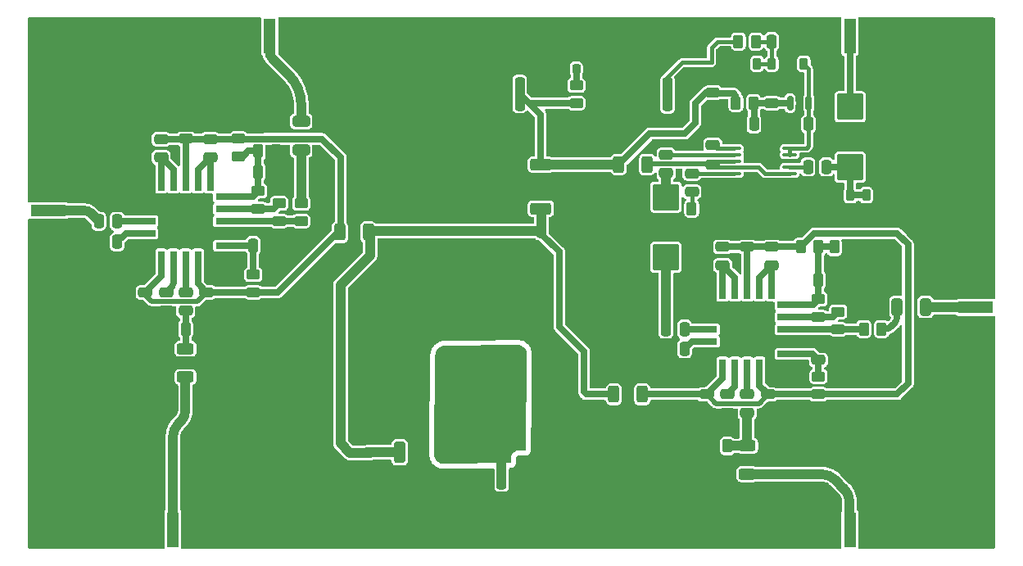
<source format=gbr>
%TF.GenerationSoftware,KiCad,Pcbnew,7.0.7*%
%TF.CreationDate,2023-09-13T19:56:45-04:00*%
%TF.ProjectId,AD831HotBoard,41443833-3148-46f7-9442-6f6172642e6b,0.1.0*%
%TF.SameCoordinates,Original*%
%TF.FileFunction,Copper,L1,Top*%
%TF.FilePolarity,Positive*%
%FSLAX46Y46*%
G04 Gerber Fmt 4.6, Leading zero omitted, Abs format (unit mm)*
G04 Created by KiCad (PCBNEW 7.0.7) date 2023-09-13 19:56:45*
%MOMM*%
%LPD*%
G01*
G04 APERTURE LIST*
G04 Aperture macros list*
%AMRoundRect*
0 Rectangle with rounded corners*
0 $1 Rounding radius*
0 $2 $3 $4 $5 $6 $7 $8 $9 X,Y pos of 4 corners*
0 Add a 4 corners polygon primitive as box body*
4,1,4,$2,$3,$4,$5,$6,$7,$8,$9,$2,$3,0*
0 Add four circle primitives for the rounded corners*
1,1,$1+$1,$2,$3*
1,1,$1+$1,$4,$5*
1,1,$1+$1,$6,$7*
1,1,$1+$1,$8,$9*
0 Add four rect primitives between the rounded corners*
20,1,$1+$1,$2,$3,$4,$5,0*
20,1,$1+$1,$4,$5,$6,$7,0*
20,1,$1+$1,$6,$7,$8,$9,0*
20,1,$1+$1,$8,$9,$2,$3,0*%
G04 Aperture macros list end*
%TA.AperFunction,SMDPad,CuDef*%
%ADD10RoundRect,0.250000X0.625000X-0.312500X0.625000X0.312500X-0.625000X0.312500X-0.625000X-0.312500X0*%
%TD*%
%TA.AperFunction,SMDPad,CuDef*%
%ADD11R,1.270000X3.600000*%
%TD*%
%TA.AperFunction,SMDPad,CuDef*%
%ADD12R,1.350000X4.200000*%
%TD*%
%TA.AperFunction,SMDPad,CuDef*%
%ADD13RoundRect,0.250000X-0.475000X0.250000X-0.475000X-0.250000X0.475000X-0.250000X0.475000X0.250000X0*%
%TD*%
%TA.AperFunction,SMDPad,CuDef*%
%ADD14RoundRect,0.250000X0.475000X-0.250000X0.475000X0.250000X-0.475000X0.250000X-0.475000X-0.250000X0*%
%TD*%
%TA.AperFunction,SMDPad,CuDef*%
%ADD15RoundRect,0.250000X0.250000X0.475000X-0.250000X0.475000X-0.250000X-0.475000X0.250000X-0.475000X0*%
%TD*%
%TA.AperFunction,SMDPad,CuDef*%
%ADD16RoundRect,0.250000X-0.312500X-0.625000X0.312500X-0.625000X0.312500X0.625000X-0.312500X0.625000X0*%
%TD*%
%TA.AperFunction,SMDPad,CuDef*%
%ADD17RoundRect,0.250000X-0.450000X0.262500X-0.450000X-0.262500X0.450000X-0.262500X0.450000X0.262500X0*%
%TD*%
%TA.AperFunction,SMDPad,CuDef*%
%ADD18R,3.600000X1.270000*%
%TD*%
%TA.AperFunction,SMDPad,CuDef*%
%ADD19R,4.200000X1.350000*%
%TD*%
%TA.AperFunction,SMDPad,CuDef*%
%ADD20RoundRect,0.250000X-0.262500X-0.450000X0.262500X-0.450000X0.262500X0.450000X-0.262500X0.450000X0*%
%TD*%
%TA.AperFunction,SMDPad,CuDef*%
%ADD21RoundRect,0.250000X0.262500X0.450000X-0.262500X0.450000X-0.262500X-0.450000X0.262500X-0.450000X0*%
%TD*%
%TA.AperFunction,SMDPad,CuDef*%
%ADD22R,0.700000X1.925000*%
%TD*%
%TA.AperFunction,SMDPad,CuDef*%
%ADD23R,1.925000X0.700000*%
%TD*%
%TA.AperFunction,SMDPad,CuDef*%
%ADD24RoundRect,0.250000X0.450000X-0.262500X0.450000X0.262500X-0.450000X0.262500X-0.450000X-0.262500X0*%
%TD*%
%TA.AperFunction,SMDPad,CuDef*%
%ADD25RoundRect,0.150000X0.150000X-0.587500X0.150000X0.587500X-0.150000X0.587500X-0.150000X-0.587500X0*%
%TD*%
%TA.AperFunction,SMDPad,CuDef*%
%ADD26RoundRect,0.250000X1.950000X1.000000X-1.950000X1.000000X-1.950000X-1.000000X1.950000X-1.000000X0*%
%TD*%
%TA.AperFunction,ComponentPad*%
%ADD27C,6.400000*%
%TD*%
%TA.AperFunction,SMDPad,CuDef*%
%ADD28RoundRect,0.099900X-1.250100X-1.250100X1.250100X-1.250100X1.250100X1.250100X-1.250100X1.250100X0*%
%TD*%
%TA.AperFunction,SMDPad,CuDef*%
%ADD29RoundRect,0.250000X-0.250000X-0.475000X0.250000X-0.475000X0.250000X0.475000X-0.250000X0.475000X0*%
%TD*%
%TA.AperFunction,SMDPad,CuDef*%
%ADD30RoundRect,0.225000X-0.225000X-0.375000X0.225000X-0.375000X0.225000X0.375000X-0.225000X0.375000X0*%
%TD*%
%TA.AperFunction,SMDPad,CuDef*%
%ADD31RoundRect,0.250000X0.325000X0.650000X-0.325000X0.650000X-0.325000X-0.650000X0.325000X-0.650000X0*%
%TD*%
%TA.AperFunction,SMDPad,CuDef*%
%ADD32RoundRect,0.250000X-0.250000X-1.500000X0.250000X-1.500000X0.250000X1.500000X-0.250000X1.500000X0*%
%TD*%
%TA.AperFunction,SMDPad,CuDef*%
%ADD33RoundRect,0.250001X-0.499999X-1.449999X0.499999X-1.449999X0.499999X1.449999X-0.499999X1.449999X0*%
%TD*%
%TA.AperFunction,SMDPad,CuDef*%
%ADD34RoundRect,0.250000X0.850000X0.350000X-0.850000X0.350000X-0.850000X-0.350000X0.850000X-0.350000X0*%
%TD*%
%TA.AperFunction,SMDPad,CuDef*%
%ADD35RoundRect,0.250000X1.275000X1.125000X-1.275000X1.125000X-1.275000X-1.125000X1.275000X-1.125000X0*%
%TD*%
%TA.AperFunction,SMDPad,CuDef*%
%ADD36RoundRect,0.249997X2.950003X2.650003X-2.950003X2.650003X-2.950003X-2.650003X2.950003X-2.650003X0*%
%TD*%
%TA.AperFunction,SMDPad,CuDef*%
%ADD37RoundRect,0.250000X0.250000X1.500000X-0.250000X1.500000X-0.250000X-1.500000X0.250000X-1.500000X0*%
%TD*%
%TA.AperFunction,SMDPad,CuDef*%
%ADD38RoundRect,0.250001X0.499999X1.449999X-0.499999X1.449999X-0.499999X-1.449999X0.499999X-1.449999X0*%
%TD*%
%TA.AperFunction,SMDPad,CuDef*%
%ADD39RoundRect,0.100000X0.637500X0.100000X-0.637500X0.100000X-0.637500X-0.100000X0.637500X-0.100000X0*%
%TD*%
%TA.AperFunction,SMDPad,CuDef*%
%ADD40RoundRect,0.250000X-0.325000X-1.100000X0.325000X-1.100000X0.325000X1.100000X-0.325000X1.100000X0*%
%TD*%
%TA.AperFunction,SMDPad,CuDef*%
%ADD41RoundRect,0.250000X-0.650000X0.325000X-0.650000X-0.325000X0.650000X-0.325000X0.650000X0.325000X0*%
%TD*%
%TA.AperFunction,SMDPad,CuDef*%
%ADD42RoundRect,0.225000X0.225000X0.375000X-0.225000X0.375000X-0.225000X-0.375000X0.225000X-0.375000X0*%
%TD*%
%TA.AperFunction,SMDPad,CuDef*%
%ADD43RoundRect,0.250000X0.312500X0.625000X-0.312500X0.625000X-0.312500X-0.625000X0.312500X-0.625000X0*%
%TD*%
%TA.AperFunction,SMDPad,CuDef*%
%ADD44RoundRect,0.099900X1.250100X1.250100X-1.250100X1.250100X-1.250100X-1.250100X1.250100X-1.250100X0*%
%TD*%
%TA.AperFunction,SMDPad,CuDef*%
%ADD45RoundRect,0.250000X-0.350000X0.850000X-0.350000X-0.850000X0.350000X-0.850000X0.350000X0.850000X0*%
%TD*%
%TA.AperFunction,SMDPad,CuDef*%
%ADD46RoundRect,0.250000X-1.125000X1.275000X-1.125000X-1.275000X1.125000X-1.275000X1.125000X1.275000X0*%
%TD*%
%TA.AperFunction,SMDPad,CuDef*%
%ADD47RoundRect,0.249997X-2.650003X2.950003X-2.650003X-2.950003X2.650003X-2.950003X2.650003X2.950003X0*%
%TD*%
%TA.AperFunction,SMDPad,CuDef*%
%ADD48RoundRect,0.218750X0.218750X0.256250X-0.218750X0.256250X-0.218750X-0.256250X0.218750X-0.256250X0*%
%TD*%
%TA.AperFunction,Conductor*%
%ADD49C,0.400000*%
%TD*%
%TA.AperFunction,Conductor*%
%ADD50C,0.700000*%
%TD*%
%TA.AperFunction,Conductor*%
%ADD51C,1.000000*%
%TD*%
%TA.AperFunction,Conductor*%
%ADD52C,0.500000*%
%TD*%
G04 APERTURE END LIST*
D10*
%TO.P,R9,1*%
%TO.N,Net-(J8-In)*%
X174371000Y-87253000D03*
%TO.P,R9,2*%
%TO.N,Net-(C4-Pad1)*%
X174371000Y-84328000D03*
%TD*%
%TO.P,R1,1*%
%TO.N,Net-(J2-In)*%
X116300000Y-77216000D03*
%TO.P,R1,2*%
%TO.N,Net-(C6-Pad1)*%
X116300000Y-74291000D03*
%TD*%
D11*
%TO.P,J2,1,In*%
%TO.N,Net-(J2-In)*%
X115000000Y-93000000D03*
D12*
%TO.P,J2,2,Ext*%
%TO.N,Earth*%
X112175000Y-92800000D03*
X117825000Y-92800000D03*
%TD*%
D13*
%TO.P,C7,1*%
%TO.N,Net-(U1-LON)*%
X114300000Y-68453000D03*
%TO.P,C7,2*%
%TO.N,Earth*%
X114300000Y-70353000D03*
%TD*%
D14*
%TO.P,C24,1*%
%TO.N,Earth*%
X176530000Y-80894000D03*
%TO.P,C24,2*%
%TO.N,/MX2+10V*%
X176530000Y-78994000D03*
%TD*%
D15*
%TO.P,C22,1*%
%TO.N,Net-(U4-RFN)*%
X167889000Y-74295000D03*
%TO.P,C22,2*%
%TO.N,Earth*%
X165989000Y-74295000D03*
%TD*%
D16*
%TO.P,R24,1*%
%TO.N,+10V*%
X160589500Y-78994000D03*
%TO.P,R24,2*%
%TO.N,/MX2+10V*%
X163514500Y-78994000D03*
%TD*%
D15*
%TO.P,C40,1*%
%TO.N,Earth*%
X178811000Y-42545000D03*
%TO.P,C40,2*%
%TO.N,Net-(D4-A)*%
X176911000Y-42545000D03*
%TD*%
D11*
%TO.P,J4,1,In*%
%TO.N,Net-(J4-In)*%
X125000000Y-41964000D03*
D12*
%TO.P,J4,2,Ext*%
%TO.N,Earth*%
X127825000Y-42164000D03*
X122175000Y-42164000D03*
%TD*%
D13*
%TO.P,C34,1*%
%TO.N,Net-(U5-HPFL)*%
X168656000Y-56159400D03*
%TO.P,C34,2*%
%TO.N,Net-(C34-Pad2)*%
X168656000Y-58059400D03*
%TD*%
D17*
%TO.P,R11,1*%
%TO.N,Net-(U4-BIAS)*%
X181737000Y-77169000D03*
%TO.P,R11,2*%
%TO.N,/MX2+10V*%
X181737000Y-78994000D03*
%TD*%
D13*
%TO.P,C28,1*%
%TO.N,/MX2+10V*%
X176911000Y-63759000D03*
%TO.P,C28,2*%
%TO.N,Net-(U4-AP)*%
X176911000Y-65659000D03*
%TD*%
D18*
%TO.P,J9,1,In*%
%TO.N,Net-(J9-In)*%
X198000000Y-70000000D03*
D19*
%TO.P,J9,2,Ext*%
%TO.N,Earth*%
X197800000Y-72825000D03*
X197800000Y-67175000D03*
%TD*%
D20*
%TO.P,R16,1*%
%TO.N,/MX2+10V*%
X179912000Y-63754000D03*
%TO.P,R16,2*%
%TO.N,Net-(U4-COM)*%
X181737000Y-63754000D03*
%TD*%
D14*
%TO.P,C4,1*%
%TO.N,Net-(C4-Pad1)*%
X174371000Y-80894000D03*
%TO.P,C4,2*%
%TO.N,Net-(U4-LOP)*%
X174371000Y-78994000D03*
%TD*%
D13*
%TO.P,C11,1*%
%TO.N,Earth*%
X116332000Y-50678000D03*
%TO.P,C11,2*%
%TO.N,/MX1+10V*%
X116332000Y-52578000D03*
%TD*%
D21*
%TO.P,R20,1*%
%TO.N,Net-(Q1-B)*%
X175029500Y-48895000D03*
%TO.P,R20,2*%
%TO.N,+5V*%
X173204500Y-48895000D03*
%TD*%
D22*
%TO.P,U4,1,VP*%
%TO.N,/MX2+10V*%
X174371000Y-68210500D03*
%TO.P,U4,2,IFN*%
%TO.N,Net-(U4-AN)*%
X173101000Y-68210500D03*
%TO.P,U4,3,AN*%
X171831000Y-68210500D03*
D23*
%TO.P,U4,4,GND*%
%TO.N,Earth*%
X170318500Y-69723000D03*
%TO.P,U4,5,VN*%
X170318500Y-70993000D03*
%TO.P,U4,6,RFP*%
%TO.N,Net-(U4-RFP)*%
X170318500Y-72263000D03*
%TO.P,U4,7,RFN*%
%TO.N,Net-(U4-RFN)*%
X170318500Y-73533000D03*
%TO.P,U4,8,VN*%
%TO.N,Earth*%
X170318500Y-74803000D03*
D22*
%TO.P,U4,9,VP*%
%TO.N,/MX2+10V*%
X171831000Y-76315500D03*
%TO.P,U4,10,LON*%
%TO.N,Net-(U4-LON)*%
X173101000Y-76315500D03*
%TO.P,U4,11,LOP*%
%TO.N,Net-(U4-LOP)*%
X174371000Y-76315500D03*
%TO.P,U4,12,VP*%
%TO.N,/MX2+10V*%
X175641000Y-76315500D03*
%TO.P,U4,13,GND*%
%TO.N,Earth*%
X176911000Y-76315500D03*
D23*
%TO.P,U4,14,BIAS*%
%TO.N,Net-(U4-BIAS)*%
X178423500Y-74803000D03*
%TO.P,U4,15,VN*%
%TO.N,Earth*%
X178423500Y-73533000D03*
%TO.P,U4,16,OUT*%
%TO.N,Net-(U4-OUT)*%
X178423500Y-72263000D03*
%TO.P,U4,17,VFB*%
%TO.N,Net-(U4-VFB)*%
X178423500Y-70993000D03*
%TO.P,U4,18,COM*%
%TO.N,Net-(U4-COM)*%
X178423500Y-69723000D03*
D22*
%TO.P,U4,19,AP*%
%TO.N,Net-(U4-AP)*%
X176911000Y-68210500D03*
%TO.P,U4,20,IFP*%
X175641000Y-68210500D03*
%TD*%
D24*
%TO.P,R22,1*%
%TO.N,+5V*%
X156718000Y-48895000D03*
%TO.P,R22,2*%
%TO.N,Net-(D1-A)*%
X156718000Y-47070000D03*
%TD*%
D25*
%TO.P,Q1,1,B*%
%TO.N,Net-(Q1-B)*%
X178816000Y-48895000D03*
%TO.P,Q1,2,E*%
%TO.N,Net-(D4-K)*%
X180716000Y-48895000D03*
%TO.P,Q1,3,C*%
%TO.N,Earth*%
X179766000Y-47020000D03*
%TD*%
D26*
%TO.P,C38,1*%
%TO.N,/+VCC*%
X144535000Y-75438000D03*
%TO.P,C38,2*%
%TO.N,Earth*%
X136135000Y-75438000D03*
%TD*%
D14*
%TO.P,C6,1*%
%TO.N,Net-(C6-Pad1)*%
X116332000Y-70353000D03*
%TO.P,C6,2*%
%TO.N,Net-(U1-LOP)*%
X116332000Y-68453000D03*
%TD*%
D17*
%TO.P,R7,1*%
%TO.N,/MX1+10V*%
X121793000Y-52578000D03*
%TO.P,R7,2*%
%TO.N,Net-(U1-COM)*%
X121793000Y-54403000D03*
%TD*%
D14*
%TO.P,C12,1*%
%TO.N,Earth*%
X112141000Y-70353000D03*
%TO.P,C12,2*%
%TO.N,/MX1+10V*%
X112141000Y-68453000D03*
%TD*%
D27*
%TO.P,H5,1,1*%
%TO.N,Earth*%
X150000000Y-67000000D03*
%TD*%
D28*
%TO.P,L2,1,1*%
%TO.N,Net-(C3-Pad1)*%
X165989000Y-58612000D03*
%TO.P,L2,2,2*%
%TO.N,Earth*%
X158369000Y-58612000D03*
%TO.P,L2,3,3*%
X158369000Y-64832000D03*
%TO.P,L2,4,4*%
%TO.N,Net-(C18-Pad2)*%
X165989000Y-64832000D03*
%TD*%
D29*
%TO.P,C31,1*%
%TO.N,Net-(U5-INPUT)*%
X180660000Y-55499000D03*
%TO.P,C31,2*%
%TO.N,Net-(D2-A)*%
X182560000Y-55499000D03*
%TD*%
D30*
%TO.P,D5,1,K*%
%TO.N,Earth*%
X172086000Y-44831000D03*
%TO.P,D5,2,A*%
%TO.N,Net-(D4-A)*%
X175386000Y-44831000D03*
%TD*%
D13*
%TO.P,C29,1*%
%TO.N,/MX2+10V*%
X171831000Y-63759000D03*
%TO.P,C29,2*%
%TO.N,Net-(U4-AN)*%
X171831000Y-65659000D03*
%TD*%
D31*
%TO.P,C30,1*%
%TO.N,Net-(J9-In)*%
X192815000Y-69977000D03*
%TO.P,C30,2*%
%TO.N,Net-(C30-Pad2)*%
X189865000Y-69977000D03*
%TD*%
D32*
%TO.P,J6,1,Pin_1*%
%TO.N,/+VCC*%
X148987000Y-87066000D03*
%TO.P,J6,2,Pin_2*%
%TO.N,Earth*%
X150987000Y-87066000D03*
D33*
%TO.P,J6,MP,MountPin*%
X146637000Y-92816000D03*
X153337000Y-92816000D03*
%TD*%
D15*
%TO.P,C18,1*%
%TO.N,Net-(U4-RFP)*%
X167889000Y-72263000D03*
%TO.P,C18,2*%
%TO.N,Net-(C18-Pad2)*%
X165989000Y-72263000D03*
%TD*%
D34*
%TO.P,U3,1,VI*%
%TO.N,+10V*%
X153044000Y-59811000D03*
D35*
%TO.P,U3,2,GND*%
%TO.N,Earth*%
X148419000Y-59056000D03*
X148419000Y-56006000D03*
D36*
X146744000Y-57531000D03*
D35*
X145069000Y-59056000D03*
X145069000Y-56006000D03*
D34*
%TO.P,U3,3,VO*%
%TO.N,+5V*%
X153044000Y-55251000D03*
%TD*%
D29*
%TO.P,C36,1*%
%TO.N,+10V*%
X153101000Y-62103000D03*
%TO.P,C36,2*%
%TO.N,Earth*%
X155001000Y-62103000D03*
%TD*%
D14*
%TO.P,C25,1*%
%TO.N,Earth*%
X170191500Y-80894000D03*
%TO.P,C25,2*%
%TO.N,/MX2+10V*%
X170191500Y-78994000D03*
%TD*%
D37*
%TO.P,J5,1,Pin_1*%
%TO.N,+5V_TX*%
X166116000Y-48006000D03*
%TO.P,J5,2,Pin_2*%
%TO.N,Earth*%
X164116000Y-48006000D03*
D38*
%TO.P,J5,MP,MountPin*%
X168466000Y-42256000D03*
X161766000Y-42256000D03*
%TD*%
D17*
%TO.P,R15,1*%
%TO.N,Net-(U4-COM)*%
X181737000Y-69168000D03*
%TO.P,R15,2*%
%TO.N,Net-(U4-VFB)*%
X181737000Y-70993000D03*
%TD*%
D21*
%TO.P,R13,1*%
%TO.N,Earth*%
X185213000Y-63754000D03*
%TO.P,R13,2*%
%TO.N,Net-(U4-COM)*%
X183388000Y-63754000D03*
%TD*%
D20*
%TO.P,R10,1*%
%TO.N,Earth*%
X170514000Y-84328000D03*
%TO.P,R10,2*%
%TO.N,Net-(C4-Pad1)*%
X172339000Y-84328000D03*
%TD*%
D27*
%TO.P,H4,1,1*%
%TO.N,Earth*%
X196000000Y-91000000D03*
%TD*%
D17*
%TO.P,R3,1*%
%TO.N,Net-(U1-BIAS)*%
X123317000Y-66628000D03*
%TO.P,R3,2*%
%TO.N,/MX1+10V*%
X123317000Y-68453000D03*
%TD*%
D11*
%TO.P,J8,1,In*%
%TO.N,Net-(J8-In)*%
X185000000Y-93000000D03*
D12*
%TO.P,J8,2,Ext*%
%TO.N,Earth*%
X182175000Y-92800000D03*
X187825000Y-92800000D03*
%TD*%
D17*
%TO.P,R8,1*%
%TO.N,Net-(C17-Pad2)*%
X128270000Y-59262000D03*
%TO.P,R8,2*%
%TO.N,Net-(U1-OUT)*%
X128270000Y-61087000D03*
%TD*%
D39*
%TO.P,U5,1,ICOM*%
%TO.N,Earth*%
X178757500Y-56829000D03*
%TO.P,U5,2,EN*%
%TO.N,Net-(U5-EN)*%
X178757500Y-56179000D03*
%TO.P,U5,3,INPUT*%
%TO.N,Net-(U5-INPUT)*%
X178757500Y-55529000D03*
%TO.P,U5,4,MODE*%
%TO.N,Earth*%
X178757500Y-54879000D03*
%TO.P,U5,5,GAIN*%
%TO.N,Net-(D4-K)*%
X178757500Y-54229000D03*
%TO.P,U5,6,DETO*%
X178757500Y-53579000D03*
%TO.P,U5,7,ICOM*%
%TO.N,Earth*%
X178757500Y-52929000D03*
%TO.P,U5,8,OCOM*%
X173032500Y-52929000D03*
%TO.P,U5,9,DECL*%
%TO.N,Net-(U5-DECL)*%
X173032500Y-53579000D03*
%TO.P,U5,10,OUTPUT*%
%TO.N,Net-(U5-OUTPUT)*%
X173032500Y-54229000D03*
%TO.P,U5,11,VPSO*%
%TO.N,Net-(U5-EN)*%
X173032500Y-54879000D03*
%TO.P,U5,12,VPSI*%
X173032500Y-55529000D03*
%TO.P,U5,13,HPFL*%
%TO.N,Net-(U5-HPFL)*%
X173032500Y-56179000D03*
%TO.P,U5,14,ICOM*%
%TO.N,Earth*%
X173032500Y-56829000D03*
%TD*%
D17*
%TO.P,R12,1*%
%TO.N,Net-(U4-VFB)*%
X183769000Y-70461500D03*
%TO.P,R12,2*%
%TO.N,Net-(U4-OUT)*%
X183769000Y-72286500D03*
%TD*%
D40*
%TO.P,C20,1*%
%TO.N,/+VCC*%
X150671000Y-80899000D03*
%TO.P,C20,2*%
%TO.N,Earth*%
X153621000Y-80899000D03*
%TD*%
D17*
%TO.P,R4,1*%
%TO.N,Net-(U1-VFB)*%
X125984000Y-59262000D03*
%TO.P,R4,2*%
%TO.N,Net-(U1-OUT)*%
X125984000Y-61087000D03*
%TD*%
D13*
%TO.P,C15,1*%
%TO.N,/MX1+10V*%
X118872000Y-52610000D03*
%TO.P,C15,2*%
%TO.N,Net-(U1-AP)*%
X118872000Y-54510000D03*
%TD*%
D37*
%TO.P,J3,1,Pin_1*%
%TO.N,+5V*%
X150860000Y-47935000D03*
%TO.P,J3,2,Pin_2*%
%TO.N,Earth*%
X148860000Y-47935000D03*
D38*
%TO.P,J3,MP,MountPin*%
X153210000Y-42185000D03*
X146510000Y-42185000D03*
%TD*%
D41*
%TO.P,C17,1*%
%TO.N,Net-(J4-In)*%
X128270000Y-50771000D03*
%TO.P,C17,2*%
%TO.N,Net-(C17-Pad2)*%
X128270000Y-53721000D03*
%TD*%
D29*
%TO.P,C39,1*%
%TO.N,Net-(Q1-B)*%
X175072000Y-51054000D03*
%TO.P,C39,2*%
%TO.N,Earth*%
X176972000Y-51054000D03*
%TD*%
D15*
%TO.P,C32,1*%
%TO.N,Net-(D4-K)*%
X180721000Y-51054000D03*
%TO.P,C32,2*%
%TO.N,Earth*%
X178821000Y-51054000D03*
%TD*%
D11*
%TO.P,J7,1,In*%
%TO.N,Net-(J7-In)*%
X185000000Y-41927500D03*
D12*
%TO.P,J7,2,Ext*%
%TO.N,Earth*%
X187825000Y-42127500D03*
X182175000Y-42127500D03*
%TD*%
D29*
%TO.P,C14,1*%
%TO.N,Net-(U1-COM)*%
X123825000Y-56007000D03*
%TO.P,C14,2*%
%TO.N,Earth*%
X125725000Y-56007000D03*
%TD*%
D14*
%TO.P,C3,1*%
%TO.N,Net-(C3-Pad1)*%
X165989000Y-56129000D03*
%TO.P,C3,2*%
%TO.N,Net-(U5-OUTPUT)*%
X165989000Y-54229000D03*
%TD*%
D27*
%TO.P,H3,1,1*%
%TO.N,Earth*%
X104000000Y-91000000D03*
%TD*%
D13*
%TO.P,C5,1*%
%TO.N,Net-(U4-LON)*%
X172339000Y-78994000D03*
%TO.P,C5,2*%
%TO.N,Earth*%
X172339000Y-80894000D03*
%TD*%
D14*
%TO.P,C37,1*%
%TO.N,+5V*%
X155829000Y-55245000D03*
%TO.P,C37,2*%
%TO.N,Earth*%
X155829000Y-53345000D03*
%TD*%
D30*
%TO.P,D2,1,K*%
%TO.N,Earth*%
X181738000Y-58420000D03*
%TO.P,D2,2,A*%
%TO.N,Net-(D2-A)*%
X185038000Y-58420000D03*
%TD*%
D42*
%TO.P,D4,1,K*%
%TO.N,Net-(D4-K)*%
X180212000Y-44831000D03*
%TO.P,D4,2,A*%
%TO.N,Net-(D4-A)*%
X176912000Y-44831000D03*
%TD*%
D21*
%TO.P,R23,1*%
%TO.N,Net-(D4-A)*%
X175283500Y-42545000D03*
%TO.P,R23,2*%
%TO.N,+5V_TX*%
X173458500Y-42545000D03*
%TD*%
D16*
%TO.P,R17,1*%
%TO.N,+5V*%
X161097500Y-55245000D03*
%TO.P,R17,2*%
%TO.N,Net-(U5-EN)*%
X164022500Y-55245000D03*
%TD*%
D15*
%TO.P,C9,1*%
%TO.N,Net-(U1-RFN)*%
X109245400Y-63246000D03*
%TO.P,C9,2*%
%TO.N,Earth*%
X107345400Y-63246000D03*
%TD*%
D20*
%TO.P,R18,1*%
%TO.N,Net-(C34-Pad2)*%
X168632500Y-59817000D03*
%TO.P,R18,2*%
%TO.N,Earth*%
X170457500Y-59817000D03*
%TD*%
D15*
%TO.P,C19,1*%
%TO.N,/+VCC*%
X142555000Y-82550000D03*
%TO.P,C19,2*%
%TO.N,Earth*%
X140655000Y-82550000D03*
%TD*%
D21*
%TO.P,R14,1*%
%TO.N,Net-(C30-Pad2)*%
X188261000Y-72263000D03*
%TO.P,R14,2*%
%TO.N,Net-(U4-OUT)*%
X186436000Y-72263000D03*
%TD*%
D29*
%TO.P,C10,1*%
%TO.N,Net-(U1-BIAS)*%
X123317000Y-63627000D03*
%TO.P,C10,2*%
%TO.N,Earth*%
X125217000Y-63627000D03*
%TD*%
%TO.P,C27,1*%
%TO.N,Net-(U4-COM)*%
X181737000Y-67183000D03*
%TO.P,C27,2*%
%TO.N,Earth*%
X183637000Y-67183000D03*
%TD*%
D13*
%TO.P,C21,1*%
%TO.N,+10V*%
X135000000Y-85050000D03*
%TO.P,C21,2*%
%TO.N,Earth*%
X135000000Y-86950000D03*
%TD*%
D43*
%TO.P,R21,1*%
%TO.N,+10V*%
X135193500Y-62230000D03*
%TO.P,R21,2*%
%TO.N,/MX1+10V*%
X132268500Y-62230000D03*
%TD*%
D44*
%TO.P,L1,1,1*%
%TO.N,Net-(D2-A)*%
X185039000Y-55496000D03*
%TO.P,L1,2,2*%
%TO.N,Earth*%
X192659000Y-55496000D03*
%TO.P,L1,3,3*%
X192659000Y-49276000D03*
%TO.P,L1,4,4*%
%TO.N,Net-(J7-In)*%
X185039000Y-49276000D03*
%TD*%
D15*
%TO.P,C8,1*%
%TO.N,Net-(U1-RFP)*%
X109250000Y-61100000D03*
%TO.P,C8,2*%
%TO.N,Net-(J1-In)*%
X107350000Y-61100000D03*
%TD*%
D17*
%TO.P,R6,1*%
%TO.N,Net-(U1-COM)*%
X123825000Y-57992000D03*
%TO.P,R6,2*%
%TO.N,Net-(U1-VFB)*%
X123825000Y-59817000D03*
%TD*%
D13*
%TO.P,C2,1*%
%TO.N,+5V*%
X170815000Y-47818000D03*
%TO.P,C2,2*%
%TO.N,Earth*%
X170815000Y-49718000D03*
%TD*%
D21*
%TO.P,R5,1*%
%TO.N,Earth*%
X125650000Y-53848000D03*
%TO.P,R5,2*%
%TO.N,Net-(U1-COM)*%
X123825000Y-53848000D03*
%TD*%
D27*
%TO.P,H2,1,1*%
%TO.N,Earth*%
X196000000Y-44000000D03*
%TD*%
D18*
%TO.P,J1,1,In*%
%TO.N,Net-(J1-In)*%
X102108000Y-60000000D03*
D19*
%TO.P,J1,2,Ext*%
%TO.N,Earth*%
X102308000Y-57175000D03*
X102308000Y-62825000D03*
%TD*%
D14*
%TO.P,C23,1*%
%TO.N,Net-(U4-BIAS)*%
X181737000Y-75438000D03*
%TO.P,C23,2*%
%TO.N,Earth*%
X181737000Y-73538000D03*
%TD*%
D17*
%TO.P,R19,1*%
%TO.N,Earth*%
X176911000Y-47070000D03*
%TO.P,R19,2*%
%TO.N,Net-(Q1-B)*%
X176911000Y-48895000D03*
%TD*%
D20*
%TO.P,R2,1*%
%TO.N,Earth*%
X114507000Y-72263000D03*
%TO.P,R2,2*%
%TO.N,Net-(C6-Pad1)*%
X116332000Y-72263000D03*
%TD*%
D14*
%TO.P,C33,1*%
%TO.N,Net-(U5-DECL)*%
X170815000Y-53213000D03*
%TO.P,C33,2*%
%TO.N,Earth*%
X170815000Y-51313000D03*
%TD*%
D27*
%TO.P,H1,1,1*%
%TO.N,Earth*%
X104000000Y-44000000D03*
%TD*%
D45*
%TO.P,U2,1,VI*%
%TO.N,/+VCC*%
X143000000Y-85000000D03*
D46*
%TO.P,U2,2,GND*%
%TO.N,Earth*%
X142245000Y-89625000D03*
X139195000Y-89625000D03*
D47*
X140720000Y-91300000D03*
D46*
X142245000Y-92975000D03*
X139195000Y-92975000D03*
D45*
%TO.P,U2,3,VO*%
%TO.N,+10V*%
X138440000Y-85000000D03*
%TD*%
D14*
%TO.P,C1,1*%
%TO.N,Earth*%
X170815000Y-57119600D03*
%TO.P,C1,2*%
%TO.N,Net-(U5-EN)*%
X170815000Y-55219600D03*
%TD*%
D13*
%TO.P,C26,1*%
%TO.N,Earth*%
X174371000Y-61854000D03*
%TO.P,C26,2*%
%TO.N,/MX2+10V*%
X174371000Y-63754000D03*
%TD*%
%TO.P,C16,1*%
%TO.N,/MX1+10V*%
X113792000Y-52610000D03*
%TO.P,C16,2*%
%TO.N,Net-(U1-AN)*%
X113792000Y-54510000D03*
%TD*%
D48*
%TO.P,D1,1,K*%
%TO.N,Earth*%
X158293000Y-45339000D03*
%TO.P,D1,2,A*%
%TO.N,Net-(D1-A)*%
X156718000Y-45339000D03*
%TD*%
D14*
%TO.P,C13,1*%
%TO.N,Earth*%
X118491000Y-70353000D03*
%TO.P,C13,2*%
%TO.N,/MX1+10V*%
X118491000Y-68453000D03*
%TD*%
D22*
%TO.P,U1,1,VP*%
%TO.N,/MX1+10V*%
X116332000Y-57034500D03*
%TO.P,U1,2,IFN*%
%TO.N,Net-(U1-AN)*%
X115062000Y-57034500D03*
%TO.P,U1,3,AN*%
X113792000Y-57034500D03*
D23*
%TO.P,U1,4,GND*%
%TO.N,Earth*%
X112279500Y-58547000D03*
%TO.P,U1,5,VN*%
X112279500Y-59817000D03*
%TO.P,U1,6,RFP*%
%TO.N,Net-(U1-RFP)*%
X112279500Y-61087000D03*
%TO.P,U1,7,RFN*%
%TO.N,Net-(U1-RFN)*%
X112279500Y-62357000D03*
%TO.P,U1,8,VN*%
%TO.N,Earth*%
X112279500Y-63627000D03*
D22*
%TO.P,U1,9,VP*%
%TO.N,/MX1+10V*%
X113792000Y-65139500D03*
%TO.P,U1,10,LON*%
%TO.N,Net-(U1-LON)*%
X115062000Y-65139500D03*
%TO.P,U1,11,LOP*%
%TO.N,Net-(U1-LOP)*%
X116332000Y-65139500D03*
%TO.P,U1,12,VP*%
%TO.N,/MX1+10V*%
X117602000Y-65139500D03*
%TO.P,U1,13,GND*%
%TO.N,Earth*%
X118872000Y-65139500D03*
D23*
%TO.P,U1,14,BIAS*%
%TO.N,Net-(U1-BIAS)*%
X120384500Y-63627000D03*
%TO.P,U1,15,VN*%
%TO.N,Earth*%
X120384500Y-62357000D03*
%TO.P,U1,16,OUT*%
%TO.N,Net-(U1-OUT)*%
X120384500Y-61087000D03*
%TO.P,U1,17,VFB*%
%TO.N,Net-(U1-VFB)*%
X120384500Y-59817000D03*
%TO.P,U1,18,COM*%
%TO.N,Net-(U1-COM)*%
X120384500Y-58547000D03*
D22*
%TO.P,U1,19,AP*%
%TO.N,Net-(U1-AP)*%
X118872000Y-57034500D03*
%TO.P,U1,20,IFP*%
X117602000Y-57034500D03*
%TD*%
D30*
%TO.P,D3,1,K*%
%TO.N,Net-(D2-A)*%
X186691000Y-58420000D03*
%TO.P,D3,2,A*%
%TO.N,Earth*%
X189991000Y-58420000D03*
%TD*%
D14*
%TO.P,C35,1*%
%TO.N,+5V*%
X159131000Y-55245000D03*
%TO.P,C35,2*%
%TO.N,Earth*%
X159131000Y-53345000D03*
%TD*%
D49*
%TO.N,+5V_TX*%
X173458500Y-42545000D02*
X171323000Y-42545000D01*
X171323000Y-42545000D02*
X170688000Y-43180000D01*
X170688000Y-43180000D02*
X170688000Y-44704000D01*
X170688000Y-44704000D02*
X167640000Y-44704000D01*
X167640000Y-44704000D02*
X166116000Y-46228000D01*
X166116000Y-46228000D02*
X166116000Y-48006000D01*
D50*
%TO.N,+5V*%
X170815000Y-47818000D02*
X170114000Y-47818000D01*
X164272500Y-52070000D02*
X161097500Y-55245000D01*
X169037000Y-48895000D02*
X169037000Y-50927000D01*
X169037000Y-50927000D02*
X167894000Y-52070000D01*
X170114000Y-47818000D02*
X169037000Y-48895000D01*
X167894000Y-52070000D02*
X164272500Y-52070000D01*
%TO.N,Net-(Q1-B)*%
X175029500Y-48895000D02*
X178816000Y-48895000D01*
D51*
%TO.N,Net-(J8-In)*%
X183465801Y-87834773D02*
G75*
G03*
X182051573Y-87249000I-1414201J-1414227D01*
G01*
X184961680Y-90159125D02*
G75*
G03*
X184375911Y-88744913I-1999980J25D01*
G01*
%TO.N,Net-(J2-In)*%
X115835885Y-81776077D02*
G75*
G03*
X116300000Y-80655668I-1120485J1120477D01*
G01*
X115000000Y-83426072D02*
X115000000Y-93000000D01*
X115575659Y-82036387D02*
G75*
G03*
X115000000Y-83426072I1389641J-1389713D01*
G01*
X116300000Y-77216000D02*
X116300000Y-80655668D01*
X115835904Y-81776096D02*
X115575636Y-82036364D01*
%TO.N,Net-(J8-In)*%
X174371000Y-87253000D02*
X174375000Y-87249000D01*
X183465787Y-87834787D02*
X184375912Y-88744912D01*
X184961698Y-92961698D02*
X185000000Y-93000000D01*
X174375000Y-87249000D02*
X182051573Y-87249000D01*
X184961698Y-90159125D02*
X184961698Y-92961698D01*
D50*
%TO.N,/MX1+10V*%
X132334000Y-62164500D02*
X132334000Y-54483000D01*
X132334000Y-54483000D02*
X130447000Y-52596000D01*
X124420871Y-52596000D02*
X124418871Y-52598000D01*
X132268500Y-62230000D02*
X132334000Y-62164500D01*
X130447000Y-52596000D02*
X124420871Y-52596000D01*
X124418871Y-52598000D02*
X121813000Y-52598000D01*
X121813000Y-52598000D02*
X121793000Y-52578000D01*
X123317000Y-68453000D02*
X125857000Y-68453000D01*
X132080000Y-62230000D02*
X132268500Y-62230000D01*
X125857000Y-68453000D02*
X132080000Y-62230000D01*
D51*
%TO.N,+10V*%
X132334000Y-67691000D02*
X135382000Y-64643000D01*
X135382000Y-62103000D02*
X153101000Y-62103000D01*
X135382000Y-64643000D02*
X135382000Y-62103000D01*
D52*
%TO.N,/MX2+10V*%
X170191500Y-78994000D02*
X171141500Y-79944000D01*
X171141500Y-79944000D02*
X175580000Y-79944000D01*
X175580000Y-79944000D02*
X176530000Y-78994000D01*
D50*
X171831000Y-63759000D02*
X179907000Y-63759000D01*
X179907000Y-63759000D02*
X179912000Y-63754000D01*
X181737000Y-78994000D02*
X189865000Y-78994000D01*
X190990000Y-63482000D02*
X189865000Y-62357000D01*
X189865000Y-78994000D02*
X190990000Y-77869000D01*
X190990000Y-77869000D02*
X190990000Y-63482000D01*
X189865000Y-62357000D02*
X181290129Y-62357000D01*
X181290129Y-62357000D02*
X179912000Y-63735129D01*
X179912000Y-63735129D02*
X179912000Y-63754000D01*
X163514500Y-78994000D02*
X170191500Y-78994000D01*
X176530000Y-78994000D02*
X181737000Y-78994000D01*
X175641000Y-76315500D02*
X175641000Y-78105000D01*
X175641000Y-78105000D02*
X176530000Y-78994000D01*
X171831000Y-76315500D02*
X171831000Y-77354500D01*
X171831000Y-77354500D02*
X170191500Y-78994000D01*
D49*
%TO.N,Net-(U5-EN)*%
X171094000Y-55529000D02*
X170815000Y-55250000D01*
X175544000Y-55529000D02*
X176194000Y-56179000D01*
X176194000Y-56179000D02*
X178757500Y-56179000D01*
D52*
X170744000Y-55179000D02*
X170815000Y-55250000D01*
X164088500Y-55179000D02*
X170744000Y-55179000D01*
D49*
X171186000Y-54879000D02*
X170815000Y-55250000D01*
X173032500Y-55529000D02*
X171094000Y-55529000D01*
X173032500Y-54879000D02*
X171186000Y-54879000D01*
D52*
X164022500Y-55245000D02*
X164088500Y-55179000D01*
D49*
X173032500Y-55529000D02*
X175544000Y-55529000D01*
D50*
%TO.N,+5V*%
X153035000Y-50110000D02*
X153035000Y-55242000D01*
X172974000Y-47879000D02*
X170876000Y-47879000D01*
X173204500Y-48109500D02*
X172974000Y-47879000D01*
X173204500Y-48895000D02*
X173204500Y-48109500D01*
X150860000Y-47935000D02*
X153035000Y-50110000D01*
X170876000Y-47879000D02*
X170815000Y-47818000D01*
X153035000Y-55242000D02*
X153044000Y-55251000D01*
D51*
X161097500Y-55245000D02*
X153543000Y-55245000D01*
D50*
X156718000Y-48895000D02*
X151820000Y-48895000D01*
X151820000Y-48895000D02*
X150860000Y-47935000D01*
D51*
%TO.N,Net-(C3-Pad1)*%
X165989000Y-56129000D02*
X165989000Y-58612000D01*
D49*
%TO.N,Net-(U5-OUTPUT)*%
X173032500Y-54229000D02*
X165989000Y-54229000D01*
D51*
%TO.N,Net-(C4-Pad1)*%
X174371000Y-84328000D02*
X172489500Y-84328000D01*
X174371000Y-84328000D02*
X174371000Y-80894000D01*
D50*
%TO.N,Net-(U4-LOP)*%
X174371000Y-76315500D02*
X174371000Y-78994000D01*
%TO.N,Net-(U4-LON)*%
X173101000Y-78232000D02*
X172339000Y-78994000D01*
X173101000Y-76315500D02*
X173101000Y-78232000D01*
%TO.N,Net-(C6-Pad1)*%
X116332000Y-74055500D02*
X116300000Y-74087500D01*
X116332000Y-70353000D02*
X116332000Y-74055500D01*
%TO.N,Net-(U1-LOP)*%
X116332000Y-65139500D02*
X116332000Y-68453000D01*
%TO.N,Net-(U1-LON)*%
X114915553Y-67837447D02*
X114300000Y-68453000D01*
X115062000Y-65139500D02*
X115062000Y-67483893D01*
X114915556Y-67837450D02*
G75*
G03*
X115062000Y-67483893I-353556J353550D01*
G01*
%TO.N,Net-(U1-RFP)*%
X112152500Y-61100000D02*
X109250000Y-61100000D01*
D51*
%TO.N,Net-(J1-In)*%
X105835786Y-60000000D02*
X102108000Y-60000000D01*
X107350000Y-61100000D02*
X106542893Y-60292893D01*
X106542900Y-60292886D02*
G75*
G03*
X105835786Y-60000000I-707100J-707114D01*
G01*
D50*
%TO.N,Net-(U1-RFN)*%
X110134400Y-62357000D02*
X109245400Y-63246000D01*
X112279500Y-62357000D02*
X110134400Y-62357000D01*
%TO.N,Net-(U1-BIAS)*%
X120384500Y-63627000D02*
X123317000Y-63627000D01*
X123300000Y-63644000D02*
X123300000Y-66611000D01*
X123317000Y-63627000D02*
X123300000Y-63644000D01*
X123300000Y-66611000D02*
X123317000Y-66628000D01*
D51*
%TO.N,+10V*%
X153101000Y-62103000D02*
X153101000Y-59868000D01*
D50*
%TO.N,/MX1+10V*%
X123317000Y-68453000D02*
X118491000Y-68453000D01*
%TO.N,+10V*%
X154940000Y-72009000D02*
X154940000Y-64262000D01*
X154940000Y-64262000D02*
X153101000Y-62423000D01*
X153101000Y-59868000D02*
X153044000Y-59811000D01*
%TO.N,/MX1+10V*%
X117602000Y-65139500D02*
X117602000Y-67564000D01*
X117602000Y-67564000D02*
X118491000Y-68453000D01*
D52*
X112141000Y-68453000D02*
X112141000Y-68707000D01*
D51*
%TO.N,+10V*%
X132334000Y-68453000D02*
X132334000Y-67691000D01*
D50*
%TO.N,/MX1+10V*%
X113792000Y-66802000D02*
X113792000Y-65139500D01*
D51*
%TO.N,+10V*%
X135050000Y-85000000D02*
X135000000Y-85050000D01*
D52*
%TO.N,/MX1+10V*%
X112141000Y-68707000D02*
X112837000Y-69403000D01*
D51*
%TO.N,+10V*%
X132334000Y-68453000D02*
X132334000Y-84074000D01*
D50*
X160397000Y-78994000D02*
X157734000Y-78994000D01*
D52*
%TO.N,/MX1+10V*%
X117541000Y-69403000D02*
X118491000Y-68453000D01*
D51*
%TO.N,+10V*%
X132334000Y-84074000D02*
X133310000Y-85050000D01*
D50*
X157734000Y-78994000D02*
X157480000Y-78740000D01*
D51*
X138440000Y-85000000D02*
X135050000Y-85000000D01*
D50*
X157480000Y-74549000D02*
X154940000Y-72009000D01*
D51*
X132312500Y-67712500D02*
X132334000Y-67691000D01*
D50*
%TO.N,/MX1+10V*%
X112141000Y-68453000D02*
X113792000Y-66802000D01*
D52*
X112837000Y-69403000D02*
X117541000Y-69403000D01*
D50*
%TO.N,+10V*%
X153101000Y-62423000D02*
X153101000Y-62103000D01*
D51*
X133310000Y-85050000D02*
X135000000Y-85050000D01*
D50*
X157480000Y-78740000D02*
X157480000Y-74549000D01*
%TO.N,Net-(U1-COM)*%
X122809000Y-53848000D02*
X123825000Y-53848000D01*
X120384500Y-58547000D02*
X123270000Y-58547000D01*
X121793000Y-54403000D02*
X122254000Y-54403000D01*
X123270000Y-58547000D02*
X123825000Y-57992000D01*
X123825000Y-57992000D02*
X123825000Y-53848000D01*
X122254000Y-54403000D02*
X122809000Y-53848000D01*
%TO.N,Net-(U1-AP)*%
X117602000Y-55780000D02*
X118872000Y-54510000D01*
X118872000Y-57034500D02*
X118872000Y-54510000D01*
X117602000Y-57034500D02*
X117602000Y-55780000D01*
%TO.N,Net-(U1-AN)*%
X113792000Y-57034500D02*
X113792000Y-54510000D01*
X115062000Y-55780000D02*
X113792000Y-54510000D01*
X115062000Y-57034500D02*
X115062000Y-55780000D01*
D51*
%TO.N,Net-(J4-In)*%
X125000000Y-42362500D02*
X125000000Y-43560747D01*
X128270000Y-50771000D02*
X128270000Y-49054528D01*
X127008161Y-46008166D02*
X125310593Y-44310588D01*
X124999956Y-43560747D02*
G75*
G03*
X125310593Y-44310588I1060444J47D01*
G01*
X128269985Y-49054528D02*
G75*
G03*
X127008160Y-46008167I-4308185J28D01*
G01*
%TO.N,Net-(C17-Pad2)*%
X128270000Y-59262000D02*
X128270000Y-53721000D01*
D50*
%TO.N,Net-(U4-RFP)*%
X170318500Y-72263000D02*
X167889000Y-72263000D01*
D51*
%TO.N,Net-(C18-Pad2)*%
X165989000Y-72263000D02*
X165989000Y-64832000D01*
D50*
%TO.N,Net-(U4-RFN)*%
X170318500Y-73533000D02*
X168651000Y-73533000D01*
X168651000Y-73533000D02*
X167889000Y-74295000D01*
%TO.N,Net-(U4-BIAS)*%
X181737000Y-77169000D02*
X181737000Y-75438000D01*
X181102000Y-74803000D02*
X181737000Y-75438000D01*
X178423500Y-74803000D02*
X181102000Y-74803000D01*
%TO.N,Net-(U4-COM)*%
X181737000Y-69168000D02*
X181737000Y-63754000D01*
X181737000Y-63754000D02*
X183388000Y-63754000D01*
X178423500Y-69723000D02*
X181182000Y-69723000D01*
X181182000Y-69723000D02*
X181737000Y-69168000D01*
%TO.N,Net-(U4-AP)*%
X175641000Y-66929000D02*
X176911000Y-65659000D01*
X175641000Y-68210500D02*
X175641000Y-66929000D01*
X176911000Y-68210500D02*
X176911000Y-65659000D01*
%TO.N,Net-(U4-AN)*%
X171831000Y-68210500D02*
X171831000Y-65659000D01*
X173101000Y-66929000D02*
X171831000Y-65659000D01*
X173101000Y-68210500D02*
X173101000Y-66929000D01*
D51*
%TO.N,Net-(J9-In)*%
X192919000Y-70000000D02*
X192815000Y-70104000D01*
X198000000Y-70000000D02*
X192919000Y-70000000D01*
D50*
%TO.N,Net-(C30-Pad2)*%
X188261000Y-72263000D02*
X188561786Y-72263000D01*
X189865000Y-70959786D02*
X189865000Y-70104000D01*
X189268893Y-71970107D02*
X189572107Y-71666893D01*
X189572114Y-71666900D02*
G75*
G03*
X189865000Y-70959786I-707114J707100D01*
G01*
X188561786Y-72262990D02*
G75*
G03*
X189268893Y-71970107I14J999990D01*
G01*
D49*
%TO.N,Net-(U5-INPUT)*%
X178757500Y-55514000D02*
X180645000Y-55514000D01*
X180645000Y-55514000D02*
X180660000Y-55499000D01*
D50*
%TO.N,Net-(D2-A)*%
X185036000Y-55499000D02*
X185039000Y-55496000D01*
X185038000Y-55497000D02*
X185039000Y-55496000D01*
X185038000Y-58420000D02*
X185038000Y-55497000D01*
X185038000Y-58420000D02*
X186691000Y-58420000D01*
X182560000Y-55499000D02*
X185036000Y-55499000D01*
D49*
%TO.N,Net-(D4-K)*%
X178772500Y-53564000D02*
X180467000Y-53564000D01*
X180721000Y-53340000D02*
X180721000Y-51054000D01*
X178757500Y-53579000D02*
X178772500Y-53564000D01*
X180467000Y-53564000D02*
X180497000Y-53564000D01*
X178757500Y-54214000D02*
X178757500Y-53579000D01*
X178757500Y-53564000D02*
X180467000Y-53564000D01*
X180721000Y-51054000D02*
X180721000Y-48900000D01*
X180716000Y-45335000D02*
X180212000Y-44831000D01*
X180497000Y-53564000D02*
X180721000Y-53340000D01*
X180721000Y-48900000D02*
X180716000Y-48895000D01*
X180716000Y-48895000D02*
X180716000Y-45335000D01*
%TO.N,Net-(U5-DECL)*%
X171181000Y-53579000D02*
X170815000Y-53213000D01*
X173032500Y-53579000D02*
X171181000Y-53579000D01*
%TO.N,Net-(U5-HPFL)*%
X168675600Y-56179000D02*
X168656000Y-56159400D01*
X173032500Y-56179000D02*
X168675600Y-56179000D01*
%TO.N,Net-(C34-Pad2)*%
X168656000Y-59793500D02*
X168632500Y-59817000D01*
X168656000Y-58059400D02*
X168656000Y-59793500D01*
D50*
%TO.N,Net-(J7-In)*%
X185039000Y-49276000D02*
X185000000Y-49237000D01*
X185000000Y-49237000D02*
X185000000Y-41927500D01*
%TO.N,Net-(U1-VFB)*%
X120384500Y-59817000D02*
X123825000Y-59817000D01*
X123825000Y-59817000D02*
X125429000Y-59817000D01*
X125429000Y-59817000D02*
X125984000Y-59262000D01*
%TO.N,Net-(U1-OUT)*%
X120384500Y-61087000D02*
X128270000Y-61087000D01*
%TO.N,Net-(U4-VFB)*%
X178423500Y-70993000D02*
X181737000Y-70993000D01*
X181737000Y-70993000D02*
X183237500Y-70993000D01*
X183237500Y-70993000D02*
X183769000Y-70461500D01*
%TO.N,Net-(U4-OUT)*%
X178423500Y-72263000D02*
X186436000Y-72263000D01*
%TO.N,Net-(Q1-B)*%
X175072000Y-51054000D02*
X175072000Y-48937500D01*
X175072000Y-48937500D02*
X175029500Y-48895000D01*
%TO.N,/MX1+10V*%
X116332000Y-57034500D02*
X116332000Y-52578000D01*
X121761000Y-52610000D02*
X121793000Y-52578000D01*
X113792000Y-52610000D02*
X121761000Y-52610000D01*
%TO.N,Net-(D1-A)*%
X156718000Y-45339000D02*
X156718000Y-47070000D01*
D49*
%TO.N,Net-(D4-A)*%
X176911000Y-42545000D02*
X175283500Y-42545000D01*
X175386000Y-44831000D02*
X176912000Y-44831000D01*
X176912000Y-44831000D02*
X176912000Y-42546000D01*
X176912000Y-42546000D02*
X176911000Y-42545000D01*
D50*
%TO.N,/MX2+10V*%
X174371000Y-68210500D02*
X174371000Y-63754000D01*
%TD*%
%TA.AperFunction,Conductor*%
%TO.N,/+VCC*%
G36*
X150598116Y-73866962D02*
G01*
X150780941Y-73882777D01*
X150805185Y-73887338D01*
X150972326Y-73936416D01*
X150995186Y-73945687D01*
X151149301Y-74026887D01*
X151169871Y-74040499D01*
X151251773Y-74107307D01*
X151304857Y-74150609D01*
X151322330Y-74168030D01*
X151432837Y-74302680D01*
X151446516Y-74323217D01*
X151528176Y-74477086D01*
X151537517Y-74499925D01*
X151587092Y-74666913D01*
X151591726Y-74691149D01*
X151608085Y-74873916D01*
X151608328Y-74880091D01*
X151506286Y-84701876D01*
X151485906Y-84768708D01*
X151432630Y-84813911D01*
X151369692Y-84823946D01*
X151287012Y-84815500D01*
X150686998Y-84815500D01*
X150686980Y-84815501D01*
X150584203Y-84826000D01*
X150584200Y-84826001D01*
X150417668Y-84881185D01*
X150417663Y-84881187D01*
X150268342Y-84973289D01*
X150144289Y-85097342D01*
X150052187Y-85246663D01*
X150052185Y-85246666D01*
X150052186Y-85246666D01*
X149997001Y-85413203D01*
X149997001Y-85413204D01*
X149997000Y-85413204D01*
X149986500Y-85515983D01*
X149986500Y-85974786D01*
X149966815Y-86041825D01*
X149914011Y-86087580D01*
X149864159Y-86098774D01*
X143025046Y-86190260D01*
X143018882Y-86190036D01*
X142970223Y-86185827D01*
X142836062Y-86174222D01*
X142811813Y-86169660D01*
X142644675Y-86120583D01*
X142621809Y-86111310D01*
X142467702Y-86030114D01*
X142447124Y-86016497D01*
X142440581Y-86011160D01*
X142394040Y-85973195D01*
X142312142Y-85906390D01*
X142294669Y-85888969D01*
X142184162Y-85754319D01*
X142170483Y-85733782D01*
X142088823Y-85579913D01*
X142079482Y-85557074D01*
X142036770Y-85413204D01*
X142029906Y-85390082D01*
X142025273Y-85365854D01*
X142008913Y-85183069D01*
X142008671Y-85176908D01*
X142114823Y-74959450D01*
X142115175Y-74953480D01*
X142134205Y-74776439D01*
X142139047Y-74753006D01*
X142189073Y-74591546D01*
X142198333Y-74569472D01*
X142217918Y-74533089D01*
X142278455Y-74420634D01*
X142291776Y-74400761D01*
X142399010Y-74270094D01*
X142415912Y-74253143D01*
X142470631Y-74207962D01*
X142546257Y-74145520D01*
X142566082Y-74132144D01*
X142714702Y-74051564D01*
X142736725Y-74042249D01*
X142898039Y-73991740D01*
X142921467Y-73986826D01*
X143004381Y-73977662D01*
X143098445Y-73967267D01*
X143104414Y-73966897D01*
X150591952Y-73866738D01*
X150598116Y-73866962D01*
G37*
%TD.AperFunction*%
%TD*%
%TA.AperFunction,Conductor*%
%TO.N,Earth*%
G36*
X124058399Y-40020185D02*
G01*
X124104154Y-40072989D01*
X124114194Y-40133234D01*
X124114500Y-40133234D01*
X124114500Y-40135072D01*
X124114763Y-40136651D01*
X124114500Y-40139321D01*
X124114500Y-43788678D01*
X124129032Y-43861735D01*
X124129033Y-43861739D01*
X124129034Y-43861740D01*
X124184399Y-43944601D01*
X124267260Y-43999966D01*
X124267261Y-43999966D01*
X124272324Y-44003349D01*
X124317129Y-44056961D01*
X124323207Y-44074352D01*
X124341911Y-44144141D01*
X124428803Y-44353885D01*
X124432768Y-44363457D01*
X124432772Y-44363467D01*
X124551471Y-44569035D01*
X124551479Y-44569047D01*
X124695997Y-44757368D01*
X124776865Y-44838228D01*
X126414627Y-46475998D01*
X126414630Y-46476002D01*
X126476372Y-46537744D01*
X126478470Y-46539947D01*
X126677582Y-46759635D01*
X126709891Y-46795282D01*
X126713754Y-46799989D01*
X126918098Y-47075519D01*
X126921481Y-47080581D01*
X127097841Y-47374823D01*
X127100710Y-47380192D01*
X127247374Y-47690292D01*
X127249704Y-47695916D01*
X127365272Y-48018911D01*
X127367039Y-48024738D01*
X127450388Y-48357494D01*
X127451575Y-48363465D01*
X127501908Y-48702789D01*
X127502504Y-48708848D01*
X127519424Y-49053312D01*
X127519499Y-49056354D01*
X127519499Y-49141015D01*
X127519500Y-49863209D01*
X127499816Y-49930248D01*
X127447012Y-49976003D01*
X127438833Y-49979391D01*
X127377671Y-50002202D01*
X127377664Y-50002206D01*
X127262455Y-50088452D01*
X127262452Y-50088455D01*
X127176206Y-50203664D01*
X127176202Y-50203671D01*
X127125910Y-50338513D01*
X127125909Y-50338517D01*
X127119500Y-50398127D01*
X127119500Y-50398134D01*
X127119500Y-50398135D01*
X127119500Y-51143870D01*
X127119501Y-51143876D01*
X127125908Y-51203483D01*
X127176202Y-51338328D01*
X127176206Y-51338335D01*
X127262452Y-51453544D01*
X127262455Y-51453547D01*
X127377664Y-51539793D01*
X127377671Y-51539797D01*
X127512517Y-51590091D01*
X127512516Y-51590091D01*
X127519444Y-51590835D01*
X127572127Y-51596500D01*
X128967872Y-51596499D01*
X129027483Y-51590091D01*
X129162331Y-51539796D01*
X129277546Y-51453546D01*
X129363796Y-51338331D01*
X129414091Y-51203483D01*
X129420500Y-51143873D01*
X129420499Y-50398128D01*
X129414091Y-50338517D01*
X129413402Y-50336671D01*
X129363797Y-50203671D01*
X129363793Y-50203664D01*
X129277547Y-50088455D01*
X129277544Y-50088452D01*
X129162335Y-50002206D01*
X129162330Y-50002203D01*
X129101165Y-49979390D01*
X129045232Y-49937518D01*
X129020815Y-49872054D01*
X129020499Y-49863208D01*
X129020499Y-49482870D01*
X150109500Y-49482870D01*
X150109501Y-49482876D01*
X150115908Y-49542483D01*
X150166202Y-49677328D01*
X150166206Y-49677335D01*
X150252452Y-49792544D01*
X150252455Y-49792547D01*
X150367664Y-49878793D01*
X150367671Y-49878797D01*
X150412618Y-49895561D01*
X150502517Y-49929091D01*
X150562127Y-49935500D01*
X151157872Y-49935499D01*
X151217483Y-49929091D01*
X151352331Y-49878796D01*
X151467546Y-49792546D01*
X151553360Y-49677912D01*
X151609294Y-49636042D01*
X151678986Y-49631058D01*
X151740308Y-49664543D01*
X152398182Y-50322417D01*
X152431666Y-50383738D01*
X152434500Y-50410096D01*
X152434500Y-54276500D01*
X152414815Y-54343539D01*
X152362011Y-54389294D01*
X152310501Y-54400500D01*
X152146130Y-54400500D01*
X152146123Y-54400501D01*
X152086516Y-54406908D01*
X151951671Y-54457202D01*
X151951664Y-54457206D01*
X151836455Y-54543452D01*
X151836452Y-54543455D01*
X151750206Y-54658664D01*
X151750202Y-54658671D01*
X151699908Y-54793517D01*
X151693501Y-54853116D01*
X151693500Y-54853135D01*
X151693500Y-55648870D01*
X151693501Y-55648876D01*
X151699908Y-55708483D01*
X151750202Y-55843328D01*
X151750206Y-55843335D01*
X151836452Y-55958544D01*
X151836455Y-55958547D01*
X151951664Y-56044793D01*
X151951671Y-56044797D01*
X152086517Y-56095091D01*
X152086516Y-56095091D01*
X152093444Y-56095835D01*
X152146127Y-56101500D01*
X153941872Y-56101499D01*
X154001483Y-56095091D01*
X154136331Y-56044796D01*
X154169142Y-56020233D01*
X154234607Y-55995816D01*
X154243454Y-55995500D01*
X155306127Y-55995500D01*
X158608127Y-55995500D01*
X160211533Y-55995500D01*
X160278572Y-56015185D01*
X160324327Y-56067989D01*
X160327715Y-56076166D01*
X160341203Y-56112330D01*
X160341206Y-56112335D01*
X160427452Y-56227544D01*
X160427455Y-56227547D01*
X160542664Y-56313793D01*
X160542671Y-56313797D01*
X160587618Y-56330560D01*
X160677517Y-56364091D01*
X160737127Y-56370500D01*
X161457872Y-56370499D01*
X161517483Y-56364091D01*
X161652331Y-56313796D01*
X161767546Y-56227546D01*
X161853796Y-56112331D01*
X161904091Y-55977483D01*
X161910500Y-55917873D01*
X161910500Y-55917870D01*
X163209500Y-55917870D01*
X163209501Y-55917876D01*
X163215908Y-55977483D01*
X163266202Y-56112328D01*
X163266206Y-56112335D01*
X163352452Y-56227544D01*
X163352455Y-56227547D01*
X163467664Y-56313793D01*
X163467671Y-56313797D01*
X163512618Y-56330560D01*
X163602517Y-56364091D01*
X163662127Y-56370500D01*
X164382872Y-56370499D01*
X164442483Y-56364091D01*
X164577331Y-56313796D01*
X164692546Y-56227546D01*
X164778796Y-56112331D01*
X164778796Y-56112328D01*
X164780665Y-56108908D01*
X164783428Y-56106144D01*
X164784112Y-56105231D01*
X164784243Y-56105329D01*
X164830067Y-56059500D01*
X164898340Y-56044644D01*
X164963805Y-56069058D01*
X165005679Y-56124989D01*
X165013500Y-56168329D01*
X165013500Y-56426869D01*
X165013501Y-56426876D01*
X165019908Y-56486483D01*
X165070202Y-56621328D01*
X165070203Y-56621329D01*
X165070204Y-56621331D01*
X165156452Y-56736543D01*
X165156451Y-56736543D01*
X165156452Y-56736544D01*
X165156454Y-56736546D01*
X165188812Y-56760769D01*
X165230681Y-56816700D01*
X165238500Y-56860034D01*
X165238500Y-56887500D01*
X165218815Y-56954539D01*
X165166011Y-57000294D01*
X165114500Y-57011500D01*
X164705643Y-57011500D01*
X164637538Y-57021422D01*
X164532472Y-57072785D01*
X164449785Y-57155472D01*
X164398423Y-57260534D01*
X164395856Y-57278152D01*
X164388500Y-57328645D01*
X164388500Y-57328649D01*
X164388500Y-57328650D01*
X164388500Y-59895356D01*
X164398422Y-59963461D01*
X164398422Y-59963462D01*
X164398423Y-59963464D01*
X164400786Y-59968297D01*
X164449785Y-60068527D01*
X164532472Y-60151214D01*
X164532473Y-60151214D01*
X164532475Y-60151216D01*
X164637536Y-60202577D01*
X164705645Y-60212500D01*
X167272354Y-60212499D01*
X167272356Y-60212499D01*
X167299597Y-60208530D01*
X167340464Y-60202577D01*
X167445525Y-60151216D01*
X167528216Y-60068525D01*
X167579577Y-59963464D01*
X167589500Y-59895355D01*
X167589499Y-58726977D01*
X167609184Y-58659940D01*
X167661987Y-58614185D01*
X167731146Y-58604241D01*
X167794702Y-58633266D01*
X167812763Y-58652665D01*
X167823453Y-58666944D01*
X167823455Y-58666947D01*
X167938664Y-58753193D01*
X167938673Y-58753198D01*
X168003625Y-58777423D01*
X168059559Y-58819293D01*
X168083977Y-58884757D01*
X168069126Y-58953030D01*
X168034607Y-58992870D01*
X168032109Y-58994740D01*
X168012454Y-59009454D01*
X168012453Y-59009455D01*
X168012452Y-59009456D01*
X167926206Y-59124664D01*
X167926202Y-59124671D01*
X167875908Y-59259517D01*
X167869501Y-59319116D01*
X167869501Y-59319123D01*
X167869500Y-59319135D01*
X167869500Y-60314870D01*
X167869501Y-60314876D01*
X167875908Y-60374483D01*
X167926202Y-60509328D01*
X167926206Y-60509335D01*
X168012452Y-60624544D01*
X168012455Y-60624547D01*
X168127664Y-60710793D01*
X168127671Y-60710797D01*
X168144348Y-60717017D01*
X168262517Y-60761091D01*
X168322127Y-60767500D01*
X168942872Y-60767499D01*
X169002483Y-60761091D01*
X169137331Y-60710796D01*
X169252546Y-60624546D01*
X169338796Y-60509331D01*
X169389091Y-60374483D01*
X169395500Y-60314873D01*
X169395499Y-59319128D01*
X169389091Y-59259517D01*
X169385354Y-59249498D01*
X169338797Y-59124671D01*
X169338793Y-59124664D01*
X169252547Y-59009455D01*
X169252544Y-59009452D01*
X169246025Y-59004572D01*
X169204154Y-58948638D01*
X169199170Y-58878947D01*
X169232656Y-58817624D01*
X169277003Y-58789124D01*
X169308375Y-58777423D01*
X169373331Y-58753196D01*
X169488546Y-58666946D01*
X169574796Y-58551731D01*
X169625091Y-58416883D01*
X169631500Y-58357273D01*
X169631499Y-57761528D01*
X169625091Y-57701917D01*
X169617526Y-57681635D01*
X169574797Y-57567071D01*
X169574793Y-57567064D01*
X169488547Y-57451855D01*
X169488544Y-57451852D01*
X169373335Y-57365606D01*
X169373328Y-57365602D01*
X169238482Y-57315308D01*
X169238483Y-57315308D01*
X169178883Y-57308901D01*
X169178881Y-57308900D01*
X169178873Y-57308900D01*
X169178864Y-57308900D01*
X168133129Y-57308900D01*
X168133123Y-57308901D01*
X168073516Y-57315308D01*
X167938671Y-57365602D01*
X167938664Y-57365606D01*
X167823455Y-57451852D01*
X167812765Y-57466133D01*
X167756831Y-57508003D01*
X167687140Y-57512987D01*
X167625817Y-57479501D01*
X167592332Y-57418178D01*
X167589499Y-57391821D01*
X167589499Y-57328643D01*
X167583244Y-57285706D01*
X167579577Y-57260536D01*
X167528216Y-57155475D01*
X167528214Y-57155473D01*
X167528214Y-57155472D01*
X167445527Y-57072785D01*
X167340465Y-57021423D01*
X167330734Y-57020005D01*
X167272355Y-57011500D01*
X167272349Y-57011500D01*
X166863500Y-57011500D01*
X166796461Y-56991815D01*
X166750706Y-56939011D01*
X166739500Y-56887500D01*
X166739500Y-56860034D01*
X166759185Y-56792995D01*
X166789185Y-56760770D01*
X166821546Y-56736546D01*
X166907796Y-56621331D01*
X166958091Y-56486483D01*
X166964500Y-56426873D01*
X166964499Y-55831128D01*
X166962954Y-55816752D01*
X166975361Y-55747993D01*
X167022973Y-55696857D01*
X167086244Y-55679500D01*
X167562025Y-55679500D01*
X167629064Y-55699185D01*
X167674819Y-55751989D01*
X167685313Y-55816754D01*
X167683769Y-55831120D01*
X167680500Y-55861519D01*
X167680500Y-56457270D01*
X167680501Y-56457276D01*
X167686908Y-56516883D01*
X167737202Y-56651728D01*
X167737206Y-56651735D01*
X167823452Y-56766944D01*
X167823455Y-56766947D01*
X167938664Y-56853193D01*
X167938671Y-56853197D01*
X168073517Y-56903491D01*
X168073516Y-56903491D01*
X168080444Y-56904235D01*
X168133127Y-56909900D01*
X169178872Y-56909899D01*
X169238483Y-56903491D01*
X169373331Y-56853196D01*
X169488546Y-56766946D01*
X169554242Y-56679187D01*
X169610174Y-56637318D01*
X169653507Y-56629500D01*
X173703261Y-56629500D01*
X173725970Y-56626190D01*
X173771393Y-56619573D01*
X173876483Y-56568198D01*
X173959198Y-56485483D01*
X174010573Y-56380393D01*
X174020500Y-56312260D01*
X174020500Y-56103500D01*
X174040185Y-56036461D01*
X174092989Y-55990706D01*
X174144500Y-55979500D01*
X175306034Y-55979500D01*
X175373073Y-55999185D01*
X175393715Y-56015819D01*
X175855090Y-56477193D01*
X175859726Y-56482380D01*
X175884121Y-56512970D01*
X175884121Y-56512971D01*
X175933271Y-56546480D01*
X175981118Y-56581793D01*
X175988654Y-56585776D01*
X175996319Y-56589467D01*
X175996327Y-56589472D01*
X176053177Y-56607007D01*
X176109297Y-56626645D01*
X176109299Y-56626645D01*
X176109301Y-56626646D01*
X176109302Y-56626646D01*
X176117698Y-56628234D01*
X176126095Y-56629500D01*
X176126098Y-56629500D01*
X176185559Y-56629500D01*
X176245009Y-56631725D01*
X176245009Y-56631724D01*
X176245010Y-56631725D01*
X176245010Y-56631724D01*
X176254242Y-56630685D01*
X176254335Y-56631513D01*
X176269639Y-56629500D01*
X179428261Y-56629500D01*
X179450971Y-56626190D01*
X179496393Y-56619573D01*
X179601483Y-56568198D01*
X179684198Y-56485483D01*
X179735573Y-56380393D01*
X179745500Y-56312260D01*
X179745500Y-56294064D01*
X179765185Y-56227026D01*
X179817989Y-56181271D01*
X179887147Y-56171327D01*
X179950703Y-56200352D01*
X179968764Y-56219751D01*
X180052454Y-56331546D01*
X180095926Y-56364089D01*
X180167664Y-56417793D01*
X180167671Y-56417797D01*
X180212618Y-56434561D01*
X180302517Y-56468091D01*
X180362127Y-56474500D01*
X180957872Y-56474499D01*
X181017483Y-56468091D01*
X181152331Y-56417796D01*
X181267546Y-56331546D01*
X181353796Y-56216331D01*
X181404091Y-56081483D01*
X181410500Y-56021873D01*
X181410500Y-56021870D01*
X181809500Y-56021870D01*
X181809501Y-56021876D01*
X181815908Y-56081483D01*
X181866202Y-56216328D01*
X181866206Y-56216335D01*
X181952452Y-56331544D01*
X181952455Y-56331547D01*
X182067664Y-56417793D01*
X182067671Y-56417797D01*
X182112618Y-56434561D01*
X182202517Y-56468091D01*
X182262127Y-56474500D01*
X182857872Y-56474499D01*
X182917483Y-56468091D01*
X183052331Y-56417796D01*
X183167546Y-56331546D01*
X183215235Y-56267840D01*
X183271168Y-56225971D01*
X183340860Y-56220987D01*
X183402183Y-56254472D01*
X183435667Y-56315795D01*
X183438501Y-56342153D01*
X183438501Y-56779356D01*
X183448422Y-56847461D01*
X183448422Y-56847462D01*
X183448423Y-56847464D01*
X183499784Y-56952525D01*
X183499785Y-56952527D01*
X183582472Y-57035214D01*
X183582473Y-57035214D01*
X183582475Y-57035216D01*
X183687536Y-57086577D01*
X183755645Y-57096500D01*
X184313500Y-57096499D01*
X184380539Y-57116183D01*
X184426294Y-57168987D01*
X184437500Y-57220499D01*
X184437500Y-57711882D01*
X184417815Y-57778921D01*
X184412769Y-57786190D01*
X184391373Y-57814771D01*
X184391373Y-57814772D01*
X184391372Y-57814774D01*
X184363486Y-57889539D01*
X184343587Y-57942889D01*
X184337500Y-57999498D01*
X184337500Y-58840481D01*
X184337501Y-58840490D01*
X184343587Y-58897114D01*
X184385489Y-59009454D01*
X184391372Y-59025226D01*
X184473313Y-59134687D01*
X184582774Y-59216628D01*
X184710886Y-59264412D01*
X184767515Y-59270500D01*
X185308484Y-59270499D01*
X185365114Y-59264412D01*
X185493226Y-59216628D01*
X185602687Y-59134687D01*
X185650969Y-59070188D01*
X185706903Y-59028318D01*
X185750236Y-59020500D01*
X185978764Y-59020500D01*
X186045803Y-59040185D01*
X186078029Y-59070188D01*
X186126313Y-59134687D01*
X186235774Y-59216628D01*
X186363886Y-59264412D01*
X186420515Y-59270500D01*
X186961484Y-59270499D01*
X187018114Y-59264412D01*
X187146226Y-59216628D01*
X187255687Y-59134687D01*
X187337628Y-59025226D01*
X187385412Y-58897114D01*
X187387687Y-58875944D01*
X187391499Y-58840501D01*
X187391499Y-58840490D01*
X187391500Y-58840485D01*
X187391499Y-57999516D01*
X187387254Y-57960025D01*
X187385412Y-57942885D01*
X187365514Y-57889539D01*
X187337628Y-57814774D01*
X187255687Y-57705313D01*
X187189911Y-57656074D01*
X187146228Y-57623373D01*
X187146226Y-57623372D01*
X187018114Y-57575588D01*
X187018112Y-57575587D01*
X187018110Y-57575587D01*
X186961493Y-57569500D01*
X186420518Y-57569500D01*
X186420509Y-57569501D01*
X186363885Y-57575587D01*
X186235773Y-57623372D01*
X186157951Y-57681629D01*
X186126313Y-57705313D01*
X186084231Y-57761529D01*
X186078031Y-57769811D01*
X186022097Y-57811682D01*
X185978764Y-57819500D01*
X185762500Y-57819500D01*
X185695461Y-57799815D01*
X185649706Y-57747011D01*
X185638500Y-57695500D01*
X185638500Y-57220499D01*
X185658185Y-57153460D01*
X185710989Y-57107705D01*
X185762500Y-57096499D01*
X186322356Y-57096499D01*
X186349598Y-57092530D01*
X186390464Y-57086577D01*
X186495525Y-57035216D01*
X186578216Y-56952525D01*
X186629577Y-56847464D01*
X186639500Y-56779355D01*
X186639499Y-54212646D01*
X186639423Y-54212127D01*
X186630881Y-54153486D01*
X186629577Y-54144536D01*
X186578216Y-54039475D01*
X186578214Y-54039473D01*
X186578214Y-54039472D01*
X186495527Y-53956785D01*
X186390465Y-53905423D01*
X186380690Y-53903999D01*
X186322355Y-53895500D01*
X186322349Y-53895500D01*
X183755643Y-53895500D01*
X183687538Y-53905422D01*
X183582472Y-53956785D01*
X183499785Y-54039472D01*
X183448423Y-54144534D01*
X183447261Y-54152513D01*
X183438500Y-54212645D01*
X183438500Y-54212650D01*
X183438500Y-54655844D01*
X183418815Y-54722883D01*
X183366011Y-54768638D01*
X183296853Y-54778582D01*
X183233297Y-54749557D01*
X183215234Y-54730156D01*
X183177312Y-54679500D01*
X183167546Y-54666454D01*
X183167544Y-54666453D01*
X183167544Y-54666452D01*
X183052335Y-54580206D01*
X183052328Y-54580202D01*
X182917486Y-54529910D01*
X182917485Y-54529909D01*
X182917483Y-54529909D01*
X182857873Y-54523500D01*
X182857863Y-54523500D01*
X182262129Y-54523500D01*
X182262123Y-54523501D01*
X182202516Y-54529908D01*
X182067671Y-54580202D01*
X182067664Y-54580206D01*
X181952455Y-54666452D01*
X181952454Y-54666454D01*
X181866206Y-54781664D01*
X181866202Y-54781671D01*
X181815908Y-54916517D01*
X181811825Y-54954500D01*
X181809501Y-54976123D01*
X181809500Y-54976135D01*
X181809500Y-56021870D01*
X181410500Y-56021870D01*
X181410499Y-54976128D01*
X181404091Y-54916517D01*
X181400851Y-54907831D01*
X181353797Y-54781671D01*
X181353793Y-54781664D01*
X181267546Y-54666454D01*
X181267544Y-54666452D01*
X181152335Y-54580206D01*
X181152328Y-54580202D01*
X181017486Y-54529910D01*
X181017485Y-54529909D01*
X181017483Y-54529909D01*
X180957873Y-54523500D01*
X180957863Y-54523500D01*
X180362129Y-54523500D01*
X180362123Y-54523501D01*
X180302516Y-54529908D01*
X180167671Y-54580202D01*
X180167664Y-54580206D01*
X180052455Y-54666452D01*
X180052454Y-54666454D01*
X179966206Y-54781664D01*
X179966202Y-54781671D01*
X179919147Y-54907835D01*
X179915909Y-54916517D01*
X179912012Y-54952757D01*
X179885276Y-55017306D01*
X179827884Y-55057154D01*
X179788724Y-55063500D01*
X178723732Y-55063500D01*
X178633409Y-55077115D01*
X178614927Y-55078500D01*
X178086739Y-55078500D01*
X178018608Y-55088426D01*
X177913514Y-55139803D01*
X177830803Y-55222514D01*
X177779426Y-55327608D01*
X177769500Y-55395739D01*
X177769500Y-55604500D01*
X177749815Y-55671539D01*
X177697011Y-55717294D01*
X177645500Y-55728500D01*
X176431966Y-55728500D01*
X176364927Y-55708815D01*
X176344285Y-55692181D01*
X175882908Y-55230805D01*
X175878271Y-55225617D01*
X175875796Y-55222514D01*
X175853879Y-55195030D01*
X175804728Y-55161519D01*
X175756882Y-55126207D01*
X175749297Y-55122198D01*
X175741677Y-55118529D01*
X175711743Y-55109296D01*
X175684822Y-55100992D01*
X175664154Y-55093760D01*
X175628695Y-55081352D01*
X175620326Y-55079768D01*
X175611904Y-55078500D01*
X175611902Y-55078500D01*
X175552426Y-55078500D01*
X175492990Y-55076275D01*
X175483756Y-55077316D01*
X175483662Y-55076486D01*
X175468364Y-55078500D01*
X174144500Y-55078500D01*
X174077461Y-55058815D01*
X174031706Y-55006011D01*
X174020500Y-54954500D01*
X174020500Y-54745739D01*
X174010573Y-54677608D01*
X174008116Y-54672583D01*
X173976768Y-54608458D01*
X173965010Y-54539587D01*
X173976769Y-54499540D01*
X173979233Y-54494500D01*
X174010573Y-54430393D01*
X174020500Y-54362260D01*
X177769500Y-54362260D01*
X177779426Y-54430391D01*
X177830803Y-54535485D01*
X177913514Y-54618196D01*
X177913515Y-54618196D01*
X177913517Y-54618198D01*
X178018607Y-54669573D01*
X178039266Y-54672583D01*
X178086739Y-54679500D01*
X178086740Y-54679500D01*
X179428261Y-54679500D01*
X179450971Y-54676190D01*
X179496393Y-54669573D01*
X179601483Y-54618198D01*
X179684198Y-54535483D01*
X179735573Y-54430393D01*
X179745500Y-54362260D01*
X179745500Y-54138500D01*
X179765185Y-54071461D01*
X179817989Y-54025706D01*
X179869500Y-54014500D01*
X180399098Y-54014500D01*
X180468217Y-54014500D01*
X180475155Y-54014889D01*
X180507050Y-54018483D01*
X180514034Y-54019270D01*
X180514034Y-54019269D01*
X180514035Y-54019270D01*
X180572479Y-54008211D01*
X180631287Y-53999348D01*
X180631290Y-53999346D01*
X180639447Y-53996830D01*
X180647469Y-53994023D01*
X180647472Y-53994023D01*
X180700072Y-53966222D01*
X180753642Y-53940425D01*
X180753642Y-53940424D01*
X180753644Y-53940424D01*
X180760695Y-53935616D01*
X180767538Y-53930566D01*
X180809598Y-53888505D01*
X180827907Y-53871517D01*
X180853194Y-53848055D01*
X180853196Y-53848050D01*
X180858987Y-53840790D01*
X180859643Y-53841313D01*
X180869030Y-53829071D01*
X181019209Y-53678892D01*
X181024378Y-53674273D01*
X181054970Y-53649879D01*
X181088480Y-53600728D01*
X181123793Y-53552882D01*
X181123794Y-53552879D01*
X181127787Y-53545324D01*
X181131470Y-53537676D01*
X181131470Y-53537675D01*
X181131472Y-53537673D01*
X181149007Y-53480822D01*
X181168646Y-53424699D01*
X181168646Y-53424698D01*
X181170228Y-53416336D01*
X181171500Y-53407899D01*
X181171500Y-53348441D01*
X181173725Y-53288990D01*
X181172685Y-53279758D01*
X181173513Y-53279664D01*
X181171500Y-53264361D01*
X181171500Y-52066180D01*
X181191185Y-51999141D01*
X181221187Y-51966914D01*
X181328546Y-51886546D01*
X181414796Y-51771331D01*
X181465091Y-51636483D01*
X181471500Y-51576873D01*
X181471499Y-50531128D01*
X181465091Y-50471517D01*
X181442182Y-50410096D01*
X181414797Y-50336671D01*
X181414793Y-50336664D01*
X181328547Y-50221455D01*
X181321499Y-50216179D01*
X181301693Y-50201352D01*
X181221188Y-50141085D01*
X181179318Y-50085151D01*
X181171500Y-50041819D01*
X181171500Y-49792169D01*
X181189855Y-49729657D01*
X181189619Y-49729537D01*
X181190260Y-49728277D01*
X181191185Y-49725130D01*
X181193852Y-49721227D01*
X181194046Y-49720845D01*
X181194050Y-49720842D01*
X181251646Y-49607804D01*
X181251646Y-49607802D01*
X181251647Y-49607801D01*
X181264016Y-49529700D01*
X181266500Y-49514019D01*
X181266499Y-48275982D01*
X181251646Y-48182196D01*
X181194050Y-48069158D01*
X181194047Y-48069155D01*
X181194046Y-48069153D01*
X181190179Y-48063829D01*
X181166702Y-47998022D01*
X181166500Y-47990948D01*
X181166500Y-45363781D01*
X181166889Y-45356844D01*
X181171270Y-45317965D01*
X181160210Y-45259511D01*
X181151348Y-45200713D01*
X181151347Y-45200711D01*
X181151347Y-45200709D01*
X181148831Y-45192552D01*
X181146025Y-45184531D01*
X181132169Y-45158315D01*
X181118222Y-45131926D01*
X181092425Y-45078358D01*
X181092422Y-45078355D01*
X181092422Y-45078354D01*
X181087642Y-45071342D01*
X181082567Y-45064465D01*
X181082566Y-45064463D01*
X181040516Y-45022413D01*
X181000055Y-44978806D01*
X180992792Y-44973014D01*
X180993312Y-44972361D01*
X180981069Y-44962966D01*
X180948816Y-44930713D01*
X180915332Y-44869389D01*
X180912499Y-44843033D01*
X180912499Y-44410518D01*
X180912498Y-44410509D01*
X180906412Y-44353885D01*
X180883248Y-44291781D01*
X180858628Y-44225774D01*
X180776687Y-44116313D01*
X180669138Y-44035803D01*
X180667228Y-44034373D01*
X180667226Y-44034372D01*
X180539114Y-43986588D01*
X180539112Y-43986587D01*
X180539110Y-43986587D01*
X180482493Y-43980500D01*
X179941518Y-43980500D01*
X179941509Y-43980501D01*
X179884885Y-43986587D01*
X179756773Y-44034372D01*
X179647313Y-44116313D01*
X179565373Y-44225771D01*
X179517587Y-44353889D01*
X179511500Y-44410498D01*
X179511500Y-45251481D01*
X179511501Y-45251490D01*
X179517587Y-45308114D01*
X179559178Y-45419620D01*
X179565372Y-45436226D01*
X179647313Y-45545687D01*
X179756774Y-45627628D01*
X179884886Y-45675412D01*
X179941515Y-45681500D01*
X180141500Y-45681499D01*
X180208539Y-45701183D01*
X180254294Y-45753987D01*
X180265500Y-45805499D01*
X180265499Y-47990948D01*
X180245814Y-48057988D01*
X180241824Y-48063824D01*
X180237953Y-48069152D01*
X180180352Y-48182198D01*
X180165500Y-48275975D01*
X180165500Y-49514017D01*
X180171813Y-49553873D01*
X180180354Y-49607804D01*
X180237950Y-49720842D01*
X180237953Y-49720845D01*
X180243689Y-49728741D01*
X180241440Y-49730374D01*
X180267662Y-49778377D01*
X180270500Y-49804754D01*
X180270500Y-50041819D01*
X180250815Y-50108858D01*
X180220812Y-50141085D01*
X180113452Y-50221455D01*
X180027206Y-50336664D01*
X180027202Y-50336671D01*
X179976908Y-50471517D01*
X179970501Y-50531116D01*
X179970501Y-50531123D01*
X179970500Y-50531135D01*
X179970500Y-51576870D01*
X179970501Y-51576876D01*
X179976908Y-51636483D01*
X180027202Y-51771328D01*
X180027206Y-51771335D01*
X180074049Y-51833908D01*
X180113454Y-51886546D01*
X180220811Y-51966914D01*
X180262682Y-52022847D01*
X180270500Y-52066180D01*
X180270500Y-52989500D01*
X180250815Y-53056539D01*
X180198011Y-53102294D01*
X180146500Y-53113500D01*
X178801283Y-53113500D01*
X178794344Y-53113110D01*
X178778822Y-53111361D01*
X178755463Y-53108729D01*
X178737952Y-53112043D01*
X178731053Y-53112951D01*
X178723743Y-53113498D01*
X178633409Y-53127115D01*
X178614927Y-53128500D01*
X178086739Y-53128500D01*
X178018608Y-53138426D01*
X177913514Y-53189803D01*
X177830803Y-53272514D01*
X177779426Y-53377608D01*
X177769500Y-53445739D01*
X177769500Y-53712260D01*
X177779426Y-53780392D01*
X177779426Y-53780393D01*
X177813230Y-53849541D01*
X177824988Y-53918414D01*
X177813230Y-53958459D01*
X177779426Y-54027606D01*
X177779426Y-54027607D01*
X177769500Y-54095739D01*
X177769500Y-54362260D01*
X174020500Y-54362260D01*
X174020500Y-54095740D01*
X174020228Y-54093876D01*
X174011361Y-54033013D01*
X174010573Y-54027607D01*
X173976769Y-53958459D01*
X173965011Y-53889586D01*
X173976770Y-53849538D01*
X173993067Y-53816202D01*
X174010573Y-53780393D01*
X174020500Y-53712260D01*
X174020500Y-53445740D01*
X174010573Y-53377607D01*
X173959198Y-53272517D01*
X173959196Y-53272515D01*
X173959196Y-53272514D01*
X173876485Y-53189803D01*
X173771391Y-53138426D01*
X173703261Y-53128500D01*
X173703260Y-53128500D01*
X173100402Y-53128500D01*
X171914499Y-53128500D01*
X171847460Y-53108815D01*
X171801705Y-53056011D01*
X171790499Y-53004500D01*
X171790499Y-52915129D01*
X171790498Y-52915123D01*
X171789718Y-52907870D01*
X171784091Y-52855517D01*
X171733796Y-52720669D01*
X171733795Y-52720668D01*
X171733793Y-52720664D01*
X171647547Y-52605455D01*
X171647544Y-52605452D01*
X171532335Y-52519206D01*
X171532328Y-52519202D01*
X171397482Y-52468908D01*
X171397483Y-52468908D01*
X171337883Y-52462501D01*
X171337881Y-52462500D01*
X171337873Y-52462500D01*
X171337864Y-52462500D01*
X170292129Y-52462500D01*
X170292123Y-52462501D01*
X170232516Y-52468908D01*
X170097671Y-52519202D01*
X170097664Y-52519206D01*
X169982455Y-52605452D01*
X169982452Y-52605455D01*
X169896206Y-52720664D01*
X169896202Y-52720671D01*
X169845910Y-52855513D01*
X169845909Y-52855517D01*
X169839500Y-52915127D01*
X169839500Y-52915134D01*
X169839500Y-52915135D01*
X169839500Y-53510870D01*
X169839501Y-53510876D01*
X169845908Y-53570483D01*
X169861083Y-53611167D01*
X169866067Y-53680858D01*
X169832582Y-53742182D01*
X169771259Y-53775666D01*
X169744901Y-53778500D01*
X167001180Y-53778500D01*
X166934141Y-53758815D01*
X166901913Y-53728811D01*
X166884336Y-53705331D01*
X166821546Y-53621454D01*
X166753458Y-53570483D01*
X166706335Y-53535206D01*
X166706328Y-53535202D01*
X166571482Y-53484908D01*
X166571483Y-53484908D01*
X166511883Y-53478501D01*
X166511881Y-53478500D01*
X166511873Y-53478500D01*
X166511864Y-53478500D01*
X165466129Y-53478500D01*
X165466123Y-53478501D01*
X165406516Y-53484908D01*
X165271671Y-53535202D01*
X165271664Y-53535206D01*
X165156455Y-53621452D01*
X165156452Y-53621455D01*
X165070206Y-53736664D01*
X165070202Y-53736671D01*
X165019910Y-53871513D01*
X165019909Y-53871517D01*
X165013500Y-53931127D01*
X165013500Y-53931134D01*
X165013500Y-53931135D01*
X165013500Y-54321670D01*
X164993815Y-54388709D01*
X164941011Y-54434464D01*
X164871853Y-54444408D01*
X164808297Y-54415383D01*
X164780667Y-54381095D01*
X164778794Y-54377666D01*
X164692547Y-54262455D01*
X164692544Y-54262452D01*
X164577335Y-54176206D01*
X164577328Y-54176202D01*
X164442486Y-54125910D01*
X164442485Y-54125909D01*
X164442483Y-54125909D01*
X164382873Y-54119500D01*
X164382863Y-54119500D01*
X163662129Y-54119500D01*
X163662123Y-54119501D01*
X163602516Y-54125908D01*
X163467671Y-54176202D01*
X163467664Y-54176206D01*
X163352455Y-54262452D01*
X163352452Y-54262455D01*
X163266206Y-54377664D01*
X163266202Y-54377671D01*
X163215908Y-54512517D01*
X163209501Y-54572116D01*
X163209500Y-54572135D01*
X163209500Y-55917870D01*
X161910500Y-55917870D01*
X161910499Y-55332595D01*
X161930183Y-55265557D01*
X161946813Y-55244920D01*
X164484915Y-52706819D01*
X164546239Y-52673334D01*
X164572597Y-52670500D01*
X167850572Y-52670500D01*
X167858670Y-52671030D01*
X167894000Y-52675682D01*
X167894001Y-52675682D01*
X167946254Y-52668802D01*
X168050762Y-52655044D01*
X168196841Y-52594536D01*
X168218391Y-52578000D01*
X168322282Y-52498282D01*
X168343983Y-52469999D01*
X168349311Y-52463922D01*
X169430922Y-51382311D01*
X169436999Y-51376983D01*
X169465282Y-51355282D01*
X169561536Y-51229841D01*
X169622044Y-51083762D01*
X169622043Y-51083761D01*
X169625135Y-51076298D01*
X169624715Y-51063464D01*
X169642682Y-50927000D01*
X169638030Y-50891669D01*
X169637500Y-50883571D01*
X169637500Y-49195096D01*
X169657185Y-49128057D01*
X169673815Y-49107419D01*
X170178493Y-48602740D01*
X170239814Y-48569257D01*
X170279425Y-48567134D01*
X170292127Y-48568500D01*
X171337872Y-48568499D01*
X171397483Y-48562091D01*
X171532331Y-48511796D01*
X171537140Y-48508195D01*
X171542435Y-48504233D01*
X171607899Y-48479816D01*
X171616745Y-48479500D01*
X172317500Y-48479500D01*
X172384539Y-48499185D01*
X172430294Y-48551989D01*
X172441500Y-48603500D01*
X172441500Y-49392870D01*
X172441501Y-49392876D01*
X172447908Y-49452483D01*
X172498202Y-49587328D01*
X172498206Y-49587335D01*
X172584452Y-49702544D01*
X172584455Y-49702547D01*
X172699664Y-49788793D01*
X172699671Y-49788797D01*
X172742455Y-49804754D01*
X172834517Y-49839091D01*
X172894127Y-49845500D01*
X173514872Y-49845499D01*
X173574483Y-49839091D01*
X173709331Y-49788796D01*
X173824546Y-49702546D01*
X173910796Y-49587331D01*
X173961091Y-49452483D01*
X173967500Y-49392873D01*
X173967500Y-49392870D01*
X174266500Y-49392870D01*
X174266501Y-49392876D01*
X174272908Y-49452483D01*
X174323202Y-49587328D01*
X174323203Y-49587329D01*
X174323204Y-49587331D01*
X174409454Y-49702546D01*
X174421812Y-49711797D01*
X174463681Y-49767726D01*
X174471500Y-49811062D01*
X174471500Y-50170769D01*
X174451815Y-50237808D01*
X174446767Y-50245080D01*
X174378204Y-50336668D01*
X174378202Y-50336671D01*
X174327908Y-50471517D01*
X174321501Y-50531116D01*
X174321501Y-50531123D01*
X174321500Y-50531135D01*
X174321500Y-51576870D01*
X174321501Y-51576876D01*
X174327908Y-51636483D01*
X174378202Y-51771328D01*
X174378206Y-51771335D01*
X174464452Y-51886544D01*
X174464455Y-51886547D01*
X174579664Y-51972793D01*
X174579671Y-51972797D01*
X174611765Y-51984767D01*
X174714517Y-52023091D01*
X174774127Y-52029500D01*
X175369872Y-52029499D01*
X175429483Y-52023091D01*
X175564331Y-51972796D01*
X175679546Y-51886546D01*
X175765796Y-51771331D01*
X175816091Y-51636483D01*
X175822500Y-51576873D01*
X175822499Y-50531128D01*
X175816091Y-50471517D01*
X175793182Y-50410096D01*
X175765797Y-50336671D01*
X175765795Y-50336668D01*
X175697233Y-50245080D01*
X175672816Y-50179615D01*
X175672500Y-50170769D01*
X175672500Y-49713154D01*
X175692185Y-49646115D01*
X175697225Y-49638853D01*
X175735796Y-49587331D01*
X175739960Y-49576165D01*
X175781829Y-49520234D01*
X175847293Y-49495816D01*
X175856141Y-49495500D01*
X176036072Y-49495500D01*
X176103111Y-49515185D01*
X176110382Y-49520232D01*
X176218669Y-49601296D01*
X176218670Y-49601296D01*
X176218671Y-49601297D01*
X176353517Y-49651591D01*
X176353516Y-49651591D01*
X176360444Y-49652335D01*
X176413127Y-49658000D01*
X177408872Y-49657999D01*
X177468483Y-49651591D01*
X177603331Y-49601296D01*
X177711617Y-49520232D01*
X177777081Y-49495816D01*
X177785928Y-49495500D01*
X178156661Y-49495500D01*
X178223700Y-49515185D01*
X178269455Y-49567989D01*
X178279134Y-49600102D01*
X178279506Y-49602452D01*
X178280353Y-49607802D01*
X178280353Y-49607803D01*
X178280354Y-49607804D01*
X178337950Y-49720842D01*
X178337952Y-49720844D01*
X178337954Y-49720847D01*
X178427652Y-49810545D01*
X178427654Y-49810546D01*
X178427658Y-49810550D01*
X178531005Y-49863208D01*
X178540698Y-49868147D01*
X178634475Y-49882999D01*
X178634481Y-49883000D01*
X178997518Y-49882999D01*
X179091304Y-49868146D01*
X179204342Y-49810550D01*
X179294050Y-49720842D01*
X179351646Y-49607804D01*
X179351646Y-49607802D01*
X179351647Y-49607801D01*
X179364016Y-49529700D01*
X179366500Y-49514019D01*
X179366499Y-49159824D01*
X179375938Y-49112371D01*
X179377991Y-49107415D01*
X179401044Y-49051762D01*
X179421682Y-48895000D01*
X179401044Y-48738238D01*
X179386361Y-48702789D01*
X179375938Y-48677625D01*
X179366499Y-48630173D01*
X179366499Y-48275982D01*
X179362865Y-48253035D01*
X179351646Y-48182196D01*
X179294050Y-48069158D01*
X179294046Y-48069154D01*
X179294045Y-48069152D01*
X179204347Y-47979454D01*
X179204344Y-47979452D01*
X179204342Y-47979450D01*
X179096568Y-47924536D01*
X179091301Y-47921852D01*
X178997524Y-47907000D01*
X178634482Y-47907000D01*
X178553519Y-47919823D01*
X178540696Y-47921854D01*
X178427658Y-47979450D01*
X178427657Y-47979451D01*
X178427652Y-47979454D01*
X178337954Y-48069152D01*
X178337951Y-48069157D01*
X178337950Y-48069158D01*
X178305930Y-48132000D01*
X178280353Y-48182198D01*
X178279133Y-48189901D01*
X178249202Y-48253035D01*
X178189889Y-48289965D01*
X178156660Y-48294500D01*
X177785928Y-48294500D01*
X177718889Y-48274815D01*
X177711617Y-48269767D01*
X177621988Y-48202671D01*
X177603331Y-48188704D01*
X177603329Y-48188703D01*
X177603328Y-48188702D01*
X177468482Y-48138408D01*
X177468483Y-48138408D01*
X177408883Y-48132001D01*
X177408881Y-48132000D01*
X177408873Y-48132000D01*
X177408864Y-48132000D01*
X176413129Y-48132000D01*
X176413123Y-48132001D01*
X176353516Y-48138408D01*
X176218671Y-48188702D01*
X176218669Y-48188704D01*
X176110383Y-48269767D01*
X176044919Y-48294184D01*
X176036072Y-48294500D01*
X175856141Y-48294500D01*
X175789102Y-48274815D01*
X175743347Y-48222011D01*
X175739969Y-48213859D01*
X175735796Y-48202669D01*
X175735793Y-48202665D01*
X175735793Y-48202664D01*
X175649547Y-48087455D01*
X175649544Y-48087452D01*
X175534335Y-48001206D01*
X175534328Y-48001202D01*
X175399486Y-47950910D01*
X175399485Y-47950909D01*
X175399483Y-47950909D01*
X175339873Y-47944500D01*
X175339863Y-47944500D01*
X174719129Y-47944500D01*
X174719123Y-47944501D01*
X174659516Y-47950908D01*
X174524671Y-48001202D01*
X174524664Y-48001206D01*
X174409455Y-48087452D01*
X174409452Y-48087455D01*
X174323206Y-48202664D01*
X174323202Y-48202671D01*
X174272908Y-48337517D01*
X174267248Y-48390169D01*
X174266501Y-48397123D01*
X174266500Y-48397135D01*
X174266500Y-49392870D01*
X173967500Y-49392870D01*
X173967499Y-48397128D01*
X173961091Y-48337517D01*
X173943355Y-48289965D01*
X173910797Y-48202671D01*
X173910795Y-48202668D01*
X173823032Y-48085431D01*
X173799360Y-48027304D01*
X173799022Y-48024738D01*
X173789544Y-47952738D01*
X173739947Y-47833000D01*
X173729038Y-47806663D01*
X173729035Y-47806658D01*
X173675419Y-47736784D01*
X173641862Y-47693051D01*
X173632782Y-47681218D01*
X173631631Y-47680335D01*
X173604507Y-47659522D01*
X173598404Y-47654169D01*
X173429328Y-47485093D01*
X173423974Y-47478988D01*
X173402286Y-47450722D01*
X173402283Y-47450720D01*
X173402282Y-47450718D01*
X173276841Y-47354464D01*
X173130762Y-47293956D01*
X173130760Y-47293955D01*
X173013361Y-47278500D01*
X172974000Y-47273318D01*
X172938670Y-47277969D01*
X172930572Y-47278500D01*
X171760555Y-47278500D01*
X171693516Y-47258815D01*
X171661290Y-47228813D01*
X171647545Y-47210453D01*
X171647544Y-47210452D01*
X171532335Y-47124206D01*
X171532328Y-47124202D01*
X171397482Y-47073908D01*
X171397483Y-47073908D01*
X171337883Y-47067501D01*
X171337881Y-47067500D01*
X171337873Y-47067500D01*
X171337864Y-47067500D01*
X170292129Y-47067500D01*
X170292123Y-47067501D01*
X170232516Y-47073908D01*
X170097671Y-47124202D01*
X170097669Y-47124204D01*
X169977335Y-47214286D01*
X169940451Y-47229305D01*
X169935101Y-47236914D01*
X169905331Y-47254456D01*
X169811158Y-47293464D01*
X169685719Y-47389716D01*
X169664019Y-47417994D01*
X169658668Y-47424096D01*
X168643096Y-48439668D01*
X168636994Y-48445019D01*
X168608716Y-48466718D01*
X168548401Y-48545324D01*
X168518243Y-48584628D01*
X168512464Y-48592159D01*
X168512462Y-48592162D01*
X168512460Y-48592165D01*
X168451957Y-48738234D01*
X168451955Y-48738239D01*
X168431318Y-48894998D01*
X168431318Y-48894999D01*
X168435969Y-48930326D01*
X168436500Y-48938428D01*
X168436500Y-50626902D01*
X168416815Y-50693941D01*
X168400181Y-50714583D01*
X167681584Y-51433181D01*
X167620261Y-51466666D01*
X167593903Y-51469500D01*
X164315928Y-51469500D01*
X164307829Y-51468969D01*
X164272500Y-51464318D01*
X164233139Y-51469500D01*
X164115739Y-51484955D01*
X164115737Y-51484956D01*
X163969660Y-51545463D01*
X163844214Y-51641721D01*
X163822524Y-51669990D01*
X163817171Y-51676094D01*
X161410082Y-54083181D01*
X161348759Y-54116666D01*
X161322401Y-54119500D01*
X160737129Y-54119500D01*
X160737123Y-54119501D01*
X160677516Y-54125908D01*
X160542671Y-54176202D01*
X160542664Y-54176206D01*
X160427455Y-54262452D01*
X160427452Y-54262455D01*
X160341206Y-54377664D01*
X160341203Y-54377669D01*
X160327715Y-54413834D01*
X160285843Y-54469767D01*
X160220379Y-54494184D01*
X160211533Y-54494500D01*
X154227424Y-54494500D01*
X154160385Y-54474815D01*
X154153113Y-54469767D01*
X154136331Y-54457204D01*
X154136328Y-54457202D01*
X154001482Y-54406908D01*
X154001483Y-54406908D01*
X153941883Y-54400501D01*
X153941881Y-54400500D01*
X153941873Y-54400500D01*
X153941865Y-54400500D01*
X153759500Y-54400500D01*
X153692461Y-54380815D01*
X153646706Y-54328011D01*
X153635500Y-54276500D01*
X153635500Y-50153428D01*
X153636031Y-50145326D01*
X153636590Y-50141085D01*
X153640682Y-50110000D01*
X153637845Y-50088454D01*
X153620044Y-49953239D01*
X153620044Y-49953238D01*
X153559536Y-49807159D01*
X153559535Y-49807158D01*
X153559535Y-49807157D01*
X153486465Y-49711930D01*
X153486447Y-49711908D01*
X153479264Y-49702547D01*
X153473460Y-49694983D01*
X153448269Y-49629814D01*
X153462309Y-49561370D01*
X153511124Y-49511381D01*
X153571839Y-49495500D01*
X155843072Y-49495500D01*
X155910111Y-49515185D01*
X155917382Y-49520232D01*
X156025669Y-49601296D01*
X156025670Y-49601296D01*
X156025671Y-49601297D01*
X156160517Y-49651591D01*
X156160516Y-49651591D01*
X156167444Y-49652335D01*
X156220127Y-49658000D01*
X157215872Y-49657999D01*
X157275483Y-49651591D01*
X157410331Y-49601296D01*
X157473684Y-49553870D01*
X165365500Y-49553870D01*
X165365501Y-49553876D01*
X165371908Y-49613483D01*
X165422202Y-49748328D01*
X165422206Y-49748335D01*
X165508452Y-49863544D01*
X165508455Y-49863547D01*
X165623664Y-49949793D01*
X165623671Y-49949797D01*
X165632897Y-49953238D01*
X165758517Y-50000091D01*
X165818127Y-50006500D01*
X166413872Y-50006499D01*
X166473483Y-50000091D01*
X166608331Y-49949796D01*
X166723546Y-49863546D01*
X166809796Y-49748331D01*
X166860091Y-49613483D01*
X166866500Y-49553873D01*
X166866499Y-46458128D01*
X166860091Y-46398517D01*
X166855841Y-46387123D01*
X166833609Y-46327516D01*
X166812552Y-46271060D01*
X166807569Y-46201371D01*
X166841052Y-46140050D01*
X167790284Y-45190819D01*
X167851608Y-45157334D01*
X167877966Y-45154500D01*
X170623268Y-45154500D01*
X170650859Y-45157608D01*
X170653954Y-45158315D01*
X170702561Y-45154672D01*
X170707178Y-45154500D01*
X170721759Y-45154500D01*
X170721762Y-45154500D01*
X170736219Y-45152320D01*
X170740759Y-45151808D01*
X170789378Y-45148166D01*
X170792329Y-45147007D01*
X170819158Y-45139819D01*
X170822287Y-45139348D01*
X170866197Y-45118200D01*
X170870415Y-45116360D01*
X170915794Y-45098552D01*
X170918272Y-45096575D01*
X170941786Y-45081799D01*
X170944642Y-45080425D01*
X170980368Y-45047274D01*
X170983856Y-45044272D01*
X171021970Y-45013879D01*
X171023754Y-45011261D01*
X171041872Y-44990209D01*
X171044194Y-44988055D01*
X171068563Y-44945843D01*
X171070999Y-44941966D01*
X171098472Y-44901673D01*
X171099406Y-44898641D01*
X171110513Y-44873186D01*
X171112096Y-44870445D01*
X171122940Y-44822927D01*
X171124139Y-44818459D01*
X171138500Y-44771901D01*
X171138500Y-44768732D01*
X171141609Y-44741138D01*
X171142315Y-44738044D01*
X171138673Y-44689455D01*
X171138499Y-44684819D01*
X171138499Y-44032609D01*
X171138499Y-43417961D01*
X171158184Y-43350926D01*
X171174813Y-43330289D01*
X171473284Y-43031819D01*
X171534607Y-42998334D01*
X171560965Y-42995500D01*
X172579023Y-42995500D01*
X172646062Y-43015185D01*
X172691817Y-43067989D01*
X172699266Y-43095134D01*
X172700124Y-43094932D01*
X172701907Y-43102479D01*
X172752202Y-43237328D01*
X172752206Y-43237335D01*
X172838452Y-43352544D01*
X172838455Y-43352547D01*
X172953664Y-43438793D01*
X172953671Y-43438797D01*
X172998618Y-43455561D01*
X173088517Y-43489091D01*
X173148127Y-43495500D01*
X173768872Y-43495499D01*
X173828483Y-43489091D01*
X173963331Y-43438796D01*
X174078546Y-43352546D01*
X174164796Y-43237331D01*
X174215091Y-43102483D01*
X174221500Y-43042873D01*
X174221500Y-43042870D01*
X174520500Y-43042870D01*
X174520501Y-43042876D01*
X174526908Y-43102483D01*
X174577202Y-43237328D01*
X174577206Y-43237335D01*
X174663452Y-43352544D01*
X174663455Y-43352547D01*
X174778664Y-43438793D01*
X174778671Y-43438797D01*
X174823618Y-43455560D01*
X174913517Y-43489091D01*
X174973127Y-43495500D01*
X175593872Y-43495499D01*
X175653483Y-43489091D01*
X175788331Y-43438796D01*
X175903546Y-43352546D01*
X175935293Y-43310136D01*
X175995112Y-43230231D01*
X175996396Y-43231192D01*
X176038638Y-43188942D01*
X176106910Y-43174083D01*
X176172376Y-43198493D01*
X176214253Y-43254423D01*
X176214257Y-43254431D01*
X176217203Y-43262329D01*
X176217206Y-43262335D01*
X176303451Y-43377543D01*
X176303452Y-43377544D01*
X176303454Y-43377546D01*
X176411812Y-43458663D01*
X176453682Y-43514595D01*
X176461500Y-43557928D01*
X176461500Y-43968764D01*
X176441815Y-44035803D01*
X176411811Y-44068031D01*
X176347313Y-44116313D01*
X176265371Y-44225774D01*
X176265180Y-44226288D01*
X176264851Y-44226726D01*
X176261124Y-44233554D01*
X176260141Y-44233017D01*
X176223307Y-44282220D01*
X176157842Y-44306635D01*
X176089570Y-44291781D01*
X176040166Y-44242375D01*
X176032820Y-44226288D01*
X176032628Y-44225774D01*
X176010743Y-44196539D01*
X175950687Y-44116313D01*
X175843138Y-44035803D01*
X175841228Y-44034373D01*
X175841226Y-44034372D01*
X175713114Y-43986588D01*
X175713112Y-43986587D01*
X175713110Y-43986587D01*
X175656493Y-43980500D01*
X175115518Y-43980500D01*
X175115509Y-43980501D01*
X175058885Y-43986587D01*
X174930773Y-44034372D01*
X174821313Y-44116313D01*
X174739373Y-44225771D01*
X174691587Y-44353889D01*
X174685500Y-44410498D01*
X174685500Y-45251481D01*
X174685501Y-45251490D01*
X174691587Y-45308114D01*
X174733178Y-45419620D01*
X174739372Y-45436226D01*
X174821313Y-45545687D01*
X174930774Y-45627628D01*
X175058886Y-45675412D01*
X175115515Y-45681500D01*
X175656484Y-45681499D01*
X175713114Y-45675412D01*
X175841226Y-45627628D01*
X175950687Y-45545687D01*
X176032628Y-45436226D01*
X176032819Y-45435713D01*
X176033147Y-45435274D01*
X176036876Y-45428446D01*
X176037858Y-45428982D01*
X176074689Y-45379781D01*
X176140153Y-45355364D01*
X176208426Y-45370215D01*
X176257832Y-45419620D01*
X176265178Y-45435707D01*
X176265372Y-45436226D01*
X176347313Y-45545687D01*
X176456774Y-45627628D01*
X176584886Y-45675412D01*
X176641515Y-45681500D01*
X177182484Y-45681499D01*
X177239114Y-45675412D01*
X177367226Y-45627628D01*
X177476687Y-45545687D01*
X177558628Y-45436226D01*
X177606412Y-45308114D01*
X177609273Y-45281500D01*
X177612499Y-45251501D01*
X177612499Y-45251490D01*
X177612500Y-45251485D01*
X177612499Y-44410516D01*
X177606412Y-44353886D01*
X177598778Y-44333420D01*
X177583248Y-44291781D01*
X177558628Y-44225774D01*
X177476687Y-44116313D01*
X177412188Y-44068030D01*
X177370318Y-44012097D01*
X177362500Y-43968764D01*
X177362500Y-43556431D01*
X177382185Y-43489392D01*
X177412186Y-43457166D01*
X177518546Y-43377546D01*
X177604796Y-43262331D01*
X177655091Y-43127483D01*
X177661500Y-43067873D01*
X177661499Y-42022128D01*
X177655091Y-41962517D01*
X177614120Y-41852669D01*
X177604797Y-41827671D01*
X177604793Y-41827664D01*
X177518547Y-41712455D01*
X177518544Y-41712452D01*
X177403335Y-41626206D01*
X177403328Y-41626202D01*
X177268486Y-41575910D01*
X177268485Y-41575909D01*
X177268483Y-41575909D01*
X177208873Y-41569500D01*
X177208863Y-41569500D01*
X176613129Y-41569500D01*
X176613123Y-41569501D01*
X176553516Y-41575908D01*
X176418671Y-41626202D01*
X176418664Y-41626206D01*
X176303455Y-41712452D01*
X176303452Y-41712455D01*
X176217206Y-41827664D01*
X176217201Y-41827673D01*
X176214256Y-41835570D01*
X176172382Y-41891502D01*
X176106916Y-41915915D01*
X176038644Y-41901060D01*
X175996395Y-41858808D01*
X175995112Y-41859769D01*
X175903547Y-41737455D01*
X175903544Y-41737452D01*
X175788335Y-41651206D01*
X175788328Y-41651202D01*
X175653486Y-41600910D01*
X175653485Y-41600909D01*
X175653483Y-41600909D01*
X175593873Y-41594500D01*
X175593863Y-41594500D01*
X174973129Y-41594500D01*
X174973123Y-41594501D01*
X174913516Y-41600908D01*
X174778671Y-41651202D01*
X174778664Y-41651206D01*
X174663455Y-41737452D01*
X174663452Y-41737455D01*
X174577206Y-41852664D01*
X174577202Y-41852671D01*
X174526908Y-41987517D01*
X174520501Y-42047116D01*
X174520501Y-42047123D01*
X174520500Y-42047135D01*
X174520500Y-43042870D01*
X174221500Y-43042870D01*
X174221499Y-42047128D01*
X174215091Y-41987517D01*
X174205766Y-41962516D01*
X174164797Y-41852671D01*
X174164793Y-41852664D01*
X174078547Y-41737455D01*
X174078544Y-41737452D01*
X173963335Y-41651206D01*
X173963328Y-41651202D01*
X173828486Y-41600910D01*
X173828485Y-41600909D01*
X173828483Y-41600909D01*
X173768873Y-41594500D01*
X173768863Y-41594500D01*
X173148129Y-41594500D01*
X173148123Y-41594501D01*
X173088516Y-41600908D01*
X172953671Y-41651202D01*
X172953664Y-41651206D01*
X172838455Y-41737452D01*
X172838452Y-41737455D01*
X172752206Y-41852664D01*
X172752202Y-41852671D01*
X172701908Y-41987517D01*
X172700126Y-41995062D01*
X172697853Y-41994525D01*
X172675571Y-42048312D01*
X172618177Y-42088157D01*
X172579024Y-42094500D01*
X171351783Y-42094500D01*
X171344844Y-42094110D01*
X171330569Y-42092502D01*
X171305964Y-42089729D01*
X171247511Y-42100789D01*
X171188711Y-42109652D01*
X171180556Y-42112167D01*
X171172530Y-42114975D01*
X171172529Y-42114976D01*
X171172527Y-42114976D01*
X171172524Y-42114978D01*
X171119926Y-42142777D01*
X171066358Y-42168575D01*
X171059308Y-42173380D01*
X171052461Y-42178435D01*
X171031437Y-42199458D01*
X171010413Y-42220483D01*
X170986770Y-42242420D01*
X170966803Y-42260947D01*
X170961013Y-42268208D01*
X170960362Y-42267688D01*
X170950967Y-42279928D01*
X170389804Y-42841092D01*
X170384617Y-42845727D01*
X170354033Y-42870117D01*
X170354029Y-42870121D01*
X170320519Y-42919271D01*
X170285206Y-42967118D01*
X170281216Y-42974667D01*
X170277528Y-42982326D01*
X170259992Y-43039177D01*
X170240353Y-43095301D01*
X170238771Y-43103659D01*
X170237500Y-43112100D01*
X170237500Y-43171573D01*
X170235275Y-43231010D01*
X170236315Y-43240242D01*
X170235484Y-43240335D01*
X170237499Y-43255629D01*
X170237500Y-44129500D01*
X170217816Y-44196539D01*
X170165012Y-44242294D01*
X170113500Y-44253500D01*
X167668783Y-44253500D01*
X167661844Y-44253110D01*
X167647569Y-44251502D01*
X167622964Y-44248729D01*
X167572543Y-44258270D01*
X167564520Y-44259788D01*
X167551832Y-44261700D01*
X167505716Y-44268651D01*
X167497532Y-44271175D01*
X167489528Y-44273976D01*
X167436936Y-44301773D01*
X167383357Y-44327574D01*
X167376338Y-44332359D01*
X167369461Y-44337435D01*
X167327413Y-44379483D01*
X167283803Y-44419947D01*
X167278013Y-44427208D01*
X167277362Y-44426688D01*
X167267967Y-44438928D01*
X165817804Y-45889092D01*
X165812617Y-45893727D01*
X165782033Y-45918117D01*
X165782030Y-45918121D01*
X165748519Y-45967271D01*
X165736145Y-45984037D01*
X165721159Y-46004342D01*
X165665512Y-46046593D01*
X165664725Y-46046890D01*
X165623669Y-46062203D01*
X165623663Y-46062207D01*
X165508455Y-46148452D01*
X165508452Y-46148455D01*
X165422206Y-46263664D01*
X165422202Y-46263671D01*
X165371908Y-46398517D01*
X165365501Y-46458116D01*
X165365501Y-46458123D01*
X165365500Y-46458135D01*
X165365500Y-49553870D01*
X157473684Y-49553870D01*
X157525546Y-49515046D01*
X157611796Y-49399831D01*
X157662091Y-49264983D01*
X157668500Y-49205373D01*
X157668499Y-48584628D01*
X157662091Y-48525017D01*
X157657160Y-48511797D01*
X157611797Y-48390171D01*
X157611793Y-48390164D01*
X157525547Y-48274955D01*
X157525544Y-48274952D01*
X157410335Y-48188706D01*
X157410328Y-48188702D01*
X157275482Y-48138408D01*
X157275483Y-48138408D01*
X157215883Y-48132001D01*
X157215881Y-48132000D01*
X157215873Y-48132000D01*
X157215864Y-48132000D01*
X156220129Y-48132000D01*
X156220123Y-48132001D01*
X156160516Y-48138408D01*
X156025671Y-48188702D01*
X156025669Y-48188704D01*
X155917383Y-48269767D01*
X155851919Y-48294184D01*
X155843072Y-48294500D01*
X152120097Y-48294500D01*
X152053058Y-48274815D01*
X152032416Y-48258181D01*
X151646818Y-47872583D01*
X151613333Y-47811260D01*
X151610499Y-47784902D01*
X151610499Y-47380370D01*
X155767500Y-47380370D01*
X155767501Y-47380376D01*
X155773908Y-47439983D01*
X155824202Y-47574828D01*
X155824206Y-47574835D01*
X155910452Y-47690044D01*
X155910455Y-47690047D01*
X156025664Y-47776293D01*
X156025671Y-47776297D01*
X156160517Y-47826591D01*
X156160516Y-47826591D01*
X156167444Y-47827335D01*
X156220127Y-47833000D01*
X157215872Y-47832999D01*
X157275483Y-47826591D01*
X157410331Y-47776296D01*
X157525546Y-47690046D01*
X157611796Y-47574831D01*
X157662091Y-47439983D01*
X157668500Y-47380373D01*
X157668499Y-46759628D01*
X157662091Y-46700017D01*
X157611796Y-46565169D01*
X157611795Y-46565168D01*
X157611793Y-46565164D01*
X157525547Y-46449955D01*
X157525544Y-46449952D01*
X157410335Y-46363706D01*
X157410332Y-46363705D01*
X157410331Y-46363704D01*
X157399161Y-46359538D01*
X157343231Y-46317666D01*
X157318816Y-46252201D01*
X157318500Y-46243358D01*
X157318500Y-45909588D01*
X157338185Y-45842549D01*
X157343235Y-45835275D01*
X157352836Y-45822450D01*
X157399991Y-45696022D01*
X157403982Y-45658897D01*
X157405999Y-45640144D01*
X157406000Y-45640129D01*
X157406000Y-45037870D01*
X157405999Y-45037855D01*
X157401898Y-44999716D01*
X157399991Y-44981978D01*
X157363928Y-44885289D01*
X157352837Y-44855552D01*
X157352835Y-44855549D01*
X157325070Y-44818459D01*
X157271972Y-44747528D01*
X157163950Y-44666664D01*
X157163947Y-44666662D01*
X157037524Y-44619509D01*
X156981644Y-44613500D01*
X156981630Y-44613500D01*
X156454370Y-44613500D01*
X156454355Y-44613500D01*
X156398475Y-44619509D01*
X156272052Y-44666662D01*
X156272049Y-44666664D01*
X156164028Y-44747528D01*
X156083164Y-44855549D01*
X156083162Y-44855552D01*
X156036009Y-44981975D01*
X156030000Y-45037855D01*
X156030000Y-45640144D01*
X156036009Y-45696022D01*
X156083165Y-45822452D01*
X156092765Y-45835275D01*
X156117184Y-45900739D01*
X156117500Y-45909588D01*
X156117500Y-46243358D01*
X156097815Y-46310397D01*
X156045011Y-46356152D01*
X156036847Y-46359534D01*
X156025669Y-46363704D01*
X156025664Y-46363706D01*
X155910455Y-46449952D01*
X155910452Y-46449955D01*
X155824206Y-46565164D01*
X155824202Y-46565171D01*
X155773910Y-46700013D01*
X155773909Y-46700017D01*
X155767500Y-46759627D01*
X155767500Y-46759634D01*
X155767500Y-46759635D01*
X155767500Y-47380370D01*
X151610499Y-47380370D01*
X151610499Y-46387129D01*
X151610498Y-46387123D01*
X151610497Y-46387116D01*
X151604091Y-46327517D01*
X151580277Y-46263669D01*
X151553797Y-46192671D01*
X151553793Y-46192664D01*
X151467547Y-46077455D01*
X151467544Y-46077452D01*
X151352335Y-45991206D01*
X151352328Y-45991202D01*
X151217486Y-45940910D01*
X151217485Y-45940909D01*
X151217483Y-45940909D01*
X151157873Y-45934500D01*
X151157863Y-45934500D01*
X150562129Y-45934500D01*
X150562123Y-45934501D01*
X150502516Y-45940908D01*
X150367671Y-45991202D01*
X150367664Y-45991206D01*
X150252455Y-46077452D01*
X150252452Y-46077455D01*
X150166206Y-46192664D01*
X150166202Y-46192671D01*
X150115908Y-46327517D01*
X150112830Y-46356152D01*
X150109501Y-46387123D01*
X150109500Y-46387135D01*
X150109500Y-49482870D01*
X129020499Y-49482870D01*
X129020500Y-49010819D01*
X129020499Y-49010810D01*
X129020499Y-49009250D01*
X129020485Y-49008740D01*
X129020486Y-48855774D01*
X129020486Y-48855773D01*
X128989301Y-48459496D01*
X128979423Y-48397128D01*
X128946604Y-48189901D01*
X128927120Y-48066878D01*
X128921053Y-48041608D01*
X128859425Y-47784902D01*
X128834322Y-47680336D01*
X128834322Y-47680335D01*
X128711488Y-47302283D01*
X128708039Y-47293956D01*
X128559366Y-46935023D01*
X128559363Y-46935018D01*
X128559361Y-46935012D01*
X128378904Y-46580840D01*
X128353846Y-46539948D01*
X128171202Y-46241898D01*
X128171199Y-46241894D01*
X128171200Y-46241894D01*
X127937553Y-45920304D01*
X127937551Y-45920301D01*
X127679388Y-45618028D01*
X127679384Y-45618024D01*
X127679385Y-45618024D01*
X127602782Y-45541421D01*
X127602764Y-45541401D01*
X125921819Y-43860447D01*
X125888334Y-43799124D01*
X125885500Y-43772766D01*
X125885500Y-40139321D01*
X125885237Y-40136651D01*
X125885500Y-40135264D01*
X125885500Y-40133234D01*
X125885885Y-40133234D01*
X125898257Y-40068005D01*
X125946324Y-40017296D01*
X126008640Y-40000500D01*
X183990500Y-40000500D01*
X184057539Y-40020185D01*
X184103294Y-40072989D01*
X184114500Y-40124500D01*
X184114500Y-43752178D01*
X184129032Y-43825235D01*
X184129033Y-43825239D01*
X184147405Y-43852735D01*
X184184399Y-43908101D01*
X184267260Y-43963466D01*
X184299691Y-43969917D01*
X184361601Y-44002300D01*
X184396176Y-44063016D01*
X184399500Y-44091534D01*
X184399500Y-47551500D01*
X184379815Y-47618539D01*
X184327011Y-47664294D01*
X184275500Y-47675500D01*
X183755643Y-47675500D01*
X183687538Y-47685422D01*
X183582472Y-47736785D01*
X183499785Y-47819472D01*
X183448423Y-47924534D01*
X183445587Y-47943995D01*
X183438500Y-47992645D01*
X183438500Y-47992649D01*
X183438500Y-47992650D01*
X183438500Y-50559356D01*
X183448422Y-50627461D01*
X183448422Y-50627462D01*
X183448423Y-50627464D01*
X183473258Y-50678264D01*
X183499785Y-50732527D01*
X183582472Y-50815214D01*
X183582473Y-50815214D01*
X183582475Y-50815216D01*
X183687536Y-50866577D01*
X183755645Y-50876500D01*
X186322354Y-50876499D01*
X186322356Y-50876499D01*
X186349598Y-50872530D01*
X186390464Y-50866577D01*
X186495525Y-50815216D01*
X186578216Y-50732525D01*
X186629577Y-50627464D01*
X186639500Y-50559355D01*
X186639499Y-47992646D01*
X186637577Y-47979454D01*
X186629577Y-47924538D01*
X186629577Y-47924536D01*
X186578216Y-47819475D01*
X186578214Y-47819473D01*
X186578214Y-47819472D01*
X186495527Y-47736785D01*
X186390465Y-47685423D01*
X186380734Y-47684005D01*
X186322355Y-47675500D01*
X186322349Y-47675500D01*
X185724500Y-47675500D01*
X185657461Y-47655815D01*
X185611706Y-47603011D01*
X185600500Y-47551500D01*
X185600500Y-44091534D01*
X185620185Y-44024495D01*
X185672989Y-43978740D01*
X185700305Y-43969917D01*
X185732740Y-43963466D01*
X185815601Y-43908101D01*
X185870966Y-43825240D01*
X185885500Y-43752174D01*
X185885500Y-40124500D01*
X185905185Y-40057461D01*
X185957989Y-40011706D01*
X186009500Y-40000500D01*
X199740303Y-40000500D01*
X199764493Y-40002882D01*
X199821480Y-40014218D01*
X199866175Y-40032730D01*
X199906272Y-40059522D01*
X199940477Y-40093727D01*
X199967267Y-40133822D01*
X199985781Y-40178517D01*
X199989126Y-40195335D01*
X199997117Y-40235505D01*
X199999500Y-40259696D01*
X199999500Y-68998180D01*
X199979815Y-69065219D01*
X199927011Y-69110974D01*
X199857853Y-69120918D01*
X199851310Y-69119798D01*
X199824674Y-69114500D01*
X196175326Y-69114500D01*
X196175323Y-69114500D01*
X196102264Y-69129032D01*
X196102260Y-69129033D01*
X196019398Y-69184400D01*
X196019397Y-69184401D01*
X196012723Y-69194390D01*
X195959110Y-69239196D01*
X195909620Y-69249500D01*
X193731369Y-69249500D01*
X193664330Y-69229815D01*
X193618575Y-69177011D01*
X193615187Y-69168832D01*
X193583798Y-69084673D01*
X193583793Y-69084664D01*
X193497547Y-68969455D01*
X193497544Y-68969452D01*
X193382335Y-68883206D01*
X193382328Y-68883202D01*
X193247486Y-68832910D01*
X193247485Y-68832909D01*
X193247483Y-68832909D01*
X193187873Y-68826500D01*
X193187863Y-68826500D01*
X192442129Y-68826500D01*
X192442123Y-68826501D01*
X192382516Y-68832908D01*
X192247671Y-68883202D01*
X192247664Y-68883206D01*
X192132455Y-68969452D01*
X192132452Y-68969455D01*
X192046206Y-69084664D01*
X192046202Y-69084671D01*
X191995908Y-69219517D01*
X191989501Y-69279116D01*
X191989500Y-69279135D01*
X191989500Y-70674870D01*
X191989501Y-70674876D01*
X191995908Y-70734483D01*
X192046202Y-70869328D01*
X192046206Y-70869335D01*
X192132452Y-70984544D01*
X192132455Y-70984547D01*
X192247664Y-71070793D01*
X192247671Y-71070797D01*
X192276486Y-71081544D01*
X192382517Y-71121091D01*
X192442127Y-71127500D01*
X193187872Y-71127499D01*
X193247483Y-71121091D01*
X193382331Y-71070796D01*
X193497546Y-70984546D01*
X193583796Y-70869331D01*
X193598030Y-70831165D01*
X193639900Y-70775234D01*
X193705364Y-70750816D01*
X193714212Y-70750500D01*
X195909620Y-70750500D01*
X195976659Y-70770185D01*
X196012723Y-70805610D01*
X196019399Y-70815601D01*
X196099809Y-70869328D01*
X196102260Y-70870966D01*
X196102264Y-70870967D01*
X196175321Y-70885499D01*
X196175324Y-70885500D01*
X196175326Y-70885500D01*
X199824674Y-70885500D01*
X199851307Y-70880202D01*
X199920898Y-70886428D01*
X199976076Y-70929290D01*
X199999322Y-70995180D01*
X199999500Y-71001819D01*
X199999500Y-94740302D01*
X199997117Y-94764494D01*
X199985781Y-94821481D01*
X199967267Y-94866179D01*
X199940481Y-94906268D01*
X199906269Y-94940479D01*
X199871975Y-94963394D01*
X199866179Y-94967267D01*
X199821482Y-94985781D01*
X199791578Y-94991729D01*
X199764491Y-94997117D01*
X199740303Y-94999500D01*
X186001820Y-94999500D01*
X185934781Y-94979815D01*
X185889026Y-94927011D01*
X185879082Y-94857853D01*
X185880202Y-94851310D01*
X185885500Y-94824673D01*
X185885500Y-91175323D01*
X185885499Y-91175321D01*
X185870967Y-91102264D01*
X185870966Y-91102260D01*
X185815600Y-91019398D01*
X185767307Y-90987130D01*
X185722502Y-90933518D01*
X185712198Y-90884028D01*
X185712198Y-90113853D01*
X185712180Y-90113258D01*
X185712182Y-90024011D01*
X185685696Y-89755066D01*
X185632977Y-89490012D01*
X185554531Y-89231402D01*
X185451115Y-88981726D01*
X185323724Y-88743388D01*
X185277015Y-88673482D01*
X185173595Y-88518698D01*
X185173584Y-88518682D01*
X185002140Y-88309775D01*
X184974475Y-88282110D01*
X184974461Y-88282093D01*
X184930494Y-88238126D01*
X184878711Y-88186343D01*
X184850824Y-88158455D01*
X184850823Y-88158454D01*
X184848491Y-88156122D01*
X184848480Y-88156112D01*
X184032798Y-87340430D01*
X184032764Y-87340368D01*
X183900936Y-87208543D01*
X183692027Y-87037098D01*
X183692020Y-87037093D01*
X183467321Y-86886957D01*
X183467315Y-86886954D01*
X183228980Y-86759565D01*
X183228976Y-86759564D01*
X182979303Y-86656149D01*
X182885753Y-86627772D01*
X182720696Y-86577704D01*
X182455631Y-86524983D01*
X182266141Y-86506322D01*
X182186687Y-86498498D01*
X182186684Y-86498498D01*
X182051563Y-86498500D01*
X175265518Y-86498500D01*
X175222185Y-86490682D01*
X175103482Y-86446408D01*
X175103483Y-86446408D01*
X175043883Y-86440001D01*
X175043881Y-86440000D01*
X175043873Y-86440000D01*
X175043864Y-86440000D01*
X173698129Y-86440000D01*
X173698123Y-86440001D01*
X173638516Y-86446408D01*
X173503671Y-86496702D01*
X173503664Y-86496706D01*
X173388455Y-86582952D01*
X173388452Y-86582955D01*
X173302206Y-86698164D01*
X173302202Y-86698171D01*
X173279304Y-86759566D01*
X173251909Y-86833017D01*
X173245500Y-86892627D01*
X173245500Y-86892634D01*
X173245500Y-86892635D01*
X173245500Y-87613370D01*
X173245501Y-87613376D01*
X173251908Y-87672983D01*
X173302202Y-87807828D01*
X173302206Y-87807835D01*
X173388452Y-87923044D01*
X173388455Y-87923047D01*
X173503664Y-88009293D01*
X173503671Y-88009297D01*
X173638517Y-88059591D01*
X173638516Y-88059591D01*
X173645444Y-88060335D01*
X173698127Y-88066000D01*
X175043872Y-88065999D01*
X175103483Y-88059591D01*
X175106757Y-88058370D01*
X175243635Y-88007318D01*
X175286968Y-87999500D01*
X181972697Y-87999500D01*
X181972702Y-87999501D01*
X182049144Y-87999500D01*
X182054009Y-87999690D01*
X182237329Y-88014116D01*
X182256532Y-88017157D01*
X182428211Y-88058371D01*
X182446712Y-88064382D01*
X182609834Y-88131947D01*
X182627169Y-88140779D01*
X182777709Y-88233028D01*
X182793448Y-88244463D01*
X182933081Y-88363719D01*
X182936657Y-88367025D01*
X183789447Y-89219814D01*
X183843485Y-89273852D01*
X183846791Y-89277428D01*
X183966219Y-89417262D01*
X183977656Y-89433004D01*
X184069901Y-89583537D01*
X184078735Y-89600875D01*
X184146296Y-89763988D01*
X184152308Y-89782493D01*
X184193520Y-89954161D01*
X184196564Y-89973380D01*
X184211006Y-90156919D01*
X184211197Y-90161784D01*
X184211197Y-90941677D01*
X184191512Y-91008716D01*
X184190300Y-91010567D01*
X184129034Y-91102260D01*
X184129032Y-91102264D01*
X184114500Y-91175321D01*
X184114500Y-94824673D01*
X184119798Y-94851310D01*
X184113569Y-94920902D01*
X184070706Y-94976078D01*
X184004816Y-94999322D01*
X183998180Y-94999500D01*
X116001820Y-94999500D01*
X115934781Y-94979815D01*
X115889026Y-94927011D01*
X115879082Y-94857853D01*
X115880202Y-94851310D01*
X115885500Y-94824673D01*
X115885500Y-91175323D01*
X115885499Y-91175321D01*
X115870967Y-91102264D01*
X115870966Y-91102263D01*
X115870966Y-91102260D01*
X115815601Y-91019399D01*
X115815600Y-91019398D01*
X115805609Y-91012722D01*
X115760804Y-90959109D01*
X115750500Y-90909620D01*
X115750500Y-83428526D01*
X115750691Y-83423659D01*
X115762507Y-83273543D01*
X115764693Y-83245764D01*
X115767737Y-83226556D01*
X115807687Y-83060164D01*
X115813695Y-83041676D01*
X115879183Y-82883582D01*
X115888016Y-82866248D01*
X115977424Y-82720355D01*
X115988861Y-82704614D01*
X116105043Y-82568589D01*
X116108298Y-82565068D01*
X116120867Y-82552500D01*
X116162084Y-82511286D01*
X116162084Y-82511285D01*
X116167909Y-82505461D01*
X116167928Y-82505438D01*
X116300603Y-82372762D01*
X116300607Y-82372760D01*
X116310811Y-82362555D01*
X116310813Y-82362555D01*
X116366590Y-82306778D01*
X116366589Y-82306777D01*
X116402752Y-82270615D01*
X116402910Y-82270420D01*
X116459289Y-82214041D01*
X116459289Y-82214040D01*
X116459293Y-82214037D01*
X116622808Y-82008996D01*
X116762339Y-81786938D01*
X116762341Y-81786932D01*
X116762343Y-81786931D01*
X116870203Y-81562965D01*
X116876132Y-81550654D01*
X116962756Y-81303116D01*
X117021122Y-81047436D01*
X117050494Y-80786829D01*
X117050494Y-80752820D01*
X117050500Y-80752761D01*
X117050500Y-80655636D01*
X117050500Y-80653201D01*
X117050503Y-80576819D01*
X117050501Y-80576813D01*
X117050502Y-80573718D01*
X117050500Y-80573658D01*
X117050500Y-78101966D01*
X117070185Y-78034927D01*
X117122989Y-77989172D01*
X117131156Y-77985788D01*
X117167331Y-77972296D01*
X117282546Y-77886046D01*
X117368796Y-77770831D01*
X117419091Y-77635983D01*
X117425500Y-77576373D01*
X117425499Y-76855628D01*
X117420299Y-76807257D01*
X117419091Y-76796016D01*
X117368797Y-76661171D01*
X117368793Y-76661164D01*
X117282547Y-76545955D01*
X117282544Y-76545952D01*
X117167335Y-76459706D01*
X117167328Y-76459702D01*
X117032482Y-76409408D01*
X117032483Y-76409408D01*
X116972883Y-76403001D01*
X116972881Y-76403000D01*
X116972873Y-76403000D01*
X116972864Y-76403000D01*
X115627129Y-76403000D01*
X115627123Y-76403001D01*
X115567516Y-76409408D01*
X115432671Y-76459702D01*
X115432664Y-76459706D01*
X115317455Y-76545952D01*
X115317452Y-76545955D01*
X115231206Y-76661164D01*
X115231202Y-76661171D01*
X115180910Y-76796013D01*
X115180909Y-76796017D01*
X115174500Y-76855627D01*
X115174500Y-76855634D01*
X115174500Y-76855635D01*
X115174500Y-77576370D01*
X115174501Y-77576376D01*
X115180908Y-77635983D01*
X115231202Y-77770828D01*
X115231206Y-77770835D01*
X115317452Y-77886044D01*
X115317455Y-77886047D01*
X115432664Y-77972293D01*
X115432669Y-77972296D01*
X115468832Y-77985784D01*
X115524766Y-78027654D01*
X115549184Y-78093118D01*
X115549500Y-78101966D01*
X115549500Y-80653201D01*
X115549309Y-80658053D01*
X115542590Y-80743389D01*
X115539992Y-80776381D01*
X115536948Y-80795598D01*
X115510948Y-80903881D01*
X115504935Y-80922385D01*
X115462318Y-81025267D01*
X115453485Y-81042603D01*
X115395294Y-81137560D01*
X115383860Y-81153296D01*
X115355286Y-81186752D01*
X115306575Y-81243785D01*
X115303273Y-81247357D01*
X115288875Y-81261758D01*
X115013175Y-81537456D01*
X115012414Y-81538261D01*
X114937143Y-81613529D01*
X114937141Y-81613531D01*
X114746947Y-81852015D01*
X114746943Y-81852021D01*
X114584655Y-82110290D01*
X114584653Y-82110293D01*
X114452295Y-82385120D01*
X114351544Y-82673032D01*
X114283662Y-82970421D01*
X114283661Y-82970425D01*
X114249501Y-83273539D01*
X114249501Y-83334794D01*
X114249500Y-83334818D01*
X114249500Y-83426061D01*
X114249499Y-83508681D01*
X114249500Y-83508697D01*
X114249500Y-90909620D01*
X114229815Y-90976659D01*
X114194391Y-91012722D01*
X114184399Y-91019398D01*
X114129034Y-91102260D01*
X114129032Y-91102264D01*
X114114500Y-91175321D01*
X114114500Y-94824673D01*
X114119798Y-94851310D01*
X114113569Y-94920902D01*
X114070706Y-94976078D01*
X114004816Y-94999322D01*
X113998180Y-94999500D01*
X100259697Y-94999500D01*
X100235507Y-94997117D01*
X100217334Y-94993502D01*
X100178518Y-94985781D01*
X100133822Y-94967267D01*
X100093727Y-94940477D01*
X100059522Y-94906272D01*
X100032730Y-94866175D01*
X100014218Y-94821481D01*
X100002881Y-94764485D01*
X100000500Y-94740302D01*
X100000500Y-68750870D01*
X111165500Y-68750870D01*
X111165501Y-68750876D01*
X111171908Y-68810483D01*
X111222202Y-68945328D01*
X111222206Y-68945335D01*
X111308452Y-69060544D01*
X111308455Y-69060547D01*
X111423664Y-69146793D01*
X111423671Y-69146797D01*
X111457183Y-69159296D01*
X111558517Y-69197091D01*
X111618127Y-69203500D01*
X111878323Y-69203499D01*
X111945362Y-69223183D01*
X111966004Y-69239818D01*
X112435614Y-69709428D01*
X112452246Y-69730066D01*
X112454854Y-69734125D01*
X112454857Y-69734128D01*
X112494067Y-69768103D01*
X112497283Y-69771097D01*
X112508407Y-69782221D01*
X112508412Y-69782224D01*
X112508417Y-69782229D01*
X112520979Y-69791633D01*
X112524427Y-69794411D01*
X112554947Y-69820856D01*
X112563627Y-69828377D01*
X112568010Y-69830379D01*
X112590807Y-69843905D01*
X112594669Y-69846796D01*
X112643295Y-69864932D01*
X112647351Y-69866612D01*
X112664168Y-69874293D01*
X112694540Y-69888164D01*
X112694541Y-69888164D01*
X112694543Y-69888165D01*
X112699312Y-69888850D01*
X112725002Y-69895407D01*
X112729517Y-69897091D01*
X112781258Y-69900791D01*
X112785657Y-69901264D01*
X112801201Y-69903500D01*
X112816906Y-69903500D01*
X112821328Y-69903657D01*
X112873073Y-69907359D01*
X112877784Y-69906334D01*
X112904143Y-69903500D01*
X115234756Y-69903500D01*
X115301795Y-69923185D01*
X115347550Y-69975989D01*
X115358045Y-70040751D01*
X115356500Y-70055127D01*
X115356500Y-70055129D01*
X115356500Y-70055133D01*
X115356500Y-70650870D01*
X115356501Y-70650876D01*
X115362908Y-70710483D01*
X115413202Y-70845328D01*
X115413206Y-70845335D01*
X115499452Y-70960544D01*
X115499455Y-70960547D01*
X115614664Y-71046793D01*
X115614673Y-71046798D01*
X115650831Y-71060284D01*
X115706765Y-71102154D01*
X115731183Y-71167619D01*
X115731499Y-71176465D01*
X115731500Y-71388070D01*
X115711816Y-71455110D01*
X115706767Y-71462382D01*
X115625704Y-71570668D01*
X115625702Y-71570671D01*
X115575408Y-71705517D01*
X115571687Y-71740135D01*
X115569001Y-71765123D01*
X115569000Y-71765135D01*
X115569000Y-72760870D01*
X115569001Y-72760876D01*
X115575408Y-72820483D01*
X115625702Y-72955328D01*
X115625703Y-72955329D01*
X115625704Y-72955331D01*
X115696198Y-73049499D01*
X115706767Y-73063617D01*
X115731184Y-73129081D01*
X115731500Y-73137928D01*
X115731500Y-73355396D01*
X115711815Y-73422435D01*
X115659011Y-73468190D01*
X115620754Y-73478686D01*
X115567516Y-73484409D01*
X115432671Y-73534702D01*
X115432664Y-73534706D01*
X115317455Y-73620952D01*
X115317452Y-73620955D01*
X115231206Y-73736164D01*
X115231202Y-73736171D01*
X115180910Y-73871013D01*
X115180909Y-73871017D01*
X115174500Y-73930627D01*
X115174500Y-73930634D01*
X115174500Y-73930635D01*
X115174500Y-74651370D01*
X115174501Y-74651376D01*
X115180908Y-74710983D01*
X115231202Y-74845828D01*
X115231206Y-74845835D01*
X115317452Y-74961044D01*
X115317455Y-74961047D01*
X115432664Y-75047293D01*
X115432671Y-75047297D01*
X115567517Y-75097591D01*
X115567516Y-75097591D01*
X115574444Y-75098335D01*
X115627127Y-75104000D01*
X116972872Y-75103999D01*
X117032483Y-75097591D01*
X117167331Y-75047296D01*
X117282546Y-74961046D01*
X117368796Y-74845831D01*
X117419091Y-74710983D01*
X117425500Y-74651373D01*
X117425499Y-73930628D01*
X117420299Y-73882257D01*
X117419091Y-73871016D01*
X117368797Y-73736171D01*
X117368793Y-73736164D01*
X117282547Y-73620955D01*
X117282544Y-73620952D01*
X117167335Y-73534706D01*
X117167328Y-73534702D01*
X117032483Y-73484408D01*
X117027985Y-73483346D01*
X116967268Y-73448773D01*
X116934882Y-73386863D01*
X116932499Y-73362678D01*
X116932500Y-73137927D01*
X116952185Y-73070888D01*
X116957233Y-73063617D01*
X116967802Y-73049499D01*
X117038296Y-72955331D01*
X117088591Y-72820483D01*
X117095000Y-72760873D01*
X117094999Y-71765128D01*
X117088591Y-71705517D01*
X117077967Y-71677033D01*
X117038297Y-71570671D01*
X117038295Y-71570668D01*
X116957233Y-71462382D01*
X116932816Y-71396917D01*
X116932500Y-71388071D01*
X116932500Y-71176466D01*
X116952185Y-71109427D01*
X117004989Y-71063672D01*
X117013156Y-71060288D01*
X117049331Y-71046796D01*
X117164546Y-70960546D01*
X117250796Y-70845331D01*
X117301091Y-70710483D01*
X117307500Y-70650873D01*
X117307499Y-70055128D01*
X117305954Y-70040752D01*
X117318361Y-69971993D01*
X117365973Y-69920857D01*
X117429244Y-69903500D01*
X117473857Y-69903500D01*
X117500215Y-69906334D01*
X117504927Y-69907359D01*
X117556671Y-69903657D01*
X117561094Y-69903500D01*
X117576799Y-69903500D01*
X117592342Y-69901264D01*
X117596740Y-69900791D01*
X117648483Y-69897091D01*
X117652992Y-69895408D01*
X117678685Y-69888850D01*
X117683457Y-69888165D01*
X117730646Y-69866613D01*
X117734736Y-69864920D01*
X117763638Y-69854140D01*
X117783329Y-69846797D01*
X117783329Y-69846796D01*
X117783331Y-69846796D01*
X117787189Y-69843907D01*
X117809995Y-69830375D01*
X117814373Y-69828377D01*
X117853571Y-69794411D01*
X117857014Y-69791637D01*
X117859930Y-69789453D01*
X117869593Y-69782221D01*
X117880720Y-69771092D01*
X117883925Y-69768109D01*
X117923143Y-69734128D01*
X117925751Y-69730068D01*
X117942381Y-69709431D01*
X118411994Y-69239818D01*
X118473318Y-69206333D01*
X118499676Y-69203499D01*
X119013871Y-69203499D01*
X119013872Y-69203499D01*
X119073483Y-69197091D01*
X119208331Y-69146796D01*
X119291317Y-69084673D01*
X119299920Y-69078233D01*
X119365385Y-69053816D01*
X119374231Y-69053500D01*
X122442072Y-69053500D01*
X122509111Y-69073185D01*
X122516382Y-69078232D01*
X122624669Y-69159296D01*
X122624670Y-69159296D01*
X122624671Y-69159297D01*
X122759517Y-69209591D01*
X122759516Y-69209591D01*
X122766444Y-69210335D01*
X122819127Y-69216000D01*
X123814872Y-69215999D01*
X123874483Y-69209591D01*
X124009331Y-69159296D01*
X124117617Y-69078232D01*
X124183081Y-69053816D01*
X124191928Y-69053500D01*
X125813572Y-69053500D01*
X125821670Y-69054030D01*
X125857000Y-69058682D01*
X125857001Y-69058682D01*
X125922863Y-69050011D01*
X126013762Y-69038044D01*
X126159841Y-68977536D01*
X126185521Y-68957831D01*
X126285282Y-68881282D01*
X126306983Y-68852999D01*
X126312311Y-68846922D01*
X127512589Y-67646644D01*
X131559766Y-67646644D01*
X131561490Y-67705876D01*
X131564869Y-67822014D01*
X131579275Y-67875775D01*
X131583500Y-67907869D01*
X131583500Y-84010294D01*
X131582191Y-84028263D01*
X131578710Y-84052025D01*
X131582577Y-84096215D01*
X131583094Y-84102128D01*
X131583264Y-84104064D01*
X131583500Y-84109470D01*
X131583500Y-84117709D01*
X131587306Y-84150274D01*
X131594000Y-84226791D01*
X131595461Y-84233867D01*
X131595403Y-84233878D01*
X131597034Y-84241237D01*
X131597092Y-84241224D01*
X131598757Y-84248250D01*
X131625025Y-84320424D01*
X131649185Y-84393331D01*
X131652236Y-84399874D01*
X131652182Y-84399898D01*
X131655470Y-84406688D01*
X131655521Y-84406663D01*
X131658761Y-84413113D01*
X131658762Y-84413114D01*
X131658763Y-84413117D01*
X131700964Y-84477282D01*
X131700965Y-84477283D01*
X131741287Y-84542655D01*
X131745766Y-84548319D01*
X131745719Y-84548356D01*
X131750482Y-84554202D01*
X131750528Y-84554164D01*
X131755173Y-84559700D01*
X131811019Y-84612387D01*
X132734269Y-85535637D01*
X132746049Y-85549268D01*
X132760389Y-85568530D01*
X132760391Y-85568532D01*
X132800409Y-85602110D01*
X132804399Y-85605766D01*
X132810223Y-85611590D01*
X132835939Y-85631923D01*
X132894786Y-85681302D01*
X132894788Y-85681303D01*
X132900823Y-85685272D01*
X132900789Y-85685322D01*
X132907144Y-85689370D01*
X132907177Y-85689318D01*
X132913319Y-85693107D01*
X132913323Y-85693110D01*
X132955986Y-85713004D01*
X132982914Y-85725561D01*
X133051558Y-85760036D01*
X133051561Y-85760037D01*
X133051567Y-85760040D01*
X133051572Y-85760041D01*
X133058355Y-85762510D01*
X133058334Y-85762567D01*
X133065451Y-85765040D01*
X133065470Y-85764984D01*
X133072330Y-85767257D01*
X133147531Y-85782784D01*
X133147532Y-85782784D01*
X133222279Y-85800500D01*
X133222288Y-85800500D01*
X133229452Y-85801338D01*
X133229445Y-85801397D01*
X133236946Y-85802163D01*
X133236952Y-85802104D01*
X133244140Y-85802733D01*
X133244143Y-85802732D01*
X133244144Y-85802733D01*
X133320898Y-85800500D01*
X134477127Y-85800500D01*
X134936295Y-85800500D01*
X134954265Y-85801809D01*
X134978023Y-85805289D01*
X135030068Y-85800735D01*
X135035470Y-85800500D01*
X135047449Y-85800500D01*
X135047465Y-85800499D01*
X135522871Y-85800499D01*
X135522872Y-85800499D01*
X135582483Y-85794091D01*
X135667004Y-85762567D01*
X135678396Y-85758318D01*
X135721729Y-85750500D01*
X137465501Y-85750500D01*
X137532540Y-85770185D01*
X137578295Y-85822989D01*
X137589501Y-85874500D01*
X137589501Y-85897876D01*
X137595908Y-85957483D01*
X137646202Y-86092328D01*
X137646206Y-86092335D01*
X137732452Y-86207544D01*
X137732455Y-86207547D01*
X137847664Y-86293793D01*
X137847671Y-86293797D01*
X137982517Y-86344091D01*
X137982516Y-86344091D01*
X137989444Y-86344835D01*
X138042127Y-86350500D01*
X138837872Y-86350499D01*
X138897483Y-86344091D01*
X139032331Y-86293796D01*
X139147546Y-86207546D01*
X139233796Y-86092331D01*
X139284091Y-85957483D01*
X139290500Y-85897873D01*
X139290500Y-85177933D01*
X141503133Y-85177933D01*
X141503314Y-85190481D01*
X141504051Y-85209225D01*
X141504862Y-85221837D01*
X141522907Y-85423448D01*
X141522907Y-85423450D01*
X141526402Y-85448416D01*
X141535768Y-85497395D01*
X141535768Y-85497396D01*
X141541726Y-85521875D01*
X141541726Y-85521874D01*
X141566632Y-85605766D01*
X141598471Y-85713014D01*
X141606834Y-85736776D01*
X141612447Y-85750500D01*
X141625710Y-85782929D01*
X141625710Y-85782928D01*
X141625711Y-85782930D01*
X141625713Y-85782935D01*
X141636402Y-85805754D01*
X141636404Y-85805757D01*
X141636404Y-85805758D01*
X141729873Y-85981880D01*
X141729874Y-85981881D01*
X141742781Y-86003522D01*
X141770426Y-86045028D01*
X141770429Y-86045032D01*
X141770428Y-86045031D01*
X141785415Y-86065269D01*
X141911901Y-86219390D01*
X141911901Y-86219389D01*
X141911907Y-86219396D01*
X141928839Y-86238050D01*
X141964153Y-86273259D01*
X141982858Y-86290136D01*
X142013483Y-86315117D01*
X142137362Y-86416168D01*
X142137362Y-86416167D01*
X142137364Y-86416169D01*
X142157660Y-86431104D01*
X142199249Y-86458625D01*
X142199261Y-86458632D01*
X142199260Y-86458632D01*
X142220932Y-86471468D01*
X142220933Y-86471468D01*
X142397320Y-86564403D01*
X142420165Y-86575022D01*
X142466378Y-86593763D01*
X142490169Y-86602057D01*
X142490179Y-86602060D01*
X142490185Y-86602062D01*
X142611404Y-86637655D01*
X142681480Y-86658232D01*
X142688710Y-86659968D01*
X142705972Y-86664116D01*
X142705971Y-86664116D01*
X142754980Y-86673336D01*
X142754979Y-86673335D01*
X142754983Y-86673336D01*
X142779947Y-86676756D01*
X142981609Y-86694200D01*
X142994214Y-86694973D01*
X143012965Y-86695655D01*
X143025527Y-86695799D01*
X143025528Y-86695798D01*
X143025530Y-86695799D01*
X143234606Y-86693002D01*
X148110844Y-86627772D01*
X148178138Y-86646558D01*
X148224595Y-86698745D01*
X148236500Y-86751761D01*
X148236500Y-88613870D01*
X148236501Y-88613876D01*
X148242908Y-88673483D01*
X148293202Y-88808328D01*
X148293206Y-88808335D01*
X148379452Y-88923544D01*
X148379455Y-88923547D01*
X148494664Y-89009793D01*
X148494671Y-89009797D01*
X148539618Y-89026561D01*
X148629517Y-89060091D01*
X148689127Y-89066500D01*
X149284872Y-89066499D01*
X149344483Y-89060091D01*
X149479331Y-89009796D01*
X149594546Y-88923546D01*
X149680796Y-88808331D01*
X149731091Y-88673483D01*
X149737500Y-88613873D01*
X149737499Y-86728365D01*
X149757184Y-86661327D01*
X149809987Y-86615572D01*
X149859841Y-86604377D01*
X149870920Y-86604229D01*
X149974909Y-86591993D01*
X150024761Y-86580799D01*
X150124004Y-86547399D01*
X150212256Y-86490682D01*
X150245037Y-86469615D01*
X150245037Y-86469614D01*
X150245043Y-86469611D01*
X150297847Y-86423856D01*
X150392067Y-86315122D01*
X150451838Y-86184245D01*
X150471523Y-86117206D01*
X150471524Y-86117202D01*
X150492000Y-85974786D01*
X150492000Y-85544906D01*
X150492319Y-85538619D01*
X150492872Y-85533200D01*
X150498527Y-85506764D01*
X150501631Y-85497397D01*
X150508887Y-85475501D01*
X150521047Y-85449424D01*
X150535907Y-85425330D01*
X150553756Y-85402757D01*
X150573758Y-85382755D01*
X150596330Y-85364907D01*
X150620418Y-85350049D01*
X150646495Y-85337888D01*
X150677774Y-85327524D01*
X150704174Y-85321875D01*
X150709607Y-85321319D01*
X150715900Y-85321000D01*
X151258099Y-85321000D01*
X151264398Y-85321320D01*
X151318321Y-85326829D01*
X151449285Y-85323141D01*
X151449291Y-85323140D01*
X151449292Y-85323140D01*
X151512213Y-85313108D01*
X151512216Y-85313107D01*
X151512223Y-85313106D01*
X151637832Y-85275888D01*
X151637834Y-85275886D01*
X151637836Y-85275886D01*
X151759670Y-85199365D01*
X151759670Y-85199364D01*
X151759673Y-85199363D01*
X151812949Y-85154160D01*
X151812952Y-85154157D01*
X151908298Y-85046404D01*
X151920536Y-85020328D01*
X151969419Y-84916165D01*
X151969419Y-84916163D01*
X151969424Y-84916154D01*
X151989804Y-84849322D01*
X152011759Y-84707128D01*
X152016199Y-84279815D01*
X152054469Y-80596133D01*
X152113866Y-74879059D01*
X152113684Y-74866493D01*
X152112946Y-74847733D01*
X152112135Y-74835136D01*
X152103996Y-74744202D01*
X152094092Y-74633557D01*
X152094091Y-74633552D01*
X152094090Y-74633537D01*
X152090597Y-74608588D01*
X152081232Y-74559606D01*
X152075272Y-74535118D01*
X152018530Y-74343989D01*
X152010165Y-74320223D01*
X151993086Y-74278464D01*
X151991289Y-74274070D01*
X151991289Y-74274071D01*
X151991288Y-74274070D01*
X151990506Y-74272399D01*
X151980597Y-74251245D01*
X151962440Y-74217033D01*
X151887125Y-74075118D01*
X151887126Y-74075119D01*
X151880256Y-74063601D01*
X151874218Y-74053477D01*
X151846573Y-74011971D01*
X151846571Y-74011968D01*
X151831584Y-73991730D01*
X151822560Y-73980735D01*
X151789093Y-73939956D01*
X151705098Y-73837609D01*
X151705098Y-73837610D01*
X151705092Y-73837603D01*
X151688160Y-73818949D01*
X151652846Y-73783740D01*
X151634141Y-73766863D01*
X151634138Y-73766860D01*
X151634133Y-73766856D01*
X151479636Y-73640830D01*
X151479637Y-73640831D01*
X151472866Y-73635849D01*
X151459338Y-73625894D01*
X151451870Y-73620952D01*
X151417750Y-73598372D01*
X151417749Y-73598372D01*
X151396094Y-73585546D01*
X151396094Y-73585545D01*
X151396079Y-73585537D01*
X151219676Y-73492594D01*
X151204902Y-73485727D01*
X151196837Y-73481978D01*
X151196838Y-73481979D01*
X151196836Y-73481978D01*
X151150629Y-73463238D01*
X151126834Y-73454943D01*
X151126832Y-73454942D01*
X151126828Y-73454941D01*
X151126830Y-73454941D01*
X151016125Y-73422435D01*
X150935518Y-73398766D01*
X150927353Y-73396804D01*
X150911025Y-73392882D01*
X150911026Y-73392882D01*
X150862024Y-73383663D01*
X150862025Y-73383664D01*
X150862020Y-73383663D01*
X150837057Y-73380243D01*
X150635390Y-73362799D01*
X150622784Y-73362025D01*
X150604033Y-73361343D01*
X150591471Y-73361199D01*
X150591469Y-73361199D01*
X150591468Y-73361199D01*
X146091499Y-73421393D01*
X143091520Y-73461524D01*
X143079261Y-73461986D01*
X143071711Y-73462454D01*
X143061094Y-73463112D01*
X143048966Y-73464157D01*
X142953683Y-73474687D01*
X142853792Y-73485727D01*
X142853789Y-73485727D01*
X142853784Y-73485728D01*
X142829674Y-73489580D01*
X142829673Y-73489580D01*
X142829664Y-73489581D01*
X142829657Y-73489583D01*
X142782308Y-73499515D01*
X142758656Y-73505682D01*
X142574022Y-73563493D01*
X142574023Y-73563493D01*
X142574019Y-73563494D01*
X142574014Y-73563496D01*
X142551064Y-73571920D01*
X142551047Y-73571927D01*
X142551048Y-73571926D01*
X142519280Y-73585363D01*
X142506528Y-73590757D01*
X142484504Y-73601354D01*
X142314394Y-73693586D01*
X142293488Y-73706266D01*
X142253401Y-73733313D01*
X142233829Y-73747942D01*
X142233818Y-73747950D01*
X142233814Y-73747954D01*
X142210913Y-73766863D01*
X142084644Y-73871121D01*
X142066578Y-73887568D01*
X142032420Y-73921825D01*
X142032419Y-73921826D01*
X142016010Y-73939956D01*
X142016011Y-73939955D01*
X141893257Y-74089533D01*
X141893258Y-74089532D01*
X141890182Y-74093674D01*
X141878687Y-74109150D01*
X141870933Y-74120718D01*
X141851757Y-74149324D01*
X141839143Y-74170265D01*
X141747440Y-74340616D01*
X141740447Y-74355260D01*
X141736912Y-74362662D01*
X141723878Y-74393735D01*
X141718197Y-74407277D01*
X141709841Y-74430251D01*
X141652574Y-74615075D01*
X141646474Y-74638762D01*
X141646474Y-74638764D01*
X141636691Y-74686111D01*
X141636691Y-74686112D01*
X141632904Y-74710273D01*
X141614762Y-74879059D01*
X141611919Y-74905510D01*
X141610910Y-74917648D01*
X141609839Y-74935816D01*
X141609414Y-74948069D01*
X141509613Y-84554202D01*
X141503133Y-85177933D01*
X139290500Y-85177933D01*
X139290499Y-84102128D01*
X139284091Y-84042517D01*
X139256159Y-83967628D01*
X139233797Y-83907671D01*
X139233793Y-83907664D01*
X139147547Y-83792455D01*
X139147544Y-83792452D01*
X139032335Y-83706206D01*
X139032328Y-83706202D01*
X138897482Y-83655908D01*
X138897483Y-83655908D01*
X138837883Y-83649501D01*
X138837881Y-83649500D01*
X138837873Y-83649500D01*
X138837864Y-83649500D01*
X138042129Y-83649500D01*
X138042123Y-83649501D01*
X137982516Y-83655908D01*
X137847671Y-83706202D01*
X137847664Y-83706206D01*
X137732455Y-83792452D01*
X137732452Y-83792455D01*
X137646206Y-83907664D01*
X137646202Y-83907671D01*
X137595908Y-84042517D01*
X137589501Y-84102116D01*
X137589501Y-84102123D01*
X137589500Y-84102135D01*
X137589500Y-84125500D01*
X137569815Y-84192539D01*
X137517011Y-84238294D01*
X137465500Y-84249500D01*
X135113705Y-84249500D01*
X135095735Y-84248191D01*
X135071972Y-84244710D01*
X135026533Y-84248686D01*
X135019931Y-84249264D01*
X135014530Y-84249500D01*
X135006289Y-84249500D01*
X134984579Y-84252037D01*
X134973724Y-84253306D01*
X134958419Y-84254645D01*
X134897199Y-84260001D01*
X134890132Y-84261460D01*
X134890120Y-84261404D01*
X134882763Y-84263035D01*
X134882777Y-84263092D01*
X134875746Y-84264758D01*
X134803576Y-84291025D01*
X134796990Y-84293207D01*
X134757991Y-84299500D01*
X133672229Y-84299500D01*
X133605190Y-84279815D01*
X133584548Y-84263181D01*
X133120819Y-83799451D01*
X133087334Y-83738128D01*
X133084500Y-83711770D01*
X133084500Y-68384629D01*
X133084499Y-68384623D01*
X133084499Y-68245741D01*
X133084499Y-68053226D01*
X133104184Y-67986190D01*
X133120813Y-67965553D01*
X135867642Y-65218724D01*
X135881271Y-65206947D01*
X135900530Y-65192610D01*
X135934101Y-65152601D01*
X135937761Y-65148606D01*
X135943590Y-65142778D01*
X135963941Y-65117039D01*
X135978123Y-65100138D01*
X136013302Y-65058214D01*
X136013306Y-65058205D01*
X136017274Y-65052175D01*
X136017325Y-65052208D01*
X136021372Y-65045856D01*
X136021320Y-65045824D01*
X136025112Y-65039675D01*
X136057575Y-64970058D01*
X136088490Y-64908501D01*
X136092040Y-64901433D01*
X136092042Y-64901421D01*
X136094509Y-64894646D01*
X136094567Y-64894667D01*
X136097043Y-64887546D01*
X136096986Y-64887528D01*
X136099257Y-64880673D01*
X136114792Y-64805434D01*
X136132498Y-64730728D01*
X136132500Y-64730721D01*
X136132500Y-64730710D01*
X136133338Y-64723548D01*
X136133398Y-64723555D01*
X136134164Y-64716055D01*
X136134105Y-64716050D01*
X136134734Y-64708860D01*
X136132500Y-64632083D01*
X136132500Y-62977500D01*
X136152185Y-62910461D01*
X136204989Y-62864706D01*
X136256500Y-62853500D01*
X152369965Y-62853500D01*
X152437004Y-62873185D01*
X152469232Y-62903190D01*
X152493449Y-62935541D01*
X152493452Y-62935544D01*
X152493454Y-62935546D01*
X152493457Y-62935548D01*
X152608664Y-63021793D01*
X152608671Y-63021797D01*
X152743516Y-63072091D01*
X152769419Y-63074875D01*
X152803127Y-63078500D01*
X152855901Y-63078499D01*
X152922940Y-63098182D01*
X152943583Y-63114818D01*
X154303181Y-64474416D01*
X154336666Y-64535739D01*
X154339500Y-64562097D01*
X154339500Y-71965571D01*
X154338969Y-71973669D01*
X154334318Y-72009000D01*
X154343554Y-72079151D01*
X154354956Y-72165762D01*
X154415464Y-72311841D01*
X154511718Y-72437282D01*
X154539995Y-72458980D01*
X154546085Y-72464320D01*
X155702717Y-73620952D01*
X156843181Y-74761416D01*
X156876666Y-74822739D01*
X156879500Y-74849097D01*
X156879500Y-78696571D01*
X156878969Y-78704673D01*
X156874318Y-78739999D01*
X156874318Y-78740000D01*
X156879500Y-78779360D01*
X156894955Y-78896760D01*
X156894956Y-78896762D01*
X156955464Y-79042841D01*
X157051718Y-79168282D01*
X157079995Y-79189980D01*
X157086085Y-79195320D01*
X157182637Y-79291872D01*
X157278669Y-79387904D01*
X157284020Y-79394005D01*
X157305718Y-79422282D01*
X157353355Y-79458835D01*
X157431159Y-79518536D01*
X157577238Y-79579044D01*
X157655619Y-79589363D01*
X157733999Y-79599682D01*
X157734000Y-79599682D01*
X157769329Y-79595030D01*
X157777428Y-79594500D01*
X159657336Y-79594500D01*
X159724375Y-79614185D01*
X159770130Y-79666989D01*
X159780626Y-79705246D01*
X159782909Y-79726483D01*
X159833202Y-79861328D01*
X159833206Y-79861335D01*
X159919452Y-79976544D01*
X159919455Y-79976547D01*
X160034664Y-80062793D01*
X160034671Y-80062797D01*
X160079618Y-80079561D01*
X160169517Y-80113091D01*
X160229127Y-80119500D01*
X160949872Y-80119499D01*
X161009483Y-80113091D01*
X161144331Y-80062796D01*
X161259546Y-79976546D01*
X161345796Y-79861331D01*
X161396091Y-79726483D01*
X161402500Y-79666873D01*
X161402500Y-79666870D01*
X162701500Y-79666870D01*
X162701501Y-79666876D01*
X162707908Y-79726483D01*
X162758202Y-79861328D01*
X162758206Y-79861335D01*
X162844452Y-79976544D01*
X162844455Y-79976547D01*
X162959664Y-80062793D01*
X162959671Y-80062797D01*
X163004618Y-80079561D01*
X163094517Y-80113091D01*
X163154127Y-80119500D01*
X163874872Y-80119499D01*
X163934483Y-80113091D01*
X164069331Y-80062796D01*
X164184546Y-79976546D01*
X164270796Y-79861331D01*
X164321091Y-79726483D01*
X164321091Y-79726482D01*
X164323375Y-79705243D01*
X164350114Y-79640692D01*
X164407507Y-79600845D01*
X164446664Y-79594500D01*
X169308269Y-79594500D01*
X169375308Y-79614185D01*
X169382580Y-79619233D01*
X169474168Y-79687795D01*
X169474171Y-79687797D01*
X169507683Y-79700296D01*
X169609017Y-79738091D01*
X169668627Y-79744500D01*
X170182823Y-79744499D01*
X170249862Y-79764183D01*
X170270504Y-79780818D01*
X170740114Y-80250428D01*
X170756746Y-80271066D01*
X170759354Y-80275125D01*
X170759357Y-80275128D01*
X170798567Y-80309103D01*
X170801783Y-80312097D01*
X170812907Y-80323221D01*
X170812912Y-80323224D01*
X170812917Y-80323229D01*
X170825479Y-80332633D01*
X170828927Y-80335411D01*
X170859447Y-80361856D01*
X170868127Y-80369377D01*
X170872510Y-80371379D01*
X170895307Y-80384905D01*
X170899169Y-80387796D01*
X170947795Y-80405932D01*
X170951851Y-80407612D01*
X170973957Y-80417708D01*
X170999040Y-80429164D01*
X170999041Y-80429164D01*
X170999043Y-80429165D01*
X171003812Y-80429850D01*
X171029502Y-80436407D01*
X171034017Y-80438091D01*
X171085758Y-80441791D01*
X171090157Y-80442264D01*
X171105701Y-80444500D01*
X171121406Y-80444500D01*
X171125828Y-80444657D01*
X171177573Y-80448359D01*
X171182284Y-80447334D01*
X171208643Y-80444500D01*
X173273756Y-80444500D01*
X173340795Y-80464185D01*
X173386550Y-80516989D01*
X173397045Y-80581751D01*
X173395500Y-80596127D01*
X173395500Y-80596129D01*
X173395500Y-80596133D01*
X173395500Y-81191870D01*
X173395501Y-81191876D01*
X173401908Y-81251483D01*
X173452202Y-81386328D01*
X173452203Y-81386329D01*
X173452204Y-81386331D01*
X173538452Y-81501543D01*
X173538451Y-81501543D01*
X173538452Y-81501544D01*
X173538454Y-81501546D01*
X173570812Y-81525769D01*
X173612681Y-81581700D01*
X173620500Y-81625034D01*
X173620500Y-83442033D01*
X173600815Y-83509072D01*
X173548011Y-83554827D01*
X173539835Y-83558214D01*
X173509092Y-83569681D01*
X173465757Y-83577500D01*
X173063820Y-83577500D01*
X172996781Y-83557815D01*
X172964552Y-83527809D01*
X172959048Y-83520457D01*
X172959046Y-83520454D01*
X172943341Y-83508697D01*
X172843835Y-83434206D01*
X172843828Y-83434202D01*
X172708986Y-83383910D01*
X172708985Y-83383909D01*
X172708983Y-83383909D01*
X172649373Y-83377500D01*
X172649363Y-83377500D01*
X172028629Y-83377500D01*
X172028623Y-83377501D01*
X171969016Y-83383908D01*
X171834171Y-83434202D01*
X171834164Y-83434206D01*
X171718955Y-83520452D01*
X171718952Y-83520455D01*
X171632706Y-83635664D01*
X171632702Y-83635671D01*
X171582408Y-83770517D01*
X171576001Y-83830116D01*
X171576000Y-83830135D01*
X171576000Y-84825870D01*
X171576001Y-84825876D01*
X171582408Y-84885483D01*
X171632702Y-85020328D01*
X171632706Y-85020335D01*
X171718952Y-85135544D01*
X171718955Y-85135547D01*
X171834164Y-85221793D01*
X171834171Y-85221797D01*
X171879118Y-85238561D01*
X171969017Y-85272091D01*
X172028627Y-85278500D01*
X172649372Y-85278499D01*
X172708983Y-85272091D01*
X172843831Y-85221796D01*
X172959046Y-85135546D01*
X172964551Y-85128191D01*
X173020485Y-85086319D01*
X173063820Y-85078500D01*
X173465758Y-85078500D01*
X173509089Y-85086317D01*
X173638517Y-85134591D01*
X173638516Y-85134591D01*
X173645444Y-85135335D01*
X173698127Y-85141000D01*
X175043872Y-85140999D01*
X175103483Y-85134591D01*
X175238331Y-85084296D01*
X175353546Y-84998046D01*
X175439796Y-84882831D01*
X175490091Y-84747983D01*
X175496500Y-84688373D01*
X175496499Y-83967628D01*
X175490091Y-83908017D01*
X175489961Y-83907669D01*
X175439797Y-83773171D01*
X175439793Y-83773164D01*
X175353547Y-83657955D01*
X175353544Y-83657952D01*
X175238334Y-83571705D01*
X175202164Y-83558214D01*
X175146231Y-83516341D01*
X175121816Y-83450876D01*
X175121500Y-83442033D01*
X175121500Y-81625034D01*
X175141185Y-81557995D01*
X175171185Y-81525770D01*
X175203546Y-81501546D01*
X175289796Y-81386331D01*
X175340091Y-81251483D01*
X175346500Y-81191873D01*
X175346499Y-80596128D01*
X175344954Y-80581752D01*
X175357361Y-80512993D01*
X175404973Y-80461857D01*
X175468244Y-80444500D01*
X175512857Y-80444500D01*
X175539215Y-80447334D01*
X175543927Y-80448359D01*
X175595671Y-80444657D01*
X175600094Y-80444500D01*
X175615799Y-80444500D01*
X175631342Y-80442264D01*
X175635740Y-80441791D01*
X175687483Y-80438091D01*
X175691992Y-80436408D01*
X175717685Y-80429850D01*
X175722457Y-80429165D01*
X175769646Y-80407613D01*
X175773736Y-80405920D01*
X175802638Y-80395140D01*
X175822329Y-80387797D01*
X175822329Y-80387796D01*
X175822331Y-80387796D01*
X175826189Y-80384907D01*
X175848995Y-80371375D01*
X175853373Y-80369377D01*
X175892571Y-80335411D01*
X175896014Y-80332637D01*
X175898930Y-80330453D01*
X175908593Y-80323221D01*
X175919720Y-80312092D01*
X175922925Y-80309109D01*
X175962143Y-80275128D01*
X175964751Y-80271068D01*
X175981381Y-80250431D01*
X176450995Y-79780818D01*
X176512318Y-79747333D01*
X176538676Y-79744499D01*
X177052871Y-79744499D01*
X177052872Y-79744499D01*
X177112483Y-79738091D01*
X177247331Y-79687796D01*
X177310254Y-79640692D01*
X177338920Y-79619233D01*
X177404385Y-79594816D01*
X177413231Y-79594500D01*
X180862072Y-79594500D01*
X180929111Y-79614185D01*
X180936382Y-79619232D01*
X181044669Y-79700296D01*
X181044670Y-79700296D01*
X181044671Y-79700297D01*
X181179517Y-79750591D01*
X181179516Y-79750591D01*
X181186444Y-79751335D01*
X181239127Y-79757000D01*
X182234872Y-79756999D01*
X182294483Y-79750591D01*
X182429331Y-79700296D01*
X182537617Y-79619232D01*
X182603081Y-79594816D01*
X182611928Y-79594500D01*
X189821572Y-79594500D01*
X189829670Y-79595030D01*
X189865000Y-79599682D01*
X189865001Y-79599682D01*
X189917254Y-79592802D01*
X190021762Y-79579044D01*
X190167841Y-79518536D01*
X190245645Y-79458835D01*
X190293282Y-79422282D01*
X190314983Y-79393999D01*
X190320311Y-79387922D01*
X191383922Y-78324311D01*
X191389999Y-78318983D01*
X191418282Y-78297282D01*
X191514536Y-78171841D01*
X191575044Y-78025762D01*
X191590500Y-77908361D01*
X191595682Y-77869000D01*
X191591030Y-77833669D01*
X191590500Y-77825571D01*
X191590500Y-63525427D01*
X191591031Y-63517326D01*
X191595682Y-63482000D01*
X191595682Y-63481998D01*
X191575044Y-63325239D01*
X191575044Y-63325238D01*
X191514536Y-63179159D01*
X191490871Y-63148318D01*
X191418282Y-63053718D01*
X191390005Y-63032020D01*
X191383904Y-63026669D01*
X190885899Y-62528664D01*
X190320320Y-61963085D01*
X190314979Y-61956994D01*
X190293282Y-61928718D01*
X190167841Y-61832464D01*
X190153196Y-61826398D01*
X190021762Y-61771956D01*
X190021760Y-61771955D01*
X189904361Y-61756500D01*
X189865000Y-61751318D01*
X189829670Y-61755969D01*
X189821572Y-61756500D01*
X181333557Y-61756500D01*
X181325458Y-61755969D01*
X181290129Y-61751318D01*
X181250768Y-61756500D01*
X181133368Y-61771955D01*
X181133366Y-61771956D01*
X180987286Y-61832464D01*
X180861848Y-61928716D01*
X180840148Y-61956994D01*
X180834797Y-61963096D01*
X180030711Y-62767181D01*
X179969388Y-62800666D01*
X179943030Y-62803500D01*
X179601630Y-62803500D01*
X179601623Y-62803501D01*
X179542016Y-62809908D01*
X179407171Y-62860202D01*
X179407164Y-62860206D01*
X179291955Y-62946452D01*
X179291952Y-62946455D01*
X179205705Y-63061665D01*
X179205705Y-63061666D01*
X179199676Y-63077832D01*
X179157806Y-63133766D01*
X179092342Y-63158184D01*
X179083494Y-63158500D01*
X177794231Y-63158500D01*
X177727192Y-63138815D01*
X177719920Y-63133767D01*
X177628331Y-63065204D01*
X177628328Y-63065202D01*
X177493482Y-63014908D01*
X177493483Y-63014908D01*
X177433883Y-63008501D01*
X177433881Y-63008500D01*
X177433873Y-63008500D01*
X177433864Y-63008500D01*
X176388129Y-63008500D01*
X176388123Y-63008501D01*
X176328516Y-63014908D01*
X176193671Y-63065202D01*
X176193668Y-63065204D01*
X176102080Y-63133767D01*
X176036615Y-63158184D01*
X176027769Y-63158500D01*
X175260909Y-63158500D01*
X175193870Y-63138815D01*
X175186598Y-63133767D01*
X175088330Y-63060203D01*
X175088328Y-63060202D01*
X174953482Y-63009908D01*
X174953483Y-63009908D01*
X174893883Y-63003501D01*
X174893881Y-63003500D01*
X174893873Y-63003500D01*
X174893864Y-63003500D01*
X173848129Y-63003500D01*
X173848123Y-63003501D01*
X173788516Y-63009908D01*
X173653671Y-63060202D01*
X173653669Y-63060203D01*
X173555402Y-63133767D01*
X173489938Y-63158184D01*
X173481091Y-63158500D01*
X172714231Y-63158500D01*
X172647192Y-63138815D01*
X172639920Y-63133767D01*
X172548331Y-63065204D01*
X172548328Y-63065202D01*
X172413482Y-63014908D01*
X172413483Y-63014908D01*
X172353883Y-63008501D01*
X172353881Y-63008500D01*
X172353873Y-63008500D01*
X172353864Y-63008500D01*
X171308129Y-63008500D01*
X171308123Y-63008501D01*
X171248516Y-63014908D01*
X171113671Y-63065202D01*
X171113664Y-63065206D01*
X170998455Y-63151452D01*
X170998452Y-63151455D01*
X170912206Y-63266664D01*
X170912202Y-63266671D01*
X170861910Y-63401513D01*
X170861909Y-63401517D01*
X170855500Y-63461127D01*
X170855500Y-63461134D01*
X170855500Y-63461135D01*
X170855500Y-64056870D01*
X170855501Y-64056876D01*
X170861908Y-64116483D01*
X170912202Y-64251328D01*
X170912206Y-64251335D01*
X170998452Y-64366544D01*
X170998455Y-64366547D01*
X171113664Y-64452793D01*
X171113671Y-64452797D01*
X171248517Y-64503091D01*
X171248516Y-64503091D01*
X171255444Y-64503835D01*
X171308127Y-64509500D01*
X172353872Y-64509499D01*
X172413483Y-64503091D01*
X172548331Y-64452796D01*
X172606819Y-64409011D01*
X172639920Y-64384233D01*
X172705385Y-64359816D01*
X172714231Y-64359500D01*
X173494449Y-64359500D01*
X173561488Y-64379185D01*
X173568758Y-64384231D01*
X173653669Y-64447796D01*
X173689832Y-64461284D01*
X173745766Y-64503154D01*
X173770184Y-64568618D01*
X173770500Y-64577466D01*
X173770500Y-66449787D01*
X173750815Y-66516826D01*
X173698011Y-66562581D01*
X173628853Y-66572525D01*
X173565297Y-66543500D01*
X173548124Y-66525273D01*
X173529282Y-66500718D01*
X173501009Y-66479023D01*
X173494912Y-66473677D01*
X173029187Y-66007952D01*
X172842818Y-65821582D01*
X172809333Y-65760259D01*
X172806499Y-65733901D01*
X172806499Y-65361129D01*
X172806498Y-65361123D01*
X172806497Y-65361116D01*
X172800091Y-65301517D01*
X172759471Y-65192610D01*
X172749797Y-65166671D01*
X172749793Y-65166664D01*
X172663547Y-65051455D01*
X172663544Y-65051452D01*
X172548335Y-64965206D01*
X172548328Y-64965202D01*
X172413482Y-64914908D01*
X172413483Y-64914908D01*
X172353883Y-64908501D01*
X172353881Y-64908500D01*
X172353873Y-64908500D01*
X172353864Y-64908500D01*
X171308129Y-64908500D01*
X171308123Y-64908501D01*
X171248516Y-64914908D01*
X171113671Y-64965202D01*
X171113664Y-64965206D01*
X170998455Y-65051452D01*
X170998452Y-65051455D01*
X170912206Y-65166664D01*
X170912202Y-65166671D01*
X170861910Y-65301513D01*
X170861909Y-65301517D01*
X170855500Y-65361127D01*
X170855500Y-65361134D01*
X170855500Y-65361135D01*
X170855500Y-65956870D01*
X170855501Y-65956876D01*
X170861908Y-66016483D01*
X170912202Y-66151328D01*
X170912206Y-66151335D01*
X170998452Y-66266544D01*
X170998455Y-66266547D01*
X171113664Y-66352793D01*
X171113669Y-66352796D01*
X171149832Y-66366284D01*
X171205766Y-66408154D01*
X171230184Y-66473618D01*
X171230500Y-66482466D01*
X171230500Y-69197678D01*
X171245032Y-69270735D01*
X171245033Y-69270739D01*
X171250638Y-69279127D01*
X171300399Y-69353601D01*
X171383259Y-69408965D01*
X171383260Y-69408966D01*
X171383264Y-69408967D01*
X171456321Y-69423499D01*
X171456324Y-69423500D01*
X171456326Y-69423500D01*
X172205676Y-69423500D01*
X172205677Y-69423499D01*
X172278740Y-69408966D01*
X172361601Y-69353601D01*
X172362897Y-69351660D01*
X172366818Y-69348383D01*
X172370237Y-69344965D01*
X172370542Y-69345270D01*
X172416508Y-69306855D01*
X172485833Y-69298146D01*
X172548861Y-69328300D01*
X172569101Y-69351659D01*
X172570399Y-69353601D01*
X172653260Y-69408966D01*
X172653264Y-69408967D01*
X172726321Y-69423499D01*
X172726324Y-69423500D01*
X172726326Y-69423500D01*
X173475676Y-69423500D01*
X173475677Y-69423499D01*
X173548740Y-69408966D01*
X173631601Y-69353601D01*
X173632897Y-69351660D01*
X173636818Y-69348383D01*
X173640237Y-69344965D01*
X173640542Y-69345270D01*
X173686508Y-69306855D01*
X173755833Y-69298146D01*
X173818861Y-69328300D01*
X173839101Y-69351659D01*
X173840399Y-69353601D01*
X173923259Y-69408965D01*
X173923260Y-69408966D01*
X173923264Y-69408967D01*
X173996321Y-69423499D01*
X173996324Y-69423500D01*
X173996326Y-69423500D01*
X174745676Y-69423500D01*
X174745677Y-69423499D01*
X174818740Y-69408966D01*
X174901601Y-69353601D01*
X174902894Y-69351664D01*
X174906809Y-69348392D01*
X174910237Y-69344965D01*
X174910543Y-69345271D01*
X174956501Y-69306858D01*
X175025825Y-69298145D01*
X175088855Y-69328295D01*
X175109098Y-69351655D01*
X175110389Y-69353586D01*
X175110399Y-69353601D01*
X175193260Y-69408965D01*
X175193260Y-69408966D01*
X175193264Y-69408967D01*
X175266321Y-69423499D01*
X175266324Y-69423500D01*
X175266326Y-69423500D01*
X176015676Y-69423500D01*
X176015677Y-69423499D01*
X176088740Y-69408966D01*
X176171601Y-69353601D01*
X176172897Y-69351660D01*
X176176818Y-69348383D01*
X176180237Y-69344965D01*
X176180542Y-69345270D01*
X176226508Y-69306855D01*
X176295833Y-69298146D01*
X176358861Y-69328300D01*
X176379101Y-69351659D01*
X176380399Y-69353601D01*
X176463259Y-69408966D01*
X176463260Y-69408966D01*
X176463264Y-69408967D01*
X176536321Y-69423499D01*
X176536324Y-69423500D01*
X176536326Y-69423500D01*
X177086500Y-69423500D01*
X177153539Y-69443185D01*
X177199294Y-69495989D01*
X177210500Y-69547500D01*
X177210500Y-70097678D01*
X177225032Y-70170735D01*
X177225033Y-70170739D01*
X177280399Y-70253601D01*
X177282342Y-70254899D01*
X177285622Y-70258824D01*
X177289035Y-70262237D01*
X177288729Y-70262542D01*
X177327146Y-70308512D01*
X177335852Y-70377838D01*
X177305696Y-70440864D01*
X177282342Y-70461101D01*
X177280399Y-70462398D01*
X177225033Y-70545260D01*
X177225032Y-70545264D01*
X177210500Y-70618321D01*
X177210500Y-71367678D01*
X177225032Y-71440735D01*
X177225033Y-71440739D01*
X177280399Y-71523601D01*
X177282342Y-71524899D01*
X177285622Y-71528824D01*
X177289035Y-71532237D01*
X177288729Y-71532542D01*
X177327146Y-71578512D01*
X177335852Y-71647838D01*
X177305696Y-71710864D01*
X177282342Y-71731101D01*
X177280399Y-71732398D01*
X177225033Y-71815260D01*
X177225032Y-71815264D01*
X177210500Y-71888321D01*
X177210500Y-72637678D01*
X177225032Y-72710735D01*
X177225033Y-72710739D01*
X177225034Y-72710740D01*
X177280399Y-72793601D01*
X177358046Y-72845482D01*
X177363260Y-72848966D01*
X177363264Y-72848967D01*
X177436321Y-72863499D01*
X177436324Y-72863500D01*
X177436326Y-72863500D01*
X178384139Y-72863500D01*
X182867161Y-72863500D01*
X182934200Y-72883185D01*
X182953915Y-72901549D01*
X182955187Y-72900278D01*
X182961451Y-72906542D01*
X182961454Y-72906546D01*
X183076669Y-72992796D01*
X183076670Y-72992796D01*
X183076671Y-72992797D01*
X183211517Y-73043091D01*
X183211516Y-73043091D01*
X183218444Y-73043835D01*
X183271127Y-73049500D01*
X184266872Y-73049499D01*
X184326483Y-73043091D01*
X184461331Y-72992796D01*
X184576546Y-72906546D01*
X184576551Y-72906538D01*
X184582813Y-72900278D01*
X184585390Y-72902855D01*
X184627447Y-72871340D01*
X184670839Y-72863500D01*
X185609359Y-72863500D01*
X185676398Y-72883185D01*
X185722153Y-72935989D01*
X185725530Y-72944140D01*
X185729704Y-72955331D01*
X185729705Y-72955332D01*
X185729706Y-72955335D01*
X185815952Y-73070544D01*
X185815955Y-73070547D01*
X185931164Y-73156793D01*
X185931171Y-73156797D01*
X185935271Y-73158326D01*
X186066017Y-73207091D01*
X186125627Y-73213500D01*
X186746372Y-73213499D01*
X186805983Y-73207091D01*
X186940831Y-73156796D01*
X187056046Y-73070546D01*
X187142296Y-72955331D01*
X187192591Y-72820483D01*
X187199000Y-72760873D01*
X187198999Y-71765128D01*
X187192591Y-71705517D01*
X187181967Y-71677033D01*
X187142297Y-71570671D01*
X187142293Y-71570664D01*
X187056047Y-71455455D01*
X187056044Y-71455452D01*
X186940835Y-71369206D01*
X186940828Y-71369202D01*
X186805986Y-71318910D01*
X186805985Y-71318909D01*
X186805983Y-71318909D01*
X186746373Y-71312500D01*
X186746363Y-71312500D01*
X186125629Y-71312500D01*
X186125623Y-71312501D01*
X186066016Y-71318908D01*
X185931171Y-71369202D01*
X185931164Y-71369206D01*
X185815955Y-71455452D01*
X185815952Y-71455455D01*
X185729706Y-71570664D01*
X185729704Y-71570668D01*
X185729704Y-71570669D01*
X185725539Y-71581834D01*
X185683671Y-71637766D01*
X185618207Y-71662184D01*
X185609359Y-71662500D01*
X184612536Y-71662500D01*
X184545497Y-71642815D01*
X184538225Y-71637767D01*
X184461330Y-71580203D01*
X184461328Y-71580202D01*
X184326482Y-71529908D01*
X184326483Y-71529908D01*
X184266883Y-71523501D01*
X184266881Y-71523500D01*
X184266873Y-71523500D01*
X184266865Y-71523500D01*
X183855596Y-71523500D01*
X183788557Y-71503815D01*
X183742802Y-71451011D01*
X183732858Y-71381853D01*
X183761883Y-71318297D01*
X183767915Y-71311819D01*
X183818916Y-71260818D01*
X183880239Y-71227333D01*
X183906597Y-71224499D01*
X184266871Y-71224499D01*
X184266872Y-71224499D01*
X184326483Y-71218091D01*
X184461331Y-71167796D01*
X184576546Y-71081546D01*
X184662796Y-70966331D01*
X184713091Y-70831483D01*
X184719500Y-70771873D01*
X184719499Y-70151128D01*
X184713091Y-70091517D01*
X184699519Y-70055129D01*
X184662797Y-69956671D01*
X184662793Y-69956664D01*
X184576547Y-69841455D01*
X184576544Y-69841452D01*
X184461335Y-69755206D01*
X184461328Y-69755202D01*
X184326482Y-69704908D01*
X184326483Y-69704908D01*
X184266883Y-69698501D01*
X184266881Y-69698500D01*
X184266873Y-69698500D01*
X184266864Y-69698500D01*
X183271129Y-69698500D01*
X183271123Y-69698501D01*
X183211516Y-69704908D01*
X183076671Y-69755202D01*
X183076664Y-69755206D01*
X182961455Y-69841452D01*
X182961452Y-69841455D01*
X182875206Y-69956664D01*
X182875202Y-69956671D01*
X182824908Y-70091517D01*
X182818501Y-70151116D01*
X182818501Y-70151123D01*
X182818500Y-70151135D01*
X182818500Y-70268500D01*
X182798815Y-70335539D01*
X182746011Y-70381294D01*
X182694500Y-70392500D01*
X182611928Y-70392500D01*
X182544889Y-70372815D01*
X182537617Y-70367767D01*
X182494566Y-70335539D01*
X182429331Y-70286704D01*
X182429329Y-70286703D01*
X182429328Y-70286702D01*
X182294482Y-70236408D01*
X182294483Y-70236408D01*
X182234883Y-70230001D01*
X182234881Y-70230000D01*
X182234873Y-70230000D01*
X182234865Y-70230000D01*
X181823596Y-70230000D01*
X181756557Y-70210315D01*
X181710802Y-70157511D01*
X181700858Y-70088353D01*
X181729883Y-70024797D01*
X181735915Y-70018319D01*
X181786916Y-69967318D01*
X181848239Y-69933833D01*
X181874597Y-69930999D01*
X182234871Y-69930999D01*
X182234872Y-69930999D01*
X182294483Y-69924591D01*
X182429331Y-69874296D01*
X182544546Y-69788046D01*
X182630796Y-69672831D01*
X182681091Y-69537983D01*
X182687500Y-69478373D01*
X182687499Y-68857628D01*
X182681091Y-68798017D01*
X182663507Y-68750873D01*
X182630797Y-68663171D01*
X182630793Y-68663164D01*
X182544547Y-68547955D01*
X182544544Y-68547952D01*
X182429335Y-68461706D01*
X182429332Y-68461705D01*
X182429331Y-68461704D01*
X182418161Y-68457538D01*
X182362231Y-68415666D01*
X182337816Y-68350201D01*
X182337500Y-68341358D01*
X182337500Y-68066230D01*
X182357185Y-67999191D01*
X182362233Y-67991919D01*
X182366522Y-67986190D01*
X182430796Y-67900331D01*
X182481091Y-67765483D01*
X182487500Y-67705873D01*
X182487499Y-66660128D01*
X182481091Y-66600517D01*
X182469944Y-66570631D01*
X182430797Y-66465671D01*
X182430795Y-66465668D01*
X182362233Y-66374080D01*
X182337816Y-66308615D01*
X182337500Y-66299769D01*
X182337500Y-64628928D01*
X182357185Y-64561889D01*
X182362233Y-64554617D01*
X182395083Y-64510735D01*
X182443296Y-64446331D01*
X182446319Y-64438225D01*
X182488189Y-64382293D01*
X182553653Y-64357876D01*
X182621926Y-64372727D01*
X182671332Y-64422133D01*
X182678678Y-64438219D01*
X182681704Y-64446331D01*
X182681705Y-64446332D01*
X182681706Y-64446334D01*
X182767952Y-64561544D01*
X182767955Y-64561547D01*
X182883164Y-64647793D01*
X182883171Y-64647797D01*
X182928118Y-64664560D01*
X183018017Y-64698091D01*
X183077627Y-64704500D01*
X183698372Y-64704499D01*
X183757983Y-64698091D01*
X183892831Y-64647796D01*
X184008046Y-64561546D01*
X184094296Y-64446331D01*
X184144591Y-64311483D01*
X184151000Y-64251873D01*
X184150999Y-63256128D01*
X184144591Y-63196517D01*
X184138155Y-63179260D01*
X184117855Y-63124833D01*
X184112871Y-63055141D01*
X184146356Y-62993818D01*
X184207680Y-62960334D01*
X184234037Y-62957500D01*
X189564903Y-62957500D01*
X189631942Y-62977185D01*
X189652584Y-62993819D01*
X190353181Y-63694415D01*
X190386666Y-63755738D01*
X190389500Y-63782096D01*
X190389500Y-68704756D01*
X190369815Y-68771795D01*
X190317011Y-68817550D01*
X190252248Y-68828045D01*
X190237873Y-68826500D01*
X190237864Y-68826500D01*
X189492129Y-68826500D01*
X189492123Y-68826501D01*
X189432516Y-68832908D01*
X189297671Y-68883202D01*
X189297664Y-68883206D01*
X189182455Y-68969452D01*
X189182452Y-68969455D01*
X189096206Y-69084664D01*
X189096202Y-69084671D01*
X189045908Y-69219517D01*
X189039501Y-69279116D01*
X189039500Y-69279135D01*
X189039500Y-70674870D01*
X189039501Y-70674876D01*
X189045908Y-70734483D01*
X189096202Y-70869328D01*
X189096203Y-70869329D01*
X189096204Y-70869331D01*
X189182454Y-70984546D01*
X189182457Y-70984548D01*
X189188722Y-70990813D01*
X189187818Y-70991716D01*
X189224318Y-71040478D01*
X189229299Y-71110169D01*
X189222696Y-71131257D01*
X189217227Y-71144461D01*
X189201041Y-71172496D01*
X189150009Y-71239003D01*
X189144656Y-71245108D01*
X188987483Y-71402280D01*
X188926160Y-71435765D01*
X188856468Y-71430781D01*
X188825491Y-71413865D01*
X188765835Y-71369206D01*
X188765828Y-71369202D01*
X188630986Y-71318910D01*
X188630985Y-71318909D01*
X188630983Y-71318909D01*
X188571373Y-71312500D01*
X188571363Y-71312500D01*
X187950629Y-71312500D01*
X187950623Y-71312501D01*
X187891016Y-71318908D01*
X187756171Y-71369202D01*
X187756164Y-71369206D01*
X187640955Y-71455452D01*
X187640952Y-71455455D01*
X187554706Y-71570664D01*
X187554702Y-71570671D01*
X187504408Y-71705517D01*
X187500687Y-71740135D01*
X187498001Y-71765123D01*
X187498000Y-71765135D01*
X187498000Y-72760870D01*
X187498001Y-72760876D01*
X187504408Y-72820483D01*
X187554702Y-72955328D01*
X187554706Y-72955335D01*
X187640952Y-73070544D01*
X187640955Y-73070547D01*
X187756164Y-73156793D01*
X187756171Y-73156797D01*
X187760271Y-73158326D01*
X187891017Y-73207091D01*
X187950627Y-73213500D01*
X188571372Y-73213499D01*
X188630983Y-73207091D01*
X188765831Y-73156796D01*
X188881046Y-73070546D01*
X188967296Y-72955331D01*
X189004871Y-72854586D01*
X189046739Y-72798656D01*
X189073600Y-72783360D01*
X189077335Y-72781812D01*
X189077346Y-72781810D01*
X189271181Y-72701524D01*
X189452878Y-72596624D01*
X189619328Y-72468905D01*
X189658607Y-72429626D01*
X189658613Y-72429621D01*
X189665676Y-72422557D01*
X189665678Y-72422557D01*
X189960403Y-72127832D01*
X189960438Y-72127812D01*
X189996736Y-72091513D01*
X190070912Y-72017335D01*
X190167123Y-71891946D01*
X190223550Y-71850743D01*
X190293296Y-71846588D01*
X190354217Y-71880799D01*
X190386971Y-71942516D01*
X190389500Y-71967432D01*
X190389500Y-77568903D01*
X190369815Y-77635942D01*
X190353181Y-77656584D01*
X189652584Y-78357181D01*
X189591261Y-78390666D01*
X189564903Y-78393500D01*
X182611928Y-78393500D01*
X182544889Y-78373815D01*
X182537617Y-78368767D01*
X182522140Y-78357181D01*
X182429331Y-78287704D01*
X182429329Y-78287703D01*
X182429328Y-78287702D01*
X182294482Y-78237408D01*
X182294483Y-78237408D01*
X182234883Y-78231001D01*
X182234881Y-78231000D01*
X182234873Y-78231000D01*
X182234864Y-78231000D01*
X181239129Y-78231000D01*
X181239123Y-78231001D01*
X181179516Y-78237408D01*
X181044671Y-78287702D01*
X181044669Y-78287704D01*
X180936383Y-78368767D01*
X180870919Y-78393184D01*
X180862072Y-78393500D01*
X177413231Y-78393500D01*
X177346192Y-78373815D01*
X177338920Y-78368767D01*
X177247331Y-78300204D01*
X177247328Y-78300202D01*
X177112482Y-78249908D01*
X177112483Y-78249908D01*
X177052883Y-78243501D01*
X177052881Y-78243500D01*
X177052873Y-78243500D01*
X177052865Y-78243500D01*
X176680097Y-78243500D01*
X176613058Y-78223815D01*
X176592416Y-78207181D01*
X176277819Y-77892583D01*
X176244334Y-77831260D01*
X176241500Y-77804902D01*
X176241500Y-75328323D01*
X176241499Y-75328321D01*
X176226967Y-75255264D01*
X176226966Y-75255260D01*
X176223945Y-75250739D01*
X176175128Y-75177678D01*
X177210500Y-75177678D01*
X177225032Y-75250735D01*
X177225033Y-75250739D01*
X177225034Y-75250740D01*
X177280399Y-75333601D01*
X177363259Y-75388965D01*
X177363260Y-75388966D01*
X177363264Y-75388967D01*
X177436321Y-75403499D01*
X177436324Y-75403500D01*
X177436326Y-75403500D01*
X178384139Y-75403500D01*
X180637500Y-75403500D01*
X180704539Y-75423185D01*
X180750294Y-75475989D01*
X180761500Y-75527499D01*
X180761500Y-75735869D01*
X180761501Y-75735876D01*
X180767908Y-75795483D01*
X180818202Y-75930328D01*
X180818206Y-75930335D01*
X180904452Y-76045544D01*
X180904455Y-76045547D01*
X181019664Y-76131793D01*
X181019669Y-76131796D01*
X181055832Y-76145284D01*
X181111766Y-76187154D01*
X181136184Y-76252618D01*
X181136500Y-76261466D01*
X181136500Y-76342358D01*
X181116815Y-76409397D01*
X181064011Y-76455152D01*
X181055847Y-76458534D01*
X181044669Y-76462704D01*
X181044664Y-76462706D01*
X180929455Y-76548952D01*
X180929452Y-76548955D01*
X180843206Y-76664164D01*
X180843202Y-76664171D01*
X180792910Y-76799013D01*
X180792909Y-76799017D01*
X180786500Y-76858627D01*
X180786500Y-76858634D01*
X180786500Y-76858635D01*
X180786500Y-77479370D01*
X180786501Y-77479376D01*
X180792908Y-77538983D01*
X180843202Y-77673828D01*
X180843206Y-77673835D01*
X180929452Y-77789044D01*
X180929455Y-77789047D01*
X181044664Y-77875293D01*
X181044671Y-77875297D01*
X181179517Y-77925591D01*
X181179516Y-77925591D01*
X181186444Y-77926335D01*
X181239127Y-77932000D01*
X182234872Y-77931999D01*
X182294483Y-77925591D01*
X182429331Y-77875296D01*
X182544546Y-77789046D01*
X182630796Y-77673831D01*
X182681091Y-77538983D01*
X182687500Y-77479373D01*
X182687499Y-76858628D01*
X182681091Y-76799017D01*
X182630796Y-76664169D01*
X182630795Y-76664168D01*
X182630793Y-76664164D01*
X182544547Y-76548955D01*
X182544544Y-76548952D01*
X182429335Y-76462706D01*
X182429332Y-76462705D01*
X182429331Y-76462704D01*
X182418161Y-76458538D01*
X182362231Y-76416666D01*
X182337816Y-76351201D01*
X182337500Y-76342358D01*
X182337500Y-76261466D01*
X182357185Y-76194427D01*
X182409989Y-76148672D01*
X182418156Y-76145288D01*
X182454331Y-76131796D01*
X182569546Y-76045546D01*
X182655796Y-75930331D01*
X182706091Y-75795483D01*
X182712500Y-75735873D01*
X182712499Y-75140128D01*
X182706091Y-75080517D01*
X182693700Y-75047296D01*
X182655797Y-74945671D01*
X182655793Y-74945664D01*
X182569547Y-74830455D01*
X182569544Y-74830452D01*
X182454335Y-74744206D01*
X182454328Y-74744202D01*
X182319482Y-74693908D01*
X182319483Y-74693908D01*
X182259883Y-74687501D01*
X182259881Y-74687500D01*
X182259873Y-74687500D01*
X182259865Y-74687500D01*
X181887097Y-74687500D01*
X181820058Y-74667815D01*
X181799416Y-74651181D01*
X181683353Y-74535118D01*
X181557320Y-74409085D01*
X181551980Y-74402995D01*
X181530282Y-74374718D01*
X181404841Y-74278464D01*
X181394235Y-74274071D01*
X181362054Y-74260741D01*
X181258762Y-74217956D01*
X181251759Y-74217034D01*
X181251744Y-74217032D01*
X181102001Y-74197318D01*
X181102000Y-74197318D01*
X181066670Y-74201969D01*
X181058572Y-74202500D01*
X177436323Y-74202500D01*
X177363264Y-74217032D01*
X177363260Y-74217033D01*
X177280399Y-74272399D01*
X177225033Y-74355260D01*
X177225032Y-74355264D01*
X177210500Y-74428321D01*
X177210500Y-75177678D01*
X176175128Y-75177678D01*
X176171601Y-75172399D01*
X176088740Y-75117034D01*
X176088739Y-75117033D01*
X176088735Y-75117032D01*
X176015677Y-75102500D01*
X176015674Y-75102500D01*
X175266326Y-75102500D01*
X175266323Y-75102500D01*
X175193264Y-75117032D01*
X175193260Y-75117033D01*
X175110397Y-75172400D01*
X175109096Y-75174348D01*
X175105166Y-75177631D01*
X175101763Y-75181035D01*
X175101458Y-75180730D01*
X175055480Y-75219149D01*
X174986154Y-75227851D01*
X174923129Y-75197691D01*
X174902899Y-75174342D01*
X174901601Y-75172399D01*
X174818740Y-75117034D01*
X174818739Y-75117033D01*
X174818735Y-75117032D01*
X174745677Y-75102500D01*
X174745674Y-75102500D01*
X173996326Y-75102500D01*
X173996323Y-75102500D01*
X173923264Y-75117032D01*
X173923260Y-75117033D01*
X173840398Y-75172399D01*
X173839101Y-75174342D01*
X173835175Y-75177622D01*
X173831763Y-75181035D01*
X173831457Y-75180729D01*
X173785488Y-75219146D01*
X173716162Y-75227852D01*
X173653136Y-75197696D01*
X173632899Y-75174342D01*
X173631601Y-75172399D01*
X173548739Y-75117033D01*
X173548735Y-75117032D01*
X173475677Y-75102500D01*
X173475674Y-75102500D01*
X172726326Y-75102500D01*
X172726323Y-75102500D01*
X172653264Y-75117032D01*
X172653260Y-75117033D01*
X172570398Y-75172399D01*
X172569101Y-75174342D01*
X172565175Y-75177622D01*
X172561763Y-75181035D01*
X172561457Y-75180729D01*
X172515488Y-75219146D01*
X172446162Y-75227852D01*
X172383136Y-75197696D01*
X172362899Y-75174342D01*
X172361601Y-75172399D01*
X172278739Y-75117033D01*
X172278735Y-75117032D01*
X172205677Y-75102500D01*
X172205674Y-75102500D01*
X171456326Y-75102500D01*
X171456323Y-75102500D01*
X171383264Y-75117032D01*
X171383260Y-75117033D01*
X171300399Y-75172399D01*
X171245033Y-75255260D01*
X171245032Y-75255264D01*
X171230500Y-75328321D01*
X171230499Y-75328323D01*
X171230499Y-76327492D01*
X171230500Y-76327502D01*
X171230500Y-77054402D01*
X171210815Y-77121441D01*
X171194181Y-77142083D01*
X170129082Y-78207181D01*
X170067759Y-78240666D01*
X170041401Y-78243500D01*
X169668630Y-78243500D01*
X169668623Y-78243501D01*
X169609016Y-78249908D01*
X169474171Y-78300202D01*
X169474168Y-78300204D01*
X169382580Y-78368767D01*
X169317115Y-78393184D01*
X169308269Y-78393500D01*
X164446664Y-78393500D01*
X164379625Y-78373815D01*
X164333870Y-78321011D01*
X164323374Y-78282754D01*
X164321949Y-78269500D01*
X164321091Y-78261517D01*
X164270796Y-78126669D01*
X164270795Y-78126668D01*
X164270793Y-78126664D01*
X164184547Y-78011455D01*
X164184544Y-78011452D01*
X164069335Y-77925206D01*
X164069328Y-77925202D01*
X163934486Y-77874910D01*
X163934485Y-77874909D01*
X163934483Y-77874909D01*
X163874873Y-77868500D01*
X163874863Y-77868500D01*
X163154129Y-77868500D01*
X163154123Y-77868501D01*
X163094516Y-77874908D01*
X162959671Y-77925202D01*
X162959664Y-77925206D01*
X162844455Y-78011452D01*
X162844452Y-78011455D01*
X162758206Y-78126664D01*
X162758202Y-78126671D01*
X162707908Y-78261517D01*
X162701512Y-78321011D01*
X162701501Y-78321123D01*
X162701500Y-78321135D01*
X162701500Y-79666870D01*
X161402500Y-79666870D01*
X161402499Y-78321128D01*
X161396091Y-78261517D01*
X161389371Y-78243501D01*
X161345797Y-78126671D01*
X161345793Y-78126664D01*
X161259547Y-78011455D01*
X161259544Y-78011452D01*
X161144335Y-77925206D01*
X161144328Y-77925202D01*
X161009486Y-77874910D01*
X161009485Y-77874909D01*
X161009483Y-77874909D01*
X160949873Y-77868500D01*
X160949863Y-77868500D01*
X160229129Y-77868500D01*
X160229123Y-77868501D01*
X160169516Y-77874908D01*
X160034671Y-77925202D01*
X160034664Y-77925206D01*
X159919455Y-78011452D01*
X159919452Y-78011455D01*
X159833206Y-78126664D01*
X159833202Y-78126671D01*
X159782908Y-78261516D01*
X159780625Y-78282757D01*
X159753886Y-78347308D01*
X159696493Y-78387155D01*
X159657336Y-78393500D01*
X158204500Y-78393500D01*
X158137461Y-78373815D01*
X158091706Y-78321011D01*
X158080500Y-78269500D01*
X158080500Y-74817870D01*
X167138500Y-74817870D01*
X167138501Y-74817876D01*
X167144908Y-74877483D01*
X167195202Y-75012328D01*
X167195206Y-75012335D01*
X167281452Y-75127544D01*
X167281455Y-75127547D01*
X167396664Y-75213793D01*
X167396671Y-75213797D01*
X167411013Y-75219146D01*
X167531517Y-75264091D01*
X167591127Y-75270500D01*
X168186872Y-75270499D01*
X168246483Y-75264091D01*
X168381331Y-75213796D01*
X168496546Y-75127546D01*
X168582796Y-75012331D01*
X168633091Y-74877483D01*
X168639500Y-74817873D01*
X168639499Y-74445096D01*
X168659183Y-74378058D01*
X168675818Y-74357416D01*
X168863416Y-74169819D01*
X168924739Y-74136334D01*
X168951097Y-74133500D01*
X171305676Y-74133500D01*
X171305677Y-74133499D01*
X171378740Y-74118966D01*
X171461601Y-74063601D01*
X171516966Y-73980740D01*
X171531500Y-73907674D01*
X171531500Y-73158326D01*
X171531500Y-73158325D01*
X171531500Y-73158323D01*
X171531499Y-73158321D01*
X171516967Y-73085264D01*
X171516966Y-73085260D01*
X171507135Y-73070547D01*
X171461601Y-73002399D01*
X171459660Y-73001102D01*
X171456383Y-72997181D01*
X171452965Y-72993763D01*
X171453270Y-72993457D01*
X171414855Y-72947492D01*
X171406146Y-72878167D01*
X171436300Y-72815139D01*
X171459661Y-72794897D01*
X171461601Y-72793601D01*
X171516966Y-72710740D01*
X171531500Y-72637674D01*
X171531500Y-71888326D01*
X171531500Y-71888325D01*
X171531500Y-71888323D01*
X171531499Y-71888321D01*
X171516967Y-71815264D01*
X171516966Y-71815260D01*
X171516966Y-71815259D01*
X171461601Y-71732399D01*
X171378740Y-71677034D01*
X171378739Y-71677033D01*
X171378735Y-71677032D01*
X171305677Y-71662500D01*
X171305674Y-71662500D01*
X170357861Y-71662500D01*
X168712467Y-71662500D01*
X168645428Y-71642815D01*
X168599673Y-71590011D01*
X168596285Y-71581834D01*
X168582796Y-71545669D01*
X168582793Y-71545664D01*
X168496547Y-71430455D01*
X168496544Y-71430452D01*
X168381335Y-71344206D01*
X168381328Y-71344202D01*
X168246486Y-71293910D01*
X168246485Y-71293909D01*
X168246483Y-71293909D01*
X168186873Y-71287500D01*
X168186863Y-71287500D01*
X167591129Y-71287500D01*
X167591123Y-71287501D01*
X167531516Y-71293908D01*
X167396671Y-71344202D01*
X167396664Y-71344206D01*
X167281455Y-71430452D01*
X167281452Y-71430455D01*
X167195206Y-71545664D01*
X167195202Y-71545671D01*
X167144908Y-71680517D01*
X167138501Y-71740116D01*
X167138500Y-71740135D01*
X167138500Y-72785870D01*
X167138501Y-72785876D01*
X167144908Y-72845483D01*
X167195202Y-72980328D01*
X167195206Y-72980335D01*
X167281452Y-73095544D01*
X167281455Y-73095547D01*
X167393913Y-73179734D01*
X167435784Y-73235668D01*
X167440768Y-73305359D01*
X167407282Y-73366682D01*
X167393913Y-73378266D01*
X167281455Y-73462452D01*
X167281452Y-73462455D01*
X167195206Y-73577664D01*
X167195202Y-73577671D01*
X167144908Y-73712517D01*
X167138501Y-73772116D01*
X167138500Y-73772135D01*
X167138500Y-74817870D01*
X158080500Y-74817870D01*
X158080500Y-74592428D01*
X158081031Y-74584326D01*
X158085682Y-74548999D01*
X158085682Y-74548998D01*
X158066884Y-74406216D01*
X158065044Y-74392238D01*
X158004536Y-74246159D01*
X158004535Y-74246158D01*
X158004535Y-74246157D01*
X157931463Y-74150927D01*
X157931448Y-74150909D01*
X157908281Y-74120717D01*
X157880013Y-74099026D01*
X157873917Y-74093681D01*
X155576819Y-71796583D01*
X155543334Y-71735260D01*
X155540500Y-71708902D01*
X155540500Y-66115356D01*
X164388500Y-66115356D01*
X164398422Y-66183461D01*
X164398422Y-66183462D01*
X164398423Y-66183464D01*
X164434868Y-66258013D01*
X164449785Y-66288527D01*
X164532472Y-66371214D01*
X164532473Y-66371214D01*
X164532475Y-66371216D01*
X164637536Y-66422577D01*
X164705645Y-66432500D01*
X165114500Y-66432499D01*
X165181539Y-66452183D01*
X165227294Y-66504987D01*
X165238500Y-66556499D01*
X165238500Y-72785870D01*
X165238501Y-72785876D01*
X165244908Y-72845483D01*
X165295202Y-72980328D01*
X165295206Y-72980335D01*
X165381452Y-73095544D01*
X165381455Y-73095547D01*
X165496664Y-73181793D01*
X165496671Y-73181797D01*
X165541618Y-73198561D01*
X165631517Y-73232091D01*
X165691127Y-73238500D01*
X166286872Y-73238499D01*
X166346483Y-73232091D01*
X166481331Y-73181796D01*
X166596546Y-73095546D01*
X166682796Y-72980331D01*
X166733091Y-72845483D01*
X166739500Y-72785873D01*
X166739500Y-72270700D01*
X166739500Y-66556499D01*
X166759185Y-66489460D01*
X166811989Y-66443705D01*
X166863500Y-66432499D01*
X167272356Y-66432499D01*
X167299597Y-66428530D01*
X167340464Y-66422577D01*
X167445525Y-66371216D01*
X167528216Y-66288525D01*
X167579577Y-66183464D01*
X167589500Y-66115355D01*
X167589499Y-63548646D01*
X167584936Y-63517326D01*
X167579577Y-63480538D01*
X167579577Y-63480536D01*
X167528216Y-63375475D01*
X167528214Y-63375473D01*
X167528214Y-63375472D01*
X167445527Y-63292785D01*
X167340465Y-63241423D01*
X167330734Y-63240005D01*
X167272355Y-63231500D01*
X167272349Y-63231500D01*
X164705643Y-63231500D01*
X164637538Y-63241422D01*
X164532472Y-63292785D01*
X164449785Y-63375472D01*
X164398423Y-63480534D01*
X164395587Y-63499995D01*
X164388500Y-63548645D01*
X164388500Y-63548649D01*
X164388500Y-63548650D01*
X164388500Y-66115356D01*
X155540500Y-66115356D01*
X155540500Y-64305428D01*
X155541031Y-64297326D01*
X155545682Y-64261999D01*
X155545682Y-64261998D01*
X155525044Y-64105239D01*
X155525042Y-64105234D01*
X155514283Y-64079260D01*
X155490438Y-64021691D01*
X155464538Y-63959163D01*
X155464538Y-63959162D01*
X155464536Y-63959159D01*
X155445576Y-63934450D01*
X155368282Y-63833718D01*
X155340005Y-63812020D01*
X155333904Y-63806669D01*
X153887818Y-62360582D01*
X153854333Y-62299259D01*
X153851499Y-62272901D01*
X153851499Y-62126650D01*
X153851604Y-62123044D01*
X153855331Y-62059065D01*
X153853384Y-62048022D01*
X153851500Y-62026491D01*
X153851500Y-60782598D01*
X153871185Y-60715559D01*
X153923989Y-60669804D01*
X153962245Y-60659308D01*
X154001483Y-60655091D01*
X154136331Y-60604796D01*
X154251546Y-60518546D01*
X154337796Y-60403331D01*
X154388091Y-60268483D01*
X154394500Y-60208873D01*
X154394499Y-59413128D01*
X154388091Y-59353517D01*
X154382614Y-59338833D01*
X154337797Y-59218671D01*
X154337793Y-59218664D01*
X154251547Y-59103455D01*
X154251544Y-59103452D01*
X154136335Y-59017206D01*
X154136328Y-59017202D01*
X154001482Y-58966908D01*
X154001483Y-58966908D01*
X153941883Y-58960501D01*
X153941881Y-58960500D01*
X153941873Y-58960500D01*
X153941864Y-58960500D01*
X152146129Y-58960500D01*
X152146123Y-58960501D01*
X152086516Y-58966908D01*
X151951671Y-59017202D01*
X151951664Y-59017206D01*
X151836455Y-59103452D01*
X151836452Y-59103455D01*
X151750206Y-59218664D01*
X151750202Y-59218671D01*
X151699908Y-59353517D01*
X151693501Y-59413116D01*
X151693501Y-59413123D01*
X151693500Y-59413135D01*
X151693500Y-60208870D01*
X151693501Y-60208876D01*
X151699908Y-60268483D01*
X151750202Y-60403328D01*
X151750206Y-60403335D01*
X151836452Y-60518544D01*
X151836455Y-60518547D01*
X151951664Y-60604793D01*
X151951671Y-60604797D01*
X151996618Y-60621560D01*
X152086517Y-60655091D01*
X152146127Y-60661500D01*
X152226501Y-60661499D01*
X152293538Y-60681183D01*
X152339294Y-60733986D01*
X152350500Y-60785499D01*
X152350500Y-61228500D01*
X152330815Y-61295539D01*
X152278011Y-61341294D01*
X152226500Y-61352500D01*
X136004253Y-61352500D01*
X135937214Y-61332815D01*
X135904987Y-61302811D01*
X135863548Y-61247457D01*
X135863546Y-61247454D01*
X135748331Y-61161204D01*
X135748329Y-61161203D01*
X135748328Y-61161202D01*
X135613486Y-61110910D01*
X135613485Y-61110909D01*
X135613483Y-61110909D01*
X135553873Y-61104500D01*
X135553863Y-61104500D01*
X134833129Y-61104500D01*
X134833123Y-61104501D01*
X134773516Y-61110908D01*
X134638671Y-61161202D01*
X134638664Y-61161206D01*
X134523455Y-61247452D01*
X134523452Y-61247455D01*
X134437206Y-61362664D01*
X134437202Y-61362671D01*
X134386908Y-61497517D01*
X134380501Y-61557116D01*
X134380501Y-61557123D01*
X134380500Y-61557135D01*
X134380500Y-62902870D01*
X134380501Y-62902876D01*
X134386908Y-62962483D01*
X134437202Y-63097328D01*
X134437206Y-63097335D01*
X134523451Y-63212543D01*
X134523452Y-63212544D01*
X134523454Y-63212546D01*
X134581812Y-63256233D01*
X134623682Y-63312165D01*
X134631500Y-63355498D01*
X134631500Y-64280769D01*
X134611815Y-64347808D01*
X134595181Y-64368450D01*
X131848358Y-67115272D01*
X131834729Y-67127051D01*
X131815468Y-67141391D01*
X131815466Y-67141393D01*
X131781898Y-67181398D01*
X131778253Y-67185376D01*
X131774216Y-67189415D01*
X131772409Y-67191223D01*
X131765248Y-67198383D01*
X131750913Y-67212717D01*
X131669387Y-67315825D01*
X131595242Y-67474828D01*
X131559766Y-67646641D01*
X131559766Y-67646643D01*
X131559766Y-67646644D01*
X127512589Y-67646644D01*
X131771920Y-63387313D01*
X131833241Y-63353830D01*
X131872850Y-63351707D01*
X131908127Y-63355500D01*
X132628872Y-63355499D01*
X132688483Y-63349091D01*
X132823331Y-63298796D01*
X132938546Y-63212546D01*
X133024796Y-63097331D01*
X133075091Y-62962483D01*
X133081500Y-62902873D01*
X133081499Y-61557128D01*
X133075091Y-61497517D01*
X133061929Y-61462229D01*
X133024797Y-61362671D01*
X133024796Y-61362669D01*
X132959232Y-61275087D01*
X132934815Y-61209623D01*
X132934500Y-61200803D01*
X132934500Y-54526428D01*
X132935031Y-54518326D01*
X132938210Y-54494184D01*
X132939682Y-54483000D01*
X132938604Y-54474815D01*
X132919044Y-54326239D01*
X132919044Y-54326238D01*
X132858536Y-54180159D01*
X132838067Y-54153483D01*
X132762282Y-54054718D01*
X132734001Y-54033017D01*
X132727904Y-54027669D01*
X131827350Y-53127115D01*
X130902320Y-52202085D01*
X130896980Y-52195995D01*
X130875282Y-52167718D01*
X130749841Y-52071464D01*
X130737084Y-52066180D01*
X130633058Y-52023091D01*
X130630474Y-52022020D01*
X130617568Y-52012772D01*
X130447003Y-51990318D01*
X130446999Y-51990318D01*
X130433792Y-51992056D01*
X130411670Y-51994969D01*
X130403573Y-51995500D01*
X124464299Y-51995500D01*
X124456200Y-51994969D01*
X124420871Y-51990318D01*
X124420870Y-51990318D01*
X124401682Y-51992844D01*
X124370349Y-51996969D01*
X124362251Y-51997500D01*
X122691454Y-51997500D01*
X122624415Y-51977815D01*
X122603773Y-51961181D01*
X122600544Y-51957952D01*
X122485335Y-51871706D01*
X122485328Y-51871702D01*
X122350482Y-51821408D01*
X122350483Y-51821408D01*
X122290883Y-51815001D01*
X122290881Y-51815000D01*
X122290873Y-51815000D01*
X122290864Y-51815000D01*
X121295129Y-51815000D01*
X121295123Y-51815001D01*
X121235516Y-51821408D01*
X121100671Y-51871702D01*
X121100669Y-51871704D01*
X120985456Y-51957952D01*
X120985453Y-51957954D01*
X120984061Y-51959815D01*
X120982203Y-51961205D01*
X120979187Y-51964222D01*
X120978753Y-51963788D01*
X120928125Y-52001684D01*
X120884797Y-52009500D01*
X119755231Y-52009500D01*
X119688192Y-51989815D01*
X119680920Y-51984767D01*
X119589331Y-51916204D01*
X119589328Y-51916202D01*
X119454482Y-51865908D01*
X119454483Y-51865908D01*
X119394883Y-51859501D01*
X119394881Y-51859500D01*
X119394873Y-51859500D01*
X119394864Y-51859500D01*
X118349129Y-51859500D01*
X118349123Y-51859501D01*
X118289516Y-51865908D01*
X118154671Y-51916202D01*
X118154668Y-51916204D01*
X118063080Y-51984767D01*
X117997615Y-52009184D01*
X117988769Y-52009500D01*
X117254955Y-52009500D01*
X117187916Y-51989815D01*
X117167279Y-51973186D01*
X117164547Y-51970454D01*
X117049335Y-51884206D01*
X117049328Y-51884202D01*
X116914482Y-51833908D01*
X116914483Y-51833908D01*
X116854883Y-51827501D01*
X116854881Y-51827500D01*
X116854873Y-51827500D01*
X116854864Y-51827500D01*
X115809129Y-51827500D01*
X115809123Y-51827501D01*
X115749516Y-51833908D01*
X115614671Y-51884202D01*
X115614664Y-51884206D01*
X115499452Y-51970454D01*
X115496721Y-51973186D01*
X115493333Y-51975035D01*
X115492355Y-51975768D01*
X115492249Y-51975627D01*
X115435396Y-52006668D01*
X115409045Y-52009500D01*
X114675231Y-52009500D01*
X114608192Y-51989815D01*
X114600920Y-51984767D01*
X114509331Y-51916204D01*
X114509328Y-51916202D01*
X114374482Y-51865908D01*
X114374483Y-51865908D01*
X114314883Y-51859501D01*
X114314881Y-51859500D01*
X114314873Y-51859500D01*
X114314864Y-51859500D01*
X113269129Y-51859500D01*
X113269123Y-51859501D01*
X113209516Y-51865908D01*
X113074671Y-51916202D01*
X113074664Y-51916206D01*
X112959455Y-52002452D01*
X112959452Y-52002455D01*
X112873206Y-52117664D01*
X112873202Y-52117671D01*
X112822910Y-52252513D01*
X112822909Y-52252517D01*
X112816500Y-52312127D01*
X112816500Y-52312134D01*
X112816500Y-52312135D01*
X112816500Y-52907870D01*
X112816501Y-52907876D01*
X112822908Y-52967483D01*
X112873202Y-53102328D01*
X112873206Y-53102335D01*
X112959452Y-53217544D01*
X112959455Y-53217547D01*
X113074664Y-53303793D01*
X113074671Y-53303797D01*
X113209517Y-53354091D01*
X113209516Y-53354091D01*
X113216444Y-53354835D01*
X113269127Y-53360500D01*
X114314872Y-53360499D01*
X114374483Y-53354091D01*
X114509331Y-53303796D01*
X114584533Y-53247500D01*
X114600920Y-53235233D01*
X114666385Y-53210816D01*
X114675231Y-53210500D01*
X115491516Y-53210500D01*
X115558555Y-53230185D01*
X115565827Y-53235233D01*
X115614669Y-53271796D01*
X115650832Y-53285284D01*
X115706766Y-53327154D01*
X115731184Y-53392618D01*
X115731500Y-53401466D01*
X115731500Y-55300787D01*
X115711815Y-55367826D01*
X115659011Y-55413581D01*
X115589853Y-55423525D01*
X115526297Y-55394500D01*
X115509125Y-55376275D01*
X115490280Y-55351716D01*
X115462007Y-55330022D01*
X115455904Y-55324669D01*
X114803818Y-54672583D01*
X114770333Y-54611260D01*
X114767499Y-54584902D01*
X114767499Y-54212129D01*
X114767498Y-54212123D01*
X114767497Y-54212116D01*
X114761091Y-54152517D01*
X114758114Y-54144536D01*
X114710797Y-54017671D01*
X114710793Y-54017664D01*
X114624547Y-53902455D01*
X114624544Y-53902452D01*
X114509335Y-53816206D01*
X114509328Y-53816202D01*
X114374482Y-53765908D01*
X114374483Y-53765908D01*
X114314883Y-53759501D01*
X114314881Y-53759500D01*
X114314873Y-53759500D01*
X114314864Y-53759500D01*
X113269129Y-53759500D01*
X113269123Y-53759501D01*
X113209516Y-53765908D01*
X113074671Y-53816202D01*
X113074664Y-53816206D01*
X112959455Y-53902452D01*
X112959452Y-53902455D01*
X112873206Y-54017664D01*
X112873202Y-54017671D01*
X112822910Y-54152513D01*
X112822909Y-54152517D01*
X112816500Y-54212127D01*
X112816500Y-54212134D01*
X112816500Y-54212135D01*
X112816500Y-54807870D01*
X112816501Y-54807876D01*
X112822908Y-54867483D01*
X112873202Y-55002328D01*
X112873206Y-55002335D01*
X112959452Y-55117544D01*
X112959455Y-55117547D01*
X113074664Y-55203793D01*
X113074669Y-55203796D01*
X113110832Y-55217284D01*
X113166766Y-55259154D01*
X113191184Y-55324618D01*
X113191500Y-55333466D01*
X113191499Y-58021676D01*
X113191500Y-58021678D01*
X113206032Y-58094735D01*
X113206033Y-58094739D01*
X113206034Y-58094740D01*
X113261399Y-58177601D01*
X113344259Y-58232966D01*
X113344260Y-58232966D01*
X113344264Y-58232967D01*
X113417321Y-58247499D01*
X113417324Y-58247500D01*
X113417326Y-58247500D01*
X114166676Y-58247500D01*
X114166677Y-58247499D01*
X114239740Y-58232966D01*
X114322601Y-58177601D01*
X114323894Y-58175664D01*
X114327809Y-58172392D01*
X114331237Y-58168965D01*
X114331543Y-58169271D01*
X114377501Y-58130858D01*
X114446825Y-58122145D01*
X114509855Y-58152295D01*
X114530098Y-58175655D01*
X114531389Y-58177586D01*
X114531399Y-58177601D01*
X114614259Y-58232966D01*
X114614260Y-58232966D01*
X114614264Y-58232967D01*
X114687321Y-58247499D01*
X114687324Y-58247500D01*
X114687326Y-58247500D01*
X115436676Y-58247500D01*
X115436677Y-58247499D01*
X115509740Y-58232966D01*
X115592601Y-58177601D01*
X115593897Y-58175660D01*
X115597818Y-58172383D01*
X115601237Y-58168965D01*
X115601542Y-58169270D01*
X115647508Y-58130855D01*
X115716833Y-58122146D01*
X115779861Y-58152300D01*
X115800101Y-58175659D01*
X115801399Y-58177601D01*
X115884259Y-58232965D01*
X115884260Y-58232966D01*
X115884264Y-58232967D01*
X115957321Y-58247499D01*
X115957324Y-58247500D01*
X115957326Y-58247500D01*
X116706676Y-58247500D01*
X116706677Y-58247499D01*
X116779740Y-58232966D01*
X116862601Y-58177601D01*
X116863894Y-58175664D01*
X116867809Y-58172392D01*
X116871237Y-58168965D01*
X116871543Y-58169271D01*
X116917501Y-58130858D01*
X116986825Y-58122145D01*
X117049855Y-58152295D01*
X117070098Y-58175655D01*
X117071389Y-58177586D01*
X117071399Y-58177601D01*
X117154259Y-58232966D01*
X117154260Y-58232966D01*
X117154264Y-58232967D01*
X117227321Y-58247499D01*
X117227324Y-58247500D01*
X117227326Y-58247500D01*
X117976676Y-58247500D01*
X117976677Y-58247499D01*
X118049740Y-58232966D01*
X118132601Y-58177601D01*
X118133897Y-58175660D01*
X118137818Y-58172383D01*
X118141237Y-58168965D01*
X118141542Y-58169270D01*
X118187508Y-58130855D01*
X118256833Y-58122146D01*
X118319861Y-58152300D01*
X118340101Y-58175659D01*
X118341399Y-58177601D01*
X118424259Y-58232965D01*
X118424260Y-58232966D01*
X118424264Y-58232967D01*
X118497321Y-58247499D01*
X118497324Y-58247500D01*
X118497326Y-58247500D01*
X119047500Y-58247500D01*
X119114539Y-58267185D01*
X119160294Y-58319989D01*
X119171500Y-58371500D01*
X119171500Y-58921678D01*
X119186032Y-58994735D01*
X119186033Y-58994739D01*
X119241399Y-59077601D01*
X119243342Y-59078899D01*
X119246622Y-59082824D01*
X119250035Y-59086237D01*
X119249729Y-59086542D01*
X119288146Y-59132512D01*
X119296852Y-59201838D01*
X119266696Y-59264864D01*
X119243342Y-59285101D01*
X119241399Y-59286398D01*
X119186033Y-59369260D01*
X119186032Y-59369264D01*
X119171500Y-59442321D01*
X119171500Y-60191678D01*
X119186032Y-60264735D01*
X119186033Y-60264739D01*
X119241399Y-60347601D01*
X119243342Y-60348899D01*
X119246622Y-60352824D01*
X119250035Y-60356237D01*
X119249729Y-60356542D01*
X119288146Y-60402512D01*
X119296852Y-60471838D01*
X119266696Y-60534864D01*
X119243342Y-60555101D01*
X119241399Y-60556398D01*
X119186033Y-60639260D01*
X119186032Y-60639264D01*
X119171500Y-60712321D01*
X119171500Y-61461678D01*
X119186032Y-61534735D01*
X119186033Y-61534739D01*
X119186034Y-61534740D01*
X119241399Y-61617601D01*
X119324259Y-61672966D01*
X119324260Y-61672966D01*
X119324264Y-61672967D01*
X119397321Y-61687499D01*
X119397324Y-61687500D01*
X119397326Y-61687500D01*
X120345139Y-61687500D01*
X125109072Y-61687500D01*
X125176111Y-61707185D01*
X125183382Y-61712232D01*
X125291669Y-61793296D01*
X125291670Y-61793296D01*
X125291671Y-61793297D01*
X125426517Y-61843591D01*
X125426516Y-61843591D01*
X125433444Y-61844335D01*
X125486127Y-61850000D01*
X126481872Y-61849999D01*
X126541483Y-61843591D01*
X126676331Y-61793296D01*
X126784617Y-61712232D01*
X126850081Y-61687816D01*
X126858928Y-61687500D01*
X127395072Y-61687500D01*
X127462111Y-61707185D01*
X127469382Y-61712232D01*
X127577669Y-61793296D01*
X127577670Y-61793296D01*
X127577671Y-61793297D01*
X127712517Y-61843591D01*
X127712516Y-61843591D01*
X127719444Y-61844335D01*
X127772127Y-61850000D01*
X128767872Y-61849999D01*
X128827483Y-61843591D01*
X128962331Y-61793296D01*
X129077546Y-61707046D01*
X129163796Y-61591831D01*
X129214091Y-61456983D01*
X129220500Y-61397373D01*
X129220499Y-60776628D01*
X129214091Y-60717017D01*
X129213547Y-60715559D01*
X129163797Y-60582171D01*
X129163793Y-60582164D01*
X129077547Y-60466955D01*
X129077544Y-60466952D01*
X128962335Y-60380706D01*
X128962328Y-60380702D01*
X128827482Y-60330408D01*
X128827483Y-60330408D01*
X128767883Y-60324001D01*
X128767881Y-60324000D01*
X128767873Y-60324000D01*
X128767864Y-60324000D01*
X127772129Y-60324000D01*
X127772123Y-60324001D01*
X127712516Y-60330408D01*
X127577671Y-60380702D01*
X127577669Y-60380704D01*
X127469383Y-60461767D01*
X127403919Y-60486184D01*
X127395072Y-60486500D01*
X126858928Y-60486500D01*
X126791889Y-60466815D01*
X126784617Y-60461767D01*
X126738189Y-60427011D01*
X126676331Y-60380704D01*
X126676329Y-60380703D01*
X126676328Y-60380702D01*
X126541482Y-60330408D01*
X126541483Y-60330408D01*
X126481883Y-60324001D01*
X126481881Y-60324000D01*
X126481873Y-60324000D01*
X126481865Y-60324000D01*
X126070596Y-60324000D01*
X126003557Y-60304315D01*
X125957802Y-60251511D01*
X125947858Y-60182353D01*
X125976883Y-60118797D01*
X125982915Y-60112319D01*
X126033916Y-60061318D01*
X126095239Y-60027833D01*
X126121597Y-60024999D01*
X126481871Y-60024999D01*
X126481872Y-60024999D01*
X126541483Y-60018591D01*
X126676331Y-59968296D01*
X126791546Y-59882046D01*
X126877796Y-59766831D01*
X126928091Y-59631983D01*
X126934500Y-59572373D01*
X126934499Y-58951628D01*
X126928639Y-58897114D01*
X126928091Y-58892016D01*
X126877797Y-58757171D01*
X126877793Y-58757164D01*
X126791547Y-58641955D01*
X126791544Y-58641952D01*
X126676335Y-58555706D01*
X126676328Y-58555702D01*
X126541482Y-58505408D01*
X126541483Y-58505408D01*
X126481883Y-58499001D01*
X126481881Y-58499000D01*
X126481873Y-58499000D01*
X126481864Y-58499000D01*
X125486129Y-58499000D01*
X125486123Y-58499001D01*
X125426516Y-58505408D01*
X125291671Y-58555702D01*
X125291664Y-58555706D01*
X125176455Y-58641952D01*
X125176452Y-58641955D01*
X125090206Y-58757164D01*
X125090202Y-58757171D01*
X125039908Y-58892017D01*
X125034343Y-58943783D01*
X125033501Y-58951623D01*
X125033500Y-58951635D01*
X125033500Y-59092500D01*
X125013815Y-59159539D01*
X124961011Y-59205294D01*
X124909500Y-59216500D01*
X124699928Y-59216500D01*
X124632889Y-59196815D01*
X124625617Y-59191767D01*
X124582566Y-59159539D01*
X124517331Y-59110704D01*
X124517329Y-59110703D01*
X124517328Y-59110702D01*
X124382482Y-59060408D01*
X124382483Y-59060408D01*
X124322883Y-59054001D01*
X124322881Y-59054000D01*
X124322873Y-59054000D01*
X124322865Y-59054000D01*
X123911596Y-59054000D01*
X123844557Y-59034315D01*
X123798802Y-58981511D01*
X123788858Y-58912353D01*
X123817883Y-58848797D01*
X123823915Y-58842319D01*
X123874916Y-58791318D01*
X123936239Y-58757833D01*
X123962597Y-58754999D01*
X124322871Y-58754999D01*
X124322872Y-58754999D01*
X124382483Y-58748591D01*
X124517331Y-58698296D01*
X124632546Y-58612046D01*
X124718796Y-58496831D01*
X124769091Y-58361983D01*
X124775500Y-58302373D01*
X124775499Y-57681628D01*
X124769091Y-57622017D01*
X124749503Y-57569500D01*
X124718797Y-57487171D01*
X124718793Y-57487164D01*
X124632547Y-57371955D01*
X124632544Y-57371952D01*
X124517334Y-57285705D01*
X124517333Y-57285704D01*
X124506164Y-57281539D01*
X124450231Y-57239668D01*
X124425815Y-57174203D01*
X124425500Y-57165385D01*
X124425500Y-56890229D01*
X124445185Y-56823190D01*
X124450233Y-56815919D01*
X124518796Y-56724331D01*
X124569091Y-56589483D01*
X124575500Y-56529873D01*
X124575499Y-55484128D01*
X124569091Y-55424517D01*
X124566465Y-55417477D01*
X124518797Y-55289671D01*
X124518795Y-55289668D01*
X124450233Y-55198080D01*
X124425816Y-55132615D01*
X124425500Y-55123769D01*
X124425500Y-54722928D01*
X124445185Y-54655889D01*
X124450233Y-54648617D01*
X124531296Y-54540331D01*
X124581591Y-54405483D01*
X124588000Y-54345873D01*
X124587999Y-53350128D01*
X124586239Y-53333752D01*
X124598646Y-53264993D01*
X124646258Y-53213857D01*
X124709529Y-53196500D01*
X126997756Y-53196500D01*
X127064795Y-53216185D01*
X127110550Y-53268989D01*
X127121045Y-53333751D01*
X127119500Y-53348127D01*
X127119500Y-53348129D01*
X127119500Y-53348133D01*
X127119500Y-54093870D01*
X127119501Y-54093876D01*
X127125908Y-54153483D01*
X127176202Y-54288328D01*
X127176206Y-54288335D01*
X127262452Y-54403544D01*
X127262455Y-54403547D01*
X127377664Y-54489793D01*
X127377673Y-54489798D01*
X127438831Y-54512608D01*
X127494765Y-54554478D01*
X127519183Y-54619942D01*
X127519499Y-54628790D01*
X127519500Y-58537179D01*
X127499815Y-58604218D01*
X127469813Y-58636444D01*
X127462459Y-58641949D01*
X127462451Y-58641957D01*
X127376206Y-58757164D01*
X127376202Y-58757171D01*
X127325910Y-58892013D01*
X127325909Y-58892017D01*
X127319500Y-58951627D01*
X127319500Y-58951634D01*
X127319500Y-58951635D01*
X127319500Y-59572370D01*
X127319501Y-59572376D01*
X127325908Y-59631983D01*
X127376202Y-59766828D01*
X127376206Y-59766835D01*
X127462452Y-59882044D01*
X127462455Y-59882047D01*
X127577664Y-59968293D01*
X127577671Y-59968297D01*
X127712517Y-60018591D01*
X127712516Y-60018591D01*
X127719444Y-60019335D01*
X127772127Y-60025000D01*
X128767872Y-60024999D01*
X128827483Y-60018591D01*
X128962331Y-59968296D01*
X129077546Y-59882046D01*
X129163796Y-59766831D01*
X129214091Y-59631983D01*
X129220500Y-59572373D01*
X129220499Y-58951628D01*
X129214639Y-58897114D01*
X129214091Y-58892016D01*
X129163797Y-58757171D01*
X129163793Y-58757164D01*
X129096255Y-58666946D01*
X129077546Y-58641954D01*
X129077543Y-58641952D01*
X129075074Y-58640103D01*
X129070188Y-58636445D01*
X129028317Y-58580513D01*
X129020499Y-58537184D01*
X129020499Y-54628790D01*
X129040184Y-54561752D01*
X129092988Y-54515997D01*
X129101167Y-54512609D01*
X129162326Y-54489798D01*
X129162326Y-54489797D01*
X129162331Y-54489796D01*
X129277546Y-54403546D01*
X129363796Y-54288331D01*
X129414091Y-54153483D01*
X129420500Y-54093873D01*
X129420499Y-53348128D01*
X129419044Y-53334591D01*
X129418954Y-53333752D01*
X129431361Y-53264993D01*
X129478973Y-53213857D01*
X129542244Y-53196500D01*
X130146903Y-53196500D01*
X130213942Y-53216185D01*
X130234584Y-53232819D01*
X131697181Y-54695416D01*
X131730666Y-54756739D01*
X131733500Y-54783097D01*
X131733500Y-61084289D01*
X131713815Y-61151328D01*
X131683811Y-61183555D01*
X131598455Y-61247452D01*
X131598452Y-61247455D01*
X131512206Y-61362664D01*
X131512202Y-61362671D01*
X131461908Y-61497517D01*
X131455501Y-61557116D01*
X131455501Y-61557123D01*
X131455500Y-61557135D01*
X131455500Y-61953902D01*
X131435815Y-62020941D01*
X131419181Y-62041583D01*
X125644584Y-67816181D01*
X125583261Y-67849666D01*
X125556903Y-67852500D01*
X124191928Y-67852500D01*
X124124889Y-67832815D01*
X124117617Y-67827767D01*
X124034416Y-67765483D01*
X124009331Y-67746704D01*
X124009329Y-67746703D01*
X124009328Y-67746702D01*
X123874482Y-67696408D01*
X123874483Y-67696408D01*
X123814883Y-67690001D01*
X123814881Y-67690000D01*
X123814873Y-67690000D01*
X123814864Y-67690000D01*
X122819129Y-67690000D01*
X122819123Y-67690001D01*
X122759516Y-67696408D01*
X122624671Y-67746702D01*
X122624669Y-67746704D01*
X122516383Y-67827767D01*
X122450919Y-67852184D01*
X122442072Y-67852500D01*
X119374231Y-67852500D01*
X119307192Y-67832815D01*
X119299920Y-67827767D01*
X119208331Y-67759204D01*
X119208328Y-67759202D01*
X119073482Y-67708908D01*
X119073483Y-67708908D01*
X119013883Y-67702501D01*
X119013881Y-67702500D01*
X119013873Y-67702500D01*
X119013865Y-67702500D01*
X118641097Y-67702500D01*
X118574058Y-67682815D01*
X118553416Y-67666181D01*
X118238819Y-67351584D01*
X118205334Y-67290261D01*
X118202500Y-67263903D01*
X118202500Y-64152323D01*
X118202499Y-64152321D01*
X118187967Y-64079264D01*
X118187966Y-64079260D01*
X118184945Y-64074739D01*
X118136128Y-64001678D01*
X119171500Y-64001678D01*
X119186032Y-64074735D01*
X119186033Y-64074739D01*
X119189054Y-64079260D01*
X119241399Y-64157601D01*
X119319046Y-64209482D01*
X119324260Y-64212966D01*
X119324264Y-64212967D01*
X119397321Y-64227499D01*
X119397324Y-64227500D01*
X119397326Y-64227500D01*
X120345139Y-64227500D01*
X122493533Y-64227500D01*
X122560572Y-64247185D01*
X122606327Y-64299989D01*
X122609715Y-64308166D01*
X122623203Y-64344330D01*
X122674767Y-64413210D01*
X122699184Y-64478674D01*
X122699500Y-64487521D01*
X122699500Y-65807698D01*
X122679815Y-65874737D01*
X122631833Y-65916312D01*
X122632456Y-65917452D01*
X122627218Y-65920312D01*
X122627011Y-65920492D01*
X122626505Y-65920701D01*
X122624672Y-65921702D01*
X122624669Y-65921703D01*
X122624669Y-65921704D01*
X122509454Y-66007954D01*
X122509453Y-66007955D01*
X122509452Y-66007956D01*
X122423206Y-66123164D01*
X122423202Y-66123171D01*
X122372910Y-66258013D01*
X122372909Y-66258017D01*
X122366500Y-66317627D01*
X122366500Y-66317634D01*
X122366500Y-66317635D01*
X122366500Y-66938370D01*
X122366501Y-66938376D01*
X122372908Y-66997983D01*
X122423202Y-67132828D01*
X122423206Y-67132835D01*
X122509452Y-67248044D01*
X122509455Y-67248047D01*
X122624664Y-67334293D01*
X122624671Y-67334297D01*
X122759517Y-67384591D01*
X122759516Y-67384591D01*
X122766444Y-67385335D01*
X122819127Y-67391000D01*
X123814872Y-67390999D01*
X123874483Y-67384591D01*
X124009331Y-67334296D01*
X124124546Y-67248046D01*
X124210796Y-67132831D01*
X124261091Y-66997983D01*
X124267500Y-66938373D01*
X124267499Y-66317628D01*
X124261091Y-66258017D01*
X124233283Y-66183461D01*
X124210797Y-66123171D01*
X124210793Y-66123164D01*
X124124547Y-66007955D01*
X124124544Y-66007952D01*
X124009334Y-65921705D01*
X123981164Y-65911198D01*
X123925231Y-65869325D01*
X123900816Y-65803860D01*
X123900500Y-65795017D01*
X123900500Y-64532939D01*
X123920185Y-64465900D01*
X123925233Y-64458628D01*
X123933342Y-64447796D01*
X124010796Y-64344331D01*
X124061091Y-64209483D01*
X124067500Y-64149873D01*
X124067499Y-63104128D01*
X124061091Y-63044517D01*
X124059791Y-63041032D01*
X124010797Y-62909671D01*
X124010793Y-62909664D01*
X123924547Y-62794455D01*
X123924544Y-62794452D01*
X123809335Y-62708206D01*
X123809328Y-62708202D01*
X123674486Y-62657910D01*
X123674485Y-62657909D01*
X123674483Y-62657909D01*
X123614873Y-62651500D01*
X123614863Y-62651500D01*
X123019129Y-62651500D01*
X123019123Y-62651501D01*
X122959516Y-62657908D01*
X122824671Y-62708202D01*
X122824664Y-62708206D01*
X122709455Y-62794452D01*
X122709452Y-62794455D01*
X122623206Y-62909664D01*
X122623203Y-62909669D01*
X122609715Y-62945834D01*
X122567843Y-63001767D01*
X122502379Y-63026184D01*
X122493533Y-63026500D01*
X119397323Y-63026500D01*
X119324264Y-63041032D01*
X119324260Y-63041033D01*
X119241399Y-63096399D01*
X119186033Y-63179260D01*
X119186032Y-63179264D01*
X119171500Y-63252321D01*
X119171500Y-64001678D01*
X118136128Y-64001678D01*
X118132601Y-63996399D01*
X118049740Y-63941034D01*
X118049739Y-63941033D01*
X118049735Y-63941032D01*
X117976677Y-63926500D01*
X117976674Y-63926500D01*
X117227326Y-63926500D01*
X117227323Y-63926500D01*
X117154264Y-63941032D01*
X117154260Y-63941033D01*
X117071397Y-63996400D01*
X117070096Y-63998348D01*
X117066166Y-64001631D01*
X117062763Y-64005035D01*
X117062458Y-64004730D01*
X117016480Y-64043149D01*
X116947154Y-64051851D01*
X116884129Y-64021691D01*
X116863899Y-63998342D01*
X116862601Y-63996399D01*
X116813106Y-63963328D01*
X116779739Y-63941033D01*
X116779735Y-63941032D01*
X116706677Y-63926500D01*
X116706674Y-63926500D01*
X115957326Y-63926500D01*
X115957323Y-63926500D01*
X115884264Y-63941032D01*
X115884260Y-63941033D01*
X115801398Y-63996399D01*
X115800101Y-63998342D01*
X115796175Y-64001622D01*
X115792763Y-64005035D01*
X115792457Y-64004729D01*
X115746488Y-64043146D01*
X115677162Y-64051852D01*
X115614136Y-64021696D01*
X115593899Y-63998342D01*
X115592601Y-63996399D01*
X115509739Y-63941033D01*
X115509735Y-63941032D01*
X115436677Y-63926500D01*
X115436674Y-63926500D01*
X114687326Y-63926500D01*
X114687323Y-63926500D01*
X114614264Y-63941032D01*
X114614260Y-63941033D01*
X114531397Y-63996400D01*
X114530096Y-63998348D01*
X114526166Y-64001631D01*
X114522763Y-64005035D01*
X114522458Y-64004730D01*
X114476480Y-64043149D01*
X114407154Y-64051851D01*
X114344129Y-64021691D01*
X114323899Y-63998342D01*
X114322601Y-63996399D01*
X114273106Y-63963328D01*
X114239739Y-63941033D01*
X114239735Y-63941032D01*
X114166677Y-63926500D01*
X114166674Y-63926500D01*
X113417326Y-63926500D01*
X113417323Y-63926500D01*
X113344264Y-63941032D01*
X113344260Y-63941033D01*
X113261399Y-63996399D01*
X113206033Y-64079260D01*
X113206032Y-64079264D01*
X113191500Y-64152321D01*
X113191500Y-65100139D01*
X113191499Y-66501902D01*
X113171814Y-66568942D01*
X113155180Y-66589583D01*
X112078582Y-67666181D01*
X112017259Y-67699666D01*
X111990901Y-67702500D01*
X111618130Y-67702500D01*
X111618123Y-67702501D01*
X111558516Y-67708908D01*
X111423671Y-67759202D01*
X111423664Y-67759206D01*
X111308455Y-67845452D01*
X111308452Y-67845455D01*
X111222206Y-67960664D01*
X111222202Y-67960671D01*
X111182832Y-68066230D01*
X111171909Y-68095517D01*
X111165500Y-68155127D01*
X111165500Y-68155134D01*
X111165500Y-68155135D01*
X111165500Y-68750870D01*
X100000500Y-68750870D01*
X100000500Y-63768870D01*
X108494900Y-63768870D01*
X108494901Y-63768876D01*
X108501308Y-63828483D01*
X108551602Y-63963328D01*
X108551606Y-63963335D01*
X108637852Y-64078544D01*
X108637855Y-64078547D01*
X108753064Y-64164793D01*
X108753071Y-64164797D01*
X108798018Y-64181560D01*
X108887917Y-64215091D01*
X108947527Y-64221500D01*
X109543272Y-64221499D01*
X109602883Y-64215091D01*
X109737731Y-64164796D01*
X109852946Y-64078546D01*
X109939196Y-63963331D01*
X109989491Y-63828483D01*
X109995900Y-63768873D01*
X109995899Y-63396095D01*
X110015583Y-63329057D01*
X110032209Y-63308424D01*
X110346817Y-62993816D01*
X110408139Y-62960334D01*
X110434497Y-62957500D01*
X113266676Y-62957500D01*
X113266677Y-62957499D01*
X113339740Y-62942966D01*
X113422601Y-62887601D01*
X113477966Y-62804740D01*
X113492500Y-62731674D01*
X113492500Y-61982326D01*
X113492500Y-61982323D01*
X113492499Y-61982321D01*
X113477967Y-61909264D01*
X113477966Y-61909260D01*
X113477965Y-61909260D01*
X113422601Y-61826399D01*
X113420660Y-61825102D01*
X113417383Y-61821181D01*
X113413965Y-61817763D01*
X113414270Y-61817457D01*
X113375855Y-61771492D01*
X113367146Y-61702167D01*
X113397300Y-61639139D01*
X113420661Y-61618897D01*
X113422601Y-61617601D01*
X113477966Y-61534740D01*
X113492500Y-61461674D01*
X113492500Y-60712326D01*
X113492500Y-60712323D01*
X113492499Y-60712321D01*
X113477967Y-60639264D01*
X113477966Y-60639260D01*
X113468135Y-60624547D01*
X113422601Y-60556399D01*
X113364409Y-60517517D01*
X113339739Y-60501033D01*
X113339735Y-60501032D01*
X113266677Y-60486500D01*
X113266674Y-60486500D01*
X111292326Y-60486500D01*
X111292324Y-60486500D01*
X111238951Y-60497117D01*
X111214759Y-60499500D01*
X110073467Y-60499500D01*
X110006428Y-60479815D01*
X109960673Y-60427011D01*
X109957285Y-60418834D01*
X109943796Y-60382669D01*
X109943793Y-60382664D01*
X109857547Y-60267455D01*
X109857544Y-60267452D01*
X109742335Y-60181206D01*
X109742328Y-60181202D01*
X109607486Y-60130910D01*
X109607485Y-60130909D01*
X109607483Y-60130909D01*
X109547873Y-60124500D01*
X109547863Y-60124500D01*
X108952129Y-60124500D01*
X108952123Y-60124501D01*
X108892516Y-60130908D01*
X108757671Y-60181202D01*
X108757664Y-60181206D01*
X108642455Y-60267452D01*
X108642452Y-60267455D01*
X108556206Y-60382664D01*
X108556202Y-60382671D01*
X108505908Y-60517517D01*
X108499501Y-60577116D01*
X108499501Y-60577123D01*
X108499500Y-60577135D01*
X108499500Y-61622870D01*
X108499501Y-61622876D01*
X108505908Y-61682483D01*
X108556202Y-61817328D01*
X108556206Y-61817335D01*
X108642452Y-61932544D01*
X108642455Y-61932547D01*
X108757664Y-62018793D01*
X108757671Y-62018797D01*
X108857310Y-62055960D01*
X108913244Y-62097831D01*
X108937661Y-62163295D01*
X108922810Y-62231568D01*
X108873404Y-62280974D01*
X108857310Y-62288324D01*
X108753071Y-62327202D01*
X108753064Y-62327206D01*
X108637855Y-62413452D01*
X108637852Y-62413455D01*
X108551606Y-62528664D01*
X108551602Y-62528671D01*
X108501308Y-62663517D01*
X108494901Y-62723116D01*
X108494900Y-62723135D01*
X108494900Y-63768870D01*
X100000500Y-63768870D01*
X100000500Y-60962796D01*
X100020185Y-60895757D01*
X100072989Y-60850002D01*
X100142147Y-60840058D01*
X100193390Y-60859694D01*
X100210260Y-60870966D01*
X100210262Y-60870966D01*
X100210264Y-60870967D01*
X100283321Y-60885499D01*
X100283324Y-60885500D01*
X100283326Y-60885500D01*
X103932676Y-60885500D01*
X103932677Y-60885499D01*
X104005740Y-60870966D01*
X104088601Y-60815601D01*
X104095276Y-60805610D01*
X104148890Y-60760804D01*
X104198380Y-60750500D01*
X105756911Y-60750500D01*
X105756916Y-60750501D01*
X105831731Y-60750500D01*
X105839829Y-60751030D01*
X105884187Y-60756870D01*
X105915449Y-60765245D01*
X105945465Y-60777678D01*
X105973501Y-60793864D01*
X106008935Y-60821054D01*
X106015039Y-60826407D01*
X106563181Y-61374549D01*
X106596666Y-61435872D01*
X106599500Y-61462229D01*
X106599500Y-61622869D01*
X106599501Y-61622876D01*
X106605908Y-61682483D01*
X106656202Y-61817328D01*
X106656206Y-61817335D01*
X106742452Y-61932544D01*
X106742455Y-61932547D01*
X106857664Y-62018793D01*
X106857671Y-62018797D01*
X106878300Y-62026491D01*
X106992517Y-62069091D01*
X107052127Y-62075500D01*
X107647872Y-62075499D01*
X107707483Y-62069091D01*
X107842331Y-62018796D01*
X107957546Y-61932546D01*
X108043796Y-61817331D01*
X108094091Y-61682483D01*
X108100500Y-61622873D01*
X108100499Y-61163704D01*
X108101809Y-61145731D01*
X108105289Y-61121975D01*
X108100735Y-61069928D01*
X108100499Y-61064521D01*
X108100499Y-60577129D01*
X108100498Y-60577123D01*
X108100497Y-60577116D01*
X108094091Y-60517517D01*
X108091039Y-60509335D01*
X108043797Y-60382671D01*
X108043793Y-60382664D01*
X107957547Y-60267455D01*
X107957544Y-60267452D01*
X107842335Y-60181206D01*
X107842328Y-60181202D01*
X107707482Y-60130908D01*
X107707483Y-60130908D01*
X107647883Y-60124501D01*
X107647881Y-60124500D01*
X107647873Y-60124500D01*
X107647865Y-60124500D01*
X107487229Y-60124500D01*
X107420190Y-60104815D01*
X107399548Y-60088181D01*
X107111883Y-59800515D01*
X107111867Y-59800486D01*
X107073577Y-59762197D01*
X107073578Y-59762197D01*
X106992448Y-59681069D01*
X106992446Y-59681067D01*
X106810400Y-59541382D01*
X106810399Y-59541381D01*
X106810396Y-59541379D01*
X106611669Y-59426647D01*
X106611663Y-59426644D01*
X106611656Y-59426641D01*
X106399667Y-59338834D01*
X106399663Y-59338833D01*
X106178014Y-59279446D01*
X106178012Y-59279445D01*
X105950520Y-59249499D01*
X105950515Y-59249498D01*
X105950510Y-59249498D01*
X105950502Y-59249498D01*
X105835775Y-59249500D01*
X104198380Y-59249500D01*
X104131341Y-59229815D01*
X104095277Y-59194390D01*
X104088602Y-59184401D01*
X104088601Y-59184399D01*
X104022610Y-59140306D01*
X104005739Y-59129033D01*
X104005735Y-59129032D01*
X103932677Y-59114500D01*
X103932674Y-59114500D01*
X100283326Y-59114500D01*
X100283323Y-59114500D01*
X100210264Y-59129032D01*
X100210257Y-59129035D01*
X100193389Y-59140306D01*
X100126712Y-59161183D01*
X100059332Y-59142698D01*
X100012642Y-59090718D01*
X100000500Y-59037203D01*
X100000500Y-40259696D01*
X100002883Y-40235505D01*
X100014218Y-40178517D01*
X100032729Y-40133826D01*
X100059524Y-40093724D01*
X100093724Y-40059524D01*
X100133826Y-40032729D01*
X100178514Y-40014219D01*
X100235515Y-40002881D01*
X100259697Y-40000500D01*
X123991360Y-40000500D01*
X124058399Y-40020185D01*
G37*
%TD.AperFunction*%
%TD*%
M02*

</source>
